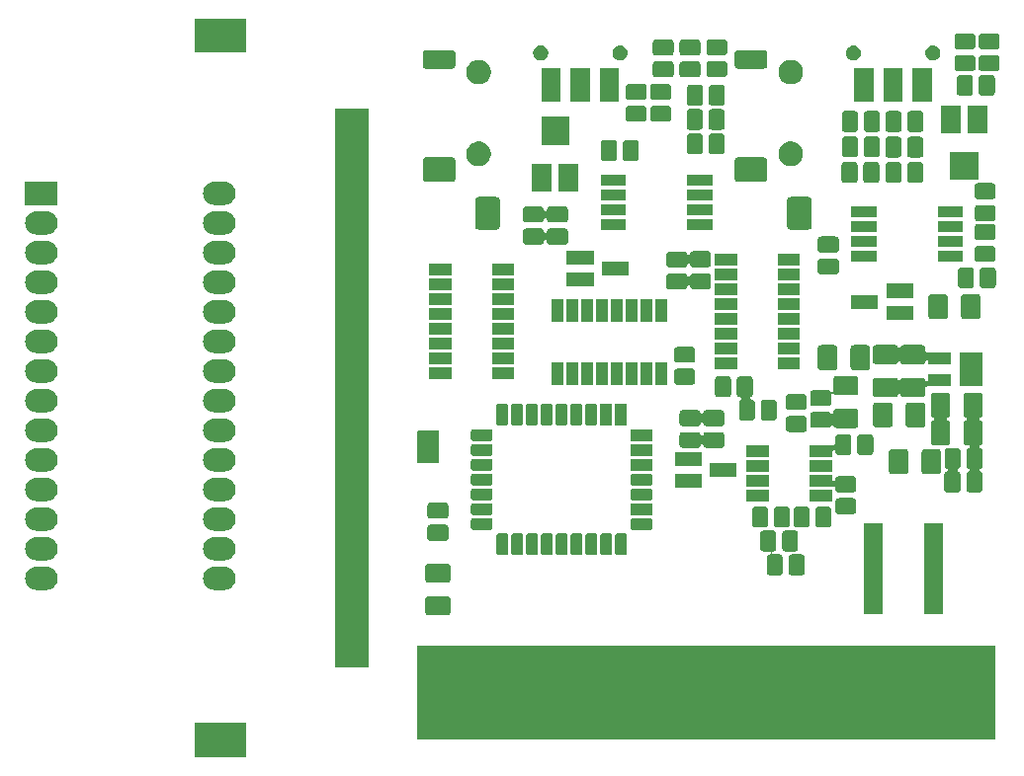
<source format=gbr>
G04 #@! TF.GenerationSoftware,KiCad,Pcbnew,(5.0.2)-1*
G04 #@! TF.CreationDate,2019-03-06T17:36:21+01:00*
G04 #@! TF.ProjectId,GBDSO,47424453-4f2e-46b6-9963-61645f706362,rev?*
G04 #@! TF.SameCoordinates,Original*
G04 #@! TF.FileFunction,Soldermask,Top*
G04 #@! TF.FilePolarity,Negative*
%FSLAX46Y46*%
G04 Gerber Fmt 4.6, Leading zero omitted, Abs format (unit mm)*
G04 Created by KiCad (PCBNEW (5.0.2)-1) date 06/03/2019 17:36:21*
%MOMM*%
%LPD*%
G01*
G04 APERTURE LIST*
%ADD10C,0.100000*%
G04 APERTURE END LIST*
D10*
G36*
X66889775Y-153673961D02*
X62489775Y-153673961D01*
X62489775Y-150773961D01*
X66889775Y-150773961D01*
X66889775Y-153673961D01*
X66889775Y-153673961D01*
G37*
G36*
X131020000Y-152160000D02*
X81520000Y-152160000D01*
X81520000Y-144160000D01*
X131020000Y-144160000D01*
X131020000Y-152160000D01*
X131020000Y-152160000D01*
G37*
G36*
X77389775Y-145973961D02*
X74489775Y-145973961D01*
X74489775Y-98073961D01*
X77389775Y-98073961D01*
X77389775Y-145973961D01*
X77389775Y-145973961D01*
G37*
G36*
X84169628Y-139880493D02*
X84217354Y-139894970D01*
X84261336Y-139918479D01*
X84299885Y-139950115D01*
X84331521Y-139988664D01*
X84355030Y-140032646D01*
X84369507Y-140080372D01*
X84375000Y-140136141D01*
X84375000Y-141263859D01*
X84369507Y-141319628D01*
X84355030Y-141367354D01*
X84331521Y-141411336D01*
X84299885Y-141449885D01*
X84261336Y-141481521D01*
X84217354Y-141505030D01*
X84169628Y-141519507D01*
X84113859Y-141525000D01*
X82486141Y-141525000D01*
X82430372Y-141519507D01*
X82382646Y-141505030D01*
X82338664Y-141481521D01*
X82300115Y-141449885D01*
X82268479Y-141411336D01*
X82244970Y-141367354D01*
X82230493Y-141319628D01*
X82225000Y-141263859D01*
X82225000Y-140136141D01*
X82230493Y-140080372D01*
X82244970Y-140032646D01*
X82268479Y-139988664D01*
X82300115Y-139950115D01*
X82338664Y-139918479D01*
X82382646Y-139894970D01*
X82430372Y-139880493D01*
X82486141Y-139875000D01*
X84113859Y-139875000D01*
X84169628Y-139880493D01*
X84169628Y-139880493D01*
G37*
G36*
X126600000Y-141392500D02*
X125000000Y-141392500D01*
X125000000Y-133607500D01*
X126600000Y-133607500D01*
X126600000Y-141392500D01*
X126600000Y-141392500D01*
G37*
G36*
X121400000Y-141392500D02*
X119800000Y-141392500D01*
X119800000Y-133607500D01*
X121400000Y-133607500D01*
X121400000Y-141392500D01*
X121400000Y-141392500D01*
G37*
G36*
X65175805Y-137378430D02*
X65175808Y-137378431D01*
X65175809Y-137378431D01*
X65364310Y-137435612D01*
X65364312Y-137435613D01*
X65538035Y-137528470D01*
X65690303Y-137653433D01*
X65815266Y-137805701D01*
X65815267Y-137805703D01*
X65908124Y-137979426D01*
X65965305Y-138167927D01*
X65965306Y-138167931D01*
X65984613Y-138363961D01*
X65965306Y-138559991D01*
X65965305Y-138559994D01*
X65965305Y-138559995D01*
X65916918Y-138719507D01*
X65908123Y-138748498D01*
X65815266Y-138922221D01*
X65690303Y-139074489D01*
X65538035Y-139199452D01*
X65538033Y-139199453D01*
X65364310Y-139292310D01*
X65175809Y-139349491D01*
X65175808Y-139349491D01*
X65175805Y-139349492D01*
X65028899Y-139363961D01*
X64130651Y-139363961D01*
X63983745Y-139349492D01*
X63983742Y-139349491D01*
X63983741Y-139349491D01*
X63795240Y-139292310D01*
X63621517Y-139199453D01*
X63621515Y-139199452D01*
X63469247Y-139074489D01*
X63344284Y-138922221D01*
X63251427Y-138748498D01*
X63242633Y-138719507D01*
X63194245Y-138559995D01*
X63194245Y-138559994D01*
X63194244Y-138559991D01*
X63174937Y-138363961D01*
X63194244Y-138167931D01*
X63194245Y-138167927D01*
X63251426Y-137979426D01*
X63344283Y-137805703D01*
X63344284Y-137805701D01*
X63469247Y-137653433D01*
X63621515Y-137528470D01*
X63795238Y-137435613D01*
X63795240Y-137435612D01*
X63983741Y-137378431D01*
X63983742Y-137378431D01*
X63983745Y-137378430D01*
X64130651Y-137363961D01*
X65028899Y-137363961D01*
X65175805Y-137378430D01*
X65175805Y-137378430D01*
G37*
G36*
X49935805Y-137378430D02*
X49935808Y-137378431D01*
X49935809Y-137378431D01*
X50124310Y-137435612D01*
X50124312Y-137435613D01*
X50298035Y-137528470D01*
X50450303Y-137653433D01*
X50575266Y-137805701D01*
X50575267Y-137805703D01*
X50668124Y-137979426D01*
X50725305Y-138167927D01*
X50725306Y-138167931D01*
X50744613Y-138363961D01*
X50725306Y-138559991D01*
X50725305Y-138559994D01*
X50725305Y-138559995D01*
X50676918Y-138719507D01*
X50668123Y-138748498D01*
X50575266Y-138922221D01*
X50450303Y-139074489D01*
X50298035Y-139199452D01*
X50298033Y-139199453D01*
X50124310Y-139292310D01*
X49935809Y-139349491D01*
X49935808Y-139349491D01*
X49935805Y-139349492D01*
X49788899Y-139363961D01*
X48890651Y-139363961D01*
X48743745Y-139349492D01*
X48743742Y-139349491D01*
X48743741Y-139349491D01*
X48555240Y-139292310D01*
X48381517Y-139199453D01*
X48381515Y-139199452D01*
X48229247Y-139074489D01*
X48104284Y-138922221D01*
X48011427Y-138748498D01*
X48002633Y-138719507D01*
X47954245Y-138559995D01*
X47954245Y-138559994D01*
X47954244Y-138559991D01*
X47934937Y-138363961D01*
X47954244Y-138167931D01*
X47954245Y-138167927D01*
X48011426Y-137979426D01*
X48104283Y-137805703D01*
X48104284Y-137805701D01*
X48229247Y-137653433D01*
X48381515Y-137528470D01*
X48555238Y-137435613D01*
X48555240Y-137435612D01*
X48743741Y-137378431D01*
X48743742Y-137378431D01*
X48743745Y-137378430D01*
X48890651Y-137363961D01*
X49788899Y-137363961D01*
X49935805Y-137378430D01*
X49935805Y-137378430D01*
G37*
G36*
X84169628Y-137080493D02*
X84217354Y-137094970D01*
X84261336Y-137118479D01*
X84299885Y-137150115D01*
X84331521Y-137188664D01*
X84355030Y-137232646D01*
X84369507Y-137280372D01*
X84375000Y-137336141D01*
X84375000Y-138463859D01*
X84369507Y-138519628D01*
X84355030Y-138567354D01*
X84331521Y-138611336D01*
X84299885Y-138649885D01*
X84261336Y-138681521D01*
X84217354Y-138705030D01*
X84169628Y-138719507D01*
X84113859Y-138725000D01*
X82486141Y-138725000D01*
X82430372Y-138719507D01*
X82382646Y-138705030D01*
X82338664Y-138681521D01*
X82300115Y-138649885D01*
X82268479Y-138611336D01*
X82244970Y-138567354D01*
X82230493Y-138519628D01*
X82225000Y-138463859D01*
X82225000Y-137336141D01*
X82230493Y-137280372D01*
X82244970Y-137232646D01*
X82268479Y-137188664D01*
X82300115Y-137150115D01*
X82338664Y-137118479D01*
X82382646Y-137094970D01*
X82430372Y-137080493D01*
X82486141Y-137075000D01*
X84113859Y-137075000D01*
X84169628Y-137080493D01*
X84169628Y-137080493D01*
G37*
G36*
X113119965Y-134244618D02*
X113156250Y-134250000D01*
X113875110Y-134250000D01*
X113935997Y-134255997D01*
X113988653Y-134271970D01*
X114037165Y-134297900D01*
X114079696Y-134332804D01*
X114114600Y-134375335D01*
X114140530Y-134423847D01*
X114156503Y-134476503D01*
X114162500Y-134537390D01*
X114162500Y-135762610D01*
X114156503Y-135823497D01*
X114140530Y-135876153D01*
X114114600Y-135924665D01*
X114079696Y-135967196D01*
X114037165Y-136002100D01*
X113988653Y-136028030D01*
X113935997Y-136044003D01*
X113868998Y-136050602D01*
X113844964Y-136055382D01*
X113822325Y-136064760D01*
X113801951Y-136078374D01*
X113784624Y-136095701D01*
X113771010Y-136116075D01*
X113761632Y-136138715D01*
X113756852Y-136162748D01*
X113756852Y-136187252D01*
X113761632Y-136211286D01*
X113771010Y-136233925D01*
X113784624Y-136254299D01*
X113801951Y-136271626D01*
X113822325Y-136285240D01*
X113844965Y-136294618D01*
X113881250Y-136300000D01*
X114437610Y-136300000D01*
X114498497Y-136305997D01*
X114551153Y-136321970D01*
X114599665Y-136347900D01*
X114642196Y-136382804D01*
X114677100Y-136425335D01*
X114703030Y-136473847D01*
X114719003Y-136526503D01*
X114725000Y-136587390D01*
X114725000Y-137812610D01*
X114719003Y-137873497D01*
X114703030Y-137926153D01*
X114677100Y-137974665D01*
X114642196Y-138017196D01*
X114599665Y-138052100D01*
X114551153Y-138078030D01*
X114498497Y-138094003D01*
X114437610Y-138100000D01*
X113637390Y-138100000D01*
X113576503Y-138094003D01*
X113523847Y-138078030D01*
X113475335Y-138052100D01*
X113432804Y-138017196D01*
X113397900Y-137974665D01*
X113371970Y-137926153D01*
X113355997Y-137873497D01*
X113350000Y-137812610D01*
X113350000Y-136587390D01*
X113355997Y-136526503D01*
X113371970Y-136473847D01*
X113397900Y-136425335D01*
X113432804Y-136382804D01*
X113475335Y-136347900D01*
X113523847Y-136321970D01*
X113576503Y-136305997D01*
X113643502Y-136299398D01*
X113667536Y-136294618D01*
X113690175Y-136285240D01*
X113710549Y-136271626D01*
X113727876Y-136254299D01*
X113741490Y-136233925D01*
X113750868Y-136211285D01*
X113755648Y-136187252D01*
X113755648Y-136162748D01*
X113750868Y-136138714D01*
X113741490Y-136116075D01*
X113727876Y-136095701D01*
X113710549Y-136078374D01*
X113690175Y-136064760D01*
X113667535Y-136055382D01*
X113631250Y-136050000D01*
X113074890Y-136050000D01*
X113014003Y-136044003D01*
X112961347Y-136028030D01*
X112912835Y-136002100D01*
X112870304Y-135967196D01*
X112835400Y-135924665D01*
X112809470Y-135876153D01*
X112793497Y-135823497D01*
X112787500Y-135762610D01*
X112787500Y-134537390D01*
X112793497Y-134476503D01*
X112809470Y-134423847D01*
X112835400Y-134375335D01*
X112870304Y-134332804D01*
X112912835Y-134297900D01*
X112961347Y-134271970D01*
X113014003Y-134255997D01*
X113081002Y-134249398D01*
X113105036Y-134244618D01*
X113112500Y-134241526D01*
X113119965Y-134244618D01*
X113119965Y-134244618D01*
G37*
G36*
X111244965Y-134244618D02*
X111281250Y-134250000D01*
X112000110Y-134250000D01*
X112060997Y-134255997D01*
X112113653Y-134271970D01*
X112162165Y-134297900D01*
X112204696Y-134332804D01*
X112239600Y-134375335D01*
X112265530Y-134423847D01*
X112281503Y-134476503D01*
X112287500Y-134537390D01*
X112287500Y-135762610D01*
X112281503Y-135823497D01*
X112265530Y-135876153D01*
X112239600Y-135924665D01*
X112204696Y-135967196D01*
X112162165Y-136002100D01*
X112113653Y-136028030D01*
X112060997Y-136044003D01*
X111993998Y-136050602D01*
X111969964Y-136055382D01*
X111947325Y-136064760D01*
X111926951Y-136078374D01*
X111909624Y-136095701D01*
X111896010Y-136116075D01*
X111886632Y-136138715D01*
X111881852Y-136162748D01*
X111881852Y-136187252D01*
X111886632Y-136211286D01*
X111896010Y-136233925D01*
X111909624Y-136254299D01*
X111926951Y-136271626D01*
X111947325Y-136285240D01*
X111969965Y-136294618D01*
X112006250Y-136300000D01*
X112562610Y-136300000D01*
X112623497Y-136305997D01*
X112676153Y-136321970D01*
X112724665Y-136347900D01*
X112767196Y-136382804D01*
X112802100Y-136425335D01*
X112828030Y-136473847D01*
X112844003Y-136526503D01*
X112850000Y-136587390D01*
X112850000Y-137812610D01*
X112844003Y-137873497D01*
X112828030Y-137926153D01*
X112802100Y-137974665D01*
X112767196Y-138017196D01*
X112724665Y-138052100D01*
X112676153Y-138078030D01*
X112623497Y-138094003D01*
X112562610Y-138100000D01*
X111762390Y-138100000D01*
X111701503Y-138094003D01*
X111648847Y-138078030D01*
X111600335Y-138052100D01*
X111557804Y-138017196D01*
X111522900Y-137974665D01*
X111496970Y-137926153D01*
X111480997Y-137873497D01*
X111475000Y-137812610D01*
X111475000Y-136587390D01*
X111480997Y-136526503D01*
X111496970Y-136473847D01*
X111522900Y-136425335D01*
X111557804Y-136382804D01*
X111600335Y-136347900D01*
X111648847Y-136321970D01*
X111701503Y-136305997D01*
X111768502Y-136299398D01*
X111792536Y-136294618D01*
X111815175Y-136285240D01*
X111835549Y-136271626D01*
X111852876Y-136254299D01*
X111866490Y-136233925D01*
X111875868Y-136211285D01*
X111880648Y-136187252D01*
X111880648Y-136162748D01*
X111875868Y-136138714D01*
X111866490Y-136116075D01*
X111852876Y-136095701D01*
X111835549Y-136078374D01*
X111815175Y-136064760D01*
X111792535Y-136055382D01*
X111756250Y-136050000D01*
X111199890Y-136050000D01*
X111139003Y-136044003D01*
X111086347Y-136028030D01*
X111037835Y-136002100D01*
X110995304Y-135967196D01*
X110960400Y-135924665D01*
X110934470Y-135876153D01*
X110918497Y-135823497D01*
X110912500Y-135762610D01*
X110912500Y-134537390D01*
X110918497Y-134476503D01*
X110934470Y-134423847D01*
X110960400Y-134375335D01*
X110995304Y-134332804D01*
X111037835Y-134297900D01*
X111086347Y-134271970D01*
X111139003Y-134255997D01*
X111206002Y-134249398D01*
X111230036Y-134244618D01*
X111237500Y-134241526D01*
X111244965Y-134244618D01*
X111244965Y-134244618D01*
G37*
G36*
X65175805Y-134838430D02*
X65175808Y-134838431D01*
X65175809Y-134838431D01*
X65364310Y-134895612D01*
X65364312Y-134895613D01*
X65538035Y-134988470D01*
X65690303Y-135113433D01*
X65815266Y-135265701D01*
X65815267Y-135265703D01*
X65908124Y-135439426D01*
X65965305Y-135627927D01*
X65965306Y-135627931D01*
X65984613Y-135823961D01*
X65965306Y-136019991D01*
X65965305Y-136019994D01*
X65965305Y-136019995D01*
X65929292Y-136138715D01*
X65908123Y-136208498D01*
X65815266Y-136382221D01*
X65690303Y-136534489D01*
X65538035Y-136659452D01*
X65538033Y-136659453D01*
X65364310Y-136752310D01*
X65175809Y-136809491D01*
X65175808Y-136809491D01*
X65175805Y-136809492D01*
X65028899Y-136823961D01*
X64130651Y-136823961D01*
X63983745Y-136809492D01*
X63983742Y-136809491D01*
X63983741Y-136809491D01*
X63795240Y-136752310D01*
X63621517Y-136659453D01*
X63621515Y-136659452D01*
X63469247Y-136534489D01*
X63344284Y-136382221D01*
X63251427Y-136208498D01*
X63230259Y-136138715D01*
X63194245Y-136019995D01*
X63194245Y-136019994D01*
X63194244Y-136019991D01*
X63174937Y-135823961D01*
X63194244Y-135627931D01*
X63194245Y-135627927D01*
X63251426Y-135439426D01*
X63344283Y-135265703D01*
X63344284Y-135265701D01*
X63469247Y-135113433D01*
X63621515Y-134988470D01*
X63795238Y-134895613D01*
X63795240Y-134895612D01*
X63983741Y-134838431D01*
X63983742Y-134838431D01*
X63983745Y-134838430D01*
X64130651Y-134823961D01*
X65028899Y-134823961D01*
X65175805Y-134838430D01*
X65175805Y-134838430D01*
G37*
G36*
X49935805Y-134838430D02*
X49935808Y-134838431D01*
X49935809Y-134838431D01*
X50124310Y-134895612D01*
X50124312Y-134895613D01*
X50298035Y-134988470D01*
X50450303Y-135113433D01*
X50575266Y-135265701D01*
X50575267Y-135265703D01*
X50668124Y-135439426D01*
X50725305Y-135627927D01*
X50725306Y-135627931D01*
X50744613Y-135823961D01*
X50725306Y-136019991D01*
X50725305Y-136019994D01*
X50725305Y-136019995D01*
X50689292Y-136138715D01*
X50668123Y-136208498D01*
X50575266Y-136382221D01*
X50450303Y-136534489D01*
X50298035Y-136659452D01*
X50298033Y-136659453D01*
X50124310Y-136752310D01*
X49935809Y-136809491D01*
X49935808Y-136809491D01*
X49935805Y-136809492D01*
X49788899Y-136823961D01*
X48890651Y-136823961D01*
X48743745Y-136809492D01*
X48743742Y-136809491D01*
X48743741Y-136809491D01*
X48555240Y-136752310D01*
X48381517Y-136659453D01*
X48381515Y-136659452D01*
X48229247Y-136534489D01*
X48104284Y-136382221D01*
X48011427Y-136208498D01*
X47990259Y-136138715D01*
X47954245Y-136019995D01*
X47954245Y-136019994D01*
X47954244Y-136019991D01*
X47934937Y-135823961D01*
X47954244Y-135627931D01*
X47954245Y-135627927D01*
X48011426Y-135439426D01*
X48104283Y-135265703D01*
X48104284Y-135265701D01*
X48229247Y-135113433D01*
X48381515Y-134988470D01*
X48555238Y-134895613D01*
X48555240Y-134895612D01*
X48743741Y-134838431D01*
X48743742Y-134838431D01*
X48743745Y-134838430D01*
X48890651Y-134823961D01*
X49788899Y-134823961D01*
X49935805Y-134838430D01*
X49935805Y-134838430D01*
G37*
G36*
X90438960Y-134509196D02*
X90474023Y-134519832D01*
X90506332Y-134537102D01*
X90534655Y-134560345D01*
X90557898Y-134588668D01*
X90575168Y-134620977D01*
X90585804Y-134656040D01*
X90590000Y-134698641D01*
X90590000Y-136186359D01*
X90585804Y-136228960D01*
X90575168Y-136264023D01*
X90557898Y-136296332D01*
X90534655Y-136324655D01*
X90506332Y-136347898D01*
X90474023Y-136365168D01*
X90438960Y-136375804D01*
X90396359Y-136380000D01*
X89783641Y-136380000D01*
X89741040Y-136375804D01*
X89705977Y-136365168D01*
X89673668Y-136347898D01*
X89645345Y-136324655D01*
X89622102Y-136296332D01*
X89604832Y-136264023D01*
X89594196Y-136228960D01*
X89590000Y-136186359D01*
X89590000Y-134698641D01*
X89594196Y-134656040D01*
X89604832Y-134620977D01*
X89622102Y-134588668D01*
X89645345Y-134560345D01*
X89673668Y-134537102D01*
X89705977Y-134519832D01*
X89741040Y-134509196D01*
X89783641Y-134505000D01*
X90396359Y-134505000D01*
X90438960Y-134509196D01*
X90438960Y-134509196D01*
G37*
G36*
X89168960Y-134509196D02*
X89204023Y-134519832D01*
X89236332Y-134537102D01*
X89264655Y-134560345D01*
X89287898Y-134588668D01*
X89305168Y-134620977D01*
X89315804Y-134656040D01*
X89320000Y-134698641D01*
X89320000Y-136186359D01*
X89315804Y-136228960D01*
X89305168Y-136264023D01*
X89287898Y-136296332D01*
X89264655Y-136324655D01*
X89236332Y-136347898D01*
X89204023Y-136365168D01*
X89168960Y-136375804D01*
X89126359Y-136380000D01*
X88513641Y-136380000D01*
X88471040Y-136375804D01*
X88435977Y-136365168D01*
X88403668Y-136347898D01*
X88375345Y-136324655D01*
X88352102Y-136296332D01*
X88334832Y-136264023D01*
X88324196Y-136228960D01*
X88320000Y-136186359D01*
X88320000Y-134698641D01*
X88324196Y-134656040D01*
X88334832Y-134620977D01*
X88352102Y-134588668D01*
X88375345Y-134560345D01*
X88403668Y-134537102D01*
X88435977Y-134519832D01*
X88471040Y-134509196D01*
X88513641Y-134505000D01*
X89126359Y-134505000D01*
X89168960Y-134509196D01*
X89168960Y-134509196D01*
G37*
G36*
X91708960Y-134509196D02*
X91744023Y-134519832D01*
X91776332Y-134537102D01*
X91804655Y-134560345D01*
X91827898Y-134588668D01*
X91845168Y-134620977D01*
X91855804Y-134656040D01*
X91860000Y-134698641D01*
X91860000Y-136186359D01*
X91855804Y-136228960D01*
X91845168Y-136264023D01*
X91827898Y-136296332D01*
X91804655Y-136324655D01*
X91776332Y-136347898D01*
X91744023Y-136365168D01*
X91708960Y-136375804D01*
X91666359Y-136380000D01*
X91053641Y-136380000D01*
X91011040Y-136375804D01*
X90975977Y-136365168D01*
X90943668Y-136347898D01*
X90915345Y-136324655D01*
X90892102Y-136296332D01*
X90874832Y-136264023D01*
X90864196Y-136228960D01*
X90860000Y-136186359D01*
X90860000Y-134698641D01*
X90864196Y-134656040D01*
X90874832Y-134620977D01*
X90892102Y-134588668D01*
X90915345Y-134560345D01*
X90943668Y-134537102D01*
X90975977Y-134519832D01*
X91011040Y-134509196D01*
X91053641Y-134505000D01*
X91666359Y-134505000D01*
X91708960Y-134509196D01*
X91708960Y-134509196D01*
G37*
G36*
X99328960Y-134509196D02*
X99364023Y-134519832D01*
X99396332Y-134537102D01*
X99424655Y-134560345D01*
X99447898Y-134588668D01*
X99465168Y-134620977D01*
X99475804Y-134656040D01*
X99480000Y-134698641D01*
X99480000Y-136186359D01*
X99475804Y-136228960D01*
X99465168Y-136264023D01*
X99447898Y-136296332D01*
X99424655Y-136324655D01*
X99396332Y-136347898D01*
X99364023Y-136365168D01*
X99328960Y-136375804D01*
X99286359Y-136380000D01*
X98673641Y-136380000D01*
X98631040Y-136375804D01*
X98595977Y-136365168D01*
X98563668Y-136347898D01*
X98535345Y-136324655D01*
X98512102Y-136296332D01*
X98494832Y-136264023D01*
X98484196Y-136228960D01*
X98480000Y-136186359D01*
X98480000Y-134698641D01*
X98484196Y-134656040D01*
X98494832Y-134620977D01*
X98512102Y-134588668D01*
X98535345Y-134560345D01*
X98563668Y-134537102D01*
X98595977Y-134519832D01*
X98631040Y-134509196D01*
X98673641Y-134505000D01*
X99286359Y-134505000D01*
X99328960Y-134509196D01*
X99328960Y-134509196D01*
G37*
G36*
X92978960Y-134509196D02*
X93014023Y-134519832D01*
X93046332Y-134537102D01*
X93074655Y-134560345D01*
X93097898Y-134588668D01*
X93115168Y-134620977D01*
X93125804Y-134656040D01*
X93130000Y-134698641D01*
X93130000Y-136186359D01*
X93125804Y-136228960D01*
X93115168Y-136264023D01*
X93097898Y-136296332D01*
X93074655Y-136324655D01*
X93046332Y-136347898D01*
X93014023Y-136365168D01*
X92978960Y-136375804D01*
X92936359Y-136380000D01*
X92323641Y-136380000D01*
X92281040Y-136375804D01*
X92245977Y-136365168D01*
X92213668Y-136347898D01*
X92185345Y-136324655D01*
X92162102Y-136296332D01*
X92144832Y-136264023D01*
X92134196Y-136228960D01*
X92130000Y-136186359D01*
X92130000Y-134698641D01*
X92134196Y-134656040D01*
X92144832Y-134620977D01*
X92162102Y-134588668D01*
X92185345Y-134560345D01*
X92213668Y-134537102D01*
X92245977Y-134519832D01*
X92281040Y-134509196D01*
X92323641Y-134505000D01*
X92936359Y-134505000D01*
X92978960Y-134509196D01*
X92978960Y-134509196D01*
G37*
G36*
X94248960Y-134509196D02*
X94284023Y-134519832D01*
X94316332Y-134537102D01*
X94344655Y-134560345D01*
X94367898Y-134588668D01*
X94385168Y-134620977D01*
X94395804Y-134656040D01*
X94400000Y-134698641D01*
X94400000Y-136186359D01*
X94395804Y-136228960D01*
X94385168Y-136264023D01*
X94367898Y-136296332D01*
X94344655Y-136324655D01*
X94316332Y-136347898D01*
X94284023Y-136365168D01*
X94248960Y-136375804D01*
X94206359Y-136380000D01*
X93593641Y-136380000D01*
X93551040Y-136375804D01*
X93515977Y-136365168D01*
X93483668Y-136347898D01*
X93455345Y-136324655D01*
X93432102Y-136296332D01*
X93414832Y-136264023D01*
X93404196Y-136228960D01*
X93400000Y-136186359D01*
X93400000Y-134698641D01*
X93404196Y-134656040D01*
X93414832Y-134620977D01*
X93432102Y-134588668D01*
X93455345Y-134560345D01*
X93483668Y-134537102D01*
X93515977Y-134519832D01*
X93551040Y-134509196D01*
X93593641Y-134505000D01*
X94206359Y-134505000D01*
X94248960Y-134509196D01*
X94248960Y-134509196D01*
G37*
G36*
X95518960Y-134509196D02*
X95554023Y-134519832D01*
X95586332Y-134537102D01*
X95614655Y-134560345D01*
X95637898Y-134588668D01*
X95655168Y-134620977D01*
X95665804Y-134656040D01*
X95670000Y-134698641D01*
X95670000Y-136186359D01*
X95665804Y-136228960D01*
X95655168Y-136264023D01*
X95637898Y-136296332D01*
X95614655Y-136324655D01*
X95586332Y-136347898D01*
X95554023Y-136365168D01*
X95518960Y-136375804D01*
X95476359Y-136380000D01*
X94863641Y-136380000D01*
X94821040Y-136375804D01*
X94785977Y-136365168D01*
X94753668Y-136347898D01*
X94725345Y-136324655D01*
X94702102Y-136296332D01*
X94684832Y-136264023D01*
X94674196Y-136228960D01*
X94670000Y-136186359D01*
X94670000Y-134698641D01*
X94674196Y-134656040D01*
X94684832Y-134620977D01*
X94702102Y-134588668D01*
X94725345Y-134560345D01*
X94753668Y-134537102D01*
X94785977Y-134519832D01*
X94821040Y-134509196D01*
X94863641Y-134505000D01*
X95476359Y-134505000D01*
X95518960Y-134509196D01*
X95518960Y-134509196D01*
G37*
G36*
X96788960Y-134509196D02*
X96824023Y-134519832D01*
X96856332Y-134537102D01*
X96884655Y-134560345D01*
X96907898Y-134588668D01*
X96925168Y-134620977D01*
X96935804Y-134656040D01*
X96940000Y-134698641D01*
X96940000Y-136186359D01*
X96935804Y-136228960D01*
X96925168Y-136264023D01*
X96907898Y-136296332D01*
X96884655Y-136324655D01*
X96856332Y-136347898D01*
X96824023Y-136365168D01*
X96788960Y-136375804D01*
X96746359Y-136380000D01*
X96133641Y-136380000D01*
X96091040Y-136375804D01*
X96055977Y-136365168D01*
X96023668Y-136347898D01*
X95995345Y-136324655D01*
X95972102Y-136296332D01*
X95954832Y-136264023D01*
X95944196Y-136228960D01*
X95940000Y-136186359D01*
X95940000Y-134698641D01*
X95944196Y-134656040D01*
X95954832Y-134620977D01*
X95972102Y-134588668D01*
X95995345Y-134560345D01*
X96023668Y-134537102D01*
X96055977Y-134519832D01*
X96091040Y-134509196D01*
X96133641Y-134505000D01*
X96746359Y-134505000D01*
X96788960Y-134509196D01*
X96788960Y-134509196D01*
G37*
G36*
X98058960Y-134509196D02*
X98094023Y-134519832D01*
X98126332Y-134537102D01*
X98154655Y-134560345D01*
X98177898Y-134588668D01*
X98195168Y-134620977D01*
X98205804Y-134656040D01*
X98210000Y-134698641D01*
X98210000Y-136186359D01*
X98205804Y-136228960D01*
X98195168Y-136264023D01*
X98177898Y-136296332D01*
X98154655Y-136324655D01*
X98126332Y-136347898D01*
X98094023Y-136365168D01*
X98058960Y-136375804D01*
X98016359Y-136380000D01*
X97403641Y-136380000D01*
X97361040Y-136375804D01*
X97325977Y-136365168D01*
X97293668Y-136347898D01*
X97265345Y-136324655D01*
X97242102Y-136296332D01*
X97224832Y-136264023D01*
X97214196Y-136228960D01*
X97210000Y-136186359D01*
X97210000Y-134698641D01*
X97214196Y-134656040D01*
X97224832Y-134620977D01*
X97242102Y-134588668D01*
X97265345Y-134560345D01*
X97293668Y-134537102D01*
X97325977Y-134519832D01*
X97361040Y-134509196D01*
X97403641Y-134505000D01*
X98016359Y-134505000D01*
X98058960Y-134509196D01*
X98058960Y-134509196D01*
G37*
G36*
X83973497Y-133755997D02*
X84026153Y-133771970D01*
X84074665Y-133797900D01*
X84117196Y-133832804D01*
X84152100Y-133875335D01*
X84178030Y-133923847D01*
X84194003Y-133976503D01*
X84200000Y-134037390D01*
X84200000Y-134837610D01*
X84194003Y-134898497D01*
X84178030Y-134951153D01*
X84152100Y-134999665D01*
X84117196Y-135042196D01*
X84074665Y-135077100D01*
X84026153Y-135103030D01*
X83973497Y-135119003D01*
X83912610Y-135125000D01*
X82687390Y-135125000D01*
X82626503Y-135119003D01*
X82573847Y-135103030D01*
X82525335Y-135077100D01*
X82482804Y-135042196D01*
X82447900Y-134999665D01*
X82421970Y-134951153D01*
X82405997Y-134898497D01*
X82400000Y-134837610D01*
X82400000Y-134037390D01*
X82405997Y-133976503D01*
X82421970Y-133923847D01*
X82447900Y-133875335D01*
X82482804Y-133832804D01*
X82525335Y-133797900D01*
X82573847Y-133771970D01*
X82626503Y-133755997D01*
X82687390Y-133750000D01*
X83912610Y-133750000D01*
X83973497Y-133755997D01*
X83973497Y-133755997D01*
G37*
G36*
X65175805Y-132298430D02*
X65175808Y-132298431D01*
X65175809Y-132298431D01*
X65364310Y-132355612D01*
X65364312Y-132355613D01*
X65538035Y-132448470D01*
X65690303Y-132573433D01*
X65815266Y-132725701D01*
X65901962Y-132887898D01*
X65908124Y-132899426D01*
X65930537Y-132973312D01*
X65965306Y-133087929D01*
X65984613Y-133283961D01*
X65965306Y-133479991D01*
X65965305Y-133479994D01*
X65965305Y-133479995D01*
X65911839Y-133656250D01*
X65908123Y-133668498D01*
X65815266Y-133842221D01*
X65690303Y-133994489D01*
X65538035Y-134119452D01*
X65538033Y-134119453D01*
X65364310Y-134212310D01*
X65175809Y-134269491D01*
X65175808Y-134269491D01*
X65175805Y-134269492D01*
X65028899Y-134283961D01*
X64130651Y-134283961D01*
X63983745Y-134269492D01*
X63983742Y-134269491D01*
X63983741Y-134269491D01*
X63795240Y-134212310D01*
X63621517Y-134119453D01*
X63621515Y-134119452D01*
X63469247Y-133994489D01*
X63344284Y-133842221D01*
X63251427Y-133668498D01*
X63247712Y-133656250D01*
X63194245Y-133479995D01*
X63194245Y-133479994D01*
X63194244Y-133479991D01*
X63174937Y-133283961D01*
X63194244Y-133087929D01*
X63229013Y-132973312D01*
X63251426Y-132899426D01*
X63257588Y-132887898D01*
X63344284Y-132725701D01*
X63469247Y-132573433D01*
X63621515Y-132448470D01*
X63795238Y-132355613D01*
X63795240Y-132355612D01*
X63983741Y-132298431D01*
X63983742Y-132298431D01*
X63983745Y-132298430D01*
X64130651Y-132283961D01*
X65028899Y-132283961D01*
X65175805Y-132298430D01*
X65175805Y-132298430D01*
G37*
G36*
X49935805Y-132298430D02*
X49935808Y-132298431D01*
X49935809Y-132298431D01*
X50124310Y-132355612D01*
X50124312Y-132355613D01*
X50298035Y-132448470D01*
X50450303Y-132573433D01*
X50575266Y-132725701D01*
X50661962Y-132887898D01*
X50668124Y-132899426D01*
X50690537Y-132973312D01*
X50725306Y-133087929D01*
X50744613Y-133283961D01*
X50725306Y-133479991D01*
X50725305Y-133479994D01*
X50725305Y-133479995D01*
X50671839Y-133656250D01*
X50668123Y-133668498D01*
X50575266Y-133842221D01*
X50450303Y-133994489D01*
X50298035Y-134119452D01*
X50298033Y-134119453D01*
X50124310Y-134212310D01*
X49935809Y-134269491D01*
X49935808Y-134269491D01*
X49935805Y-134269492D01*
X49788899Y-134283961D01*
X48890651Y-134283961D01*
X48743745Y-134269492D01*
X48743742Y-134269491D01*
X48743741Y-134269491D01*
X48555240Y-134212310D01*
X48381517Y-134119453D01*
X48381515Y-134119452D01*
X48229247Y-133994489D01*
X48104284Y-133842221D01*
X48011427Y-133668498D01*
X48007712Y-133656250D01*
X47954245Y-133479995D01*
X47954245Y-133479994D01*
X47954244Y-133479991D01*
X47934937Y-133283961D01*
X47954244Y-133087929D01*
X47989013Y-132973312D01*
X48011426Y-132899426D01*
X48017588Y-132887898D01*
X48104284Y-132725701D01*
X48229247Y-132573433D01*
X48381515Y-132448470D01*
X48555238Y-132355613D01*
X48555240Y-132355612D01*
X48743741Y-132298431D01*
X48743742Y-132298431D01*
X48743745Y-132298430D01*
X48890651Y-132283961D01*
X49788899Y-132283961D01*
X49935805Y-132298430D01*
X49935805Y-132298430D01*
G37*
G36*
X101523960Y-133194196D02*
X101559023Y-133204832D01*
X101591332Y-133222102D01*
X101619655Y-133245345D01*
X101642898Y-133273668D01*
X101660168Y-133305977D01*
X101670804Y-133341040D01*
X101675000Y-133383641D01*
X101675000Y-133996359D01*
X101670804Y-134038960D01*
X101660168Y-134074023D01*
X101642898Y-134106332D01*
X101619655Y-134134655D01*
X101591332Y-134157898D01*
X101559023Y-134175168D01*
X101523960Y-134185804D01*
X101481359Y-134190000D01*
X99993641Y-134190000D01*
X99951040Y-134185804D01*
X99915977Y-134175168D01*
X99883668Y-134157898D01*
X99855345Y-134134655D01*
X99832102Y-134106332D01*
X99814832Y-134074023D01*
X99804196Y-134038960D01*
X99800000Y-133996359D01*
X99800000Y-133383641D01*
X99804196Y-133341040D01*
X99814832Y-133305977D01*
X99832102Y-133273668D01*
X99855345Y-133245345D01*
X99883668Y-133222102D01*
X99915977Y-133204832D01*
X99951040Y-133194196D01*
X99993641Y-133190000D01*
X101481359Y-133190000D01*
X101523960Y-133194196D01*
X101523960Y-133194196D01*
G37*
G36*
X87848960Y-133194196D02*
X87884023Y-133204832D01*
X87916332Y-133222102D01*
X87944655Y-133245345D01*
X87967898Y-133273668D01*
X87985168Y-133305977D01*
X87995804Y-133341040D01*
X88000000Y-133383641D01*
X88000000Y-133996359D01*
X87995804Y-134038960D01*
X87985168Y-134074023D01*
X87967898Y-134106332D01*
X87944655Y-134134655D01*
X87916332Y-134157898D01*
X87884023Y-134175168D01*
X87848960Y-134185804D01*
X87806359Y-134190000D01*
X86318641Y-134190000D01*
X86276040Y-134185804D01*
X86240977Y-134175168D01*
X86208668Y-134157898D01*
X86180345Y-134134655D01*
X86157102Y-134106332D01*
X86139832Y-134074023D01*
X86129196Y-134038960D01*
X86125000Y-133996359D01*
X86125000Y-133383641D01*
X86129196Y-133341040D01*
X86139832Y-133305977D01*
X86157102Y-133273668D01*
X86180345Y-133245345D01*
X86208668Y-133222102D01*
X86240977Y-133204832D01*
X86276040Y-133194196D01*
X86318641Y-133190000D01*
X87806359Y-133190000D01*
X87848960Y-133194196D01*
X87848960Y-133194196D01*
G37*
G36*
X111335997Y-132205997D02*
X111388653Y-132221970D01*
X111437165Y-132247900D01*
X111479696Y-132282804D01*
X111514600Y-132325335D01*
X111540530Y-132373847D01*
X111556503Y-132426503D01*
X111562500Y-132487390D01*
X111562500Y-133712610D01*
X111556503Y-133773497D01*
X111540530Y-133826153D01*
X111514600Y-133874665D01*
X111479696Y-133917196D01*
X111437165Y-133952100D01*
X111388653Y-133978030D01*
X111335997Y-133994003D01*
X111268998Y-134000602D01*
X111244964Y-134005382D01*
X111237500Y-134008474D01*
X111230035Y-134005382D01*
X111193750Y-134000000D01*
X110474890Y-134000000D01*
X110414003Y-133994003D01*
X110361347Y-133978030D01*
X110312835Y-133952100D01*
X110270304Y-133917196D01*
X110235400Y-133874665D01*
X110209470Y-133826153D01*
X110193497Y-133773497D01*
X110187500Y-133712610D01*
X110187500Y-132487390D01*
X110193497Y-132426503D01*
X110209470Y-132373847D01*
X110235400Y-132325335D01*
X110270304Y-132282804D01*
X110312835Y-132247900D01*
X110361347Y-132221970D01*
X110414003Y-132205997D01*
X110474890Y-132200000D01*
X111275110Y-132200000D01*
X111335997Y-132205997D01*
X111335997Y-132205997D01*
G37*
G36*
X113210997Y-132205997D02*
X113263653Y-132221970D01*
X113312165Y-132247900D01*
X113354696Y-132282804D01*
X113389600Y-132325335D01*
X113415530Y-132373847D01*
X113431503Y-132426503D01*
X113437500Y-132487390D01*
X113437500Y-133712610D01*
X113431503Y-133773497D01*
X113415530Y-133826153D01*
X113389600Y-133874665D01*
X113354696Y-133917196D01*
X113312165Y-133952100D01*
X113263653Y-133978030D01*
X113210997Y-133994003D01*
X113143998Y-134000602D01*
X113119964Y-134005382D01*
X113112500Y-134008474D01*
X113105035Y-134005382D01*
X113068750Y-134000000D01*
X112349890Y-134000000D01*
X112289003Y-133994003D01*
X112236347Y-133978030D01*
X112187835Y-133952100D01*
X112145304Y-133917196D01*
X112110400Y-133874665D01*
X112084470Y-133826153D01*
X112068497Y-133773497D01*
X112062500Y-133712610D01*
X112062500Y-132487390D01*
X112068497Y-132426503D01*
X112084470Y-132373847D01*
X112110400Y-132325335D01*
X112145304Y-132282804D01*
X112187835Y-132247900D01*
X112236347Y-132221970D01*
X112289003Y-132205997D01*
X112349890Y-132200000D01*
X113150110Y-132200000D01*
X113210997Y-132205997D01*
X113210997Y-132205997D01*
G37*
G36*
X116785997Y-132205997D02*
X116838653Y-132221970D01*
X116887165Y-132247900D01*
X116929696Y-132282804D01*
X116964600Y-132325335D01*
X116990530Y-132373847D01*
X117006503Y-132426503D01*
X117012500Y-132487390D01*
X117012500Y-133712610D01*
X117006503Y-133773497D01*
X116990530Y-133826153D01*
X116964600Y-133874665D01*
X116929696Y-133917196D01*
X116887165Y-133952100D01*
X116838653Y-133978030D01*
X116785997Y-133994003D01*
X116725110Y-134000000D01*
X115924890Y-134000000D01*
X115864003Y-133994003D01*
X115811347Y-133978030D01*
X115762835Y-133952100D01*
X115720304Y-133917196D01*
X115685400Y-133874665D01*
X115659470Y-133826153D01*
X115643497Y-133773497D01*
X115637500Y-133712610D01*
X115637500Y-132487390D01*
X115643497Y-132426503D01*
X115659470Y-132373847D01*
X115685400Y-132325335D01*
X115720304Y-132282804D01*
X115762835Y-132247900D01*
X115811347Y-132221970D01*
X115864003Y-132205997D01*
X115924890Y-132200000D01*
X116725110Y-132200000D01*
X116785997Y-132205997D01*
X116785997Y-132205997D01*
G37*
G36*
X114910997Y-132205997D02*
X114963653Y-132221970D01*
X115012165Y-132247900D01*
X115054696Y-132282804D01*
X115089600Y-132325335D01*
X115115530Y-132373847D01*
X115131503Y-132426503D01*
X115137500Y-132487390D01*
X115137500Y-133712610D01*
X115131503Y-133773497D01*
X115115530Y-133826153D01*
X115089600Y-133874665D01*
X115054696Y-133917196D01*
X115012165Y-133952100D01*
X114963653Y-133978030D01*
X114910997Y-133994003D01*
X114850110Y-134000000D01*
X114049890Y-134000000D01*
X113989003Y-133994003D01*
X113936347Y-133978030D01*
X113887835Y-133952100D01*
X113845304Y-133917196D01*
X113810400Y-133874665D01*
X113784470Y-133826153D01*
X113768497Y-133773497D01*
X113762500Y-133712610D01*
X113762500Y-132487390D01*
X113768497Y-132426503D01*
X113784470Y-132373847D01*
X113810400Y-132325335D01*
X113845304Y-132282804D01*
X113887835Y-132247900D01*
X113936347Y-132221970D01*
X113989003Y-132205997D01*
X114049890Y-132200000D01*
X114850110Y-132200000D01*
X114910997Y-132205997D01*
X114910997Y-132205997D01*
G37*
G36*
X83973497Y-131880997D02*
X84026153Y-131896970D01*
X84074665Y-131922900D01*
X84117196Y-131957804D01*
X84152100Y-132000335D01*
X84178030Y-132048847D01*
X84194003Y-132101503D01*
X84200000Y-132162390D01*
X84200000Y-132962610D01*
X84194003Y-133023497D01*
X84178030Y-133076153D01*
X84152100Y-133124665D01*
X84117196Y-133167196D01*
X84074665Y-133202100D01*
X84026153Y-133228030D01*
X83973497Y-133244003D01*
X83912610Y-133250000D01*
X82687390Y-133250000D01*
X82626503Y-133244003D01*
X82573847Y-133228030D01*
X82525335Y-133202100D01*
X82482804Y-133167196D01*
X82447900Y-133124665D01*
X82421970Y-133076153D01*
X82405997Y-133023497D01*
X82400000Y-132962610D01*
X82400000Y-132162390D01*
X82405997Y-132101503D01*
X82421970Y-132048847D01*
X82447900Y-132000335D01*
X82482804Y-131957804D01*
X82525335Y-131922900D01*
X82573847Y-131896970D01*
X82626503Y-131880997D01*
X82687390Y-131875000D01*
X83912610Y-131875000D01*
X83973497Y-131880997D01*
X83973497Y-131880997D01*
G37*
G36*
X101675000Y-132920000D02*
X99800000Y-132920000D01*
X99800000Y-131920000D01*
X101675000Y-131920000D01*
X101675000Y-132920000D01*
X101675000Y-132920000D01*
G37*
G36*
X87848960Y-131924196D02*
X87884023Y-131934832D01*
X87916332Y-131952102D01*
X87944655Y-131975345D01*
X87967898Y-132003668D01*
X87985168Y-132035977D01*
X87995804Y-132071040D01*
X88000000Y-132113641D01*
X88000000Y-132726359D01*
X87995804Y-132768960D01*
X87985168Y-132804023D01*
X87967898Y-132836332D01*
X87944655Y-132864655D01*
X87916332Y-132887898D01*
X87884023Y-132905168D01*
X87848960Y-132915804D01*
X87806359Y-132920000D01*
X86318641Y-132920000D01*
X86276040Y-132915804D01*
X86240977Y-132905168D01*
X86208668Y-132887898D01*
X86180345Y-132864655D01*
X86157102Y-132836332D01*
X86139832Y-132804023D01*
X86129196Y-132768960D01*
X86125000Y-132726359D01*
X86125000Y-132113641D01*
X86129196Y-132071040D01*
X86139832Y-132035977D01*
X86157102Y-132003668D01*
X86180345Y-131975345D01*
X86208668Y-131952102D01*
X86240977Y-131934832D01*
X86276040Y-131924196D01*
X86318641Y-131920000D01*
X87806359Y-131920000D01*
X87848960Y-131924196D01*
X87848960Y-131924196D01*
G37*
G36*
X118923497Y-131480997D02*
X118976153Y-131496970D01*
X119024665Y-131522900D01*
X119067196Y-131557804D01*
X119102100Y-131600335D01*
X119128030Y-131648847D01*
X119144003Y-131701503D01*
X119150000Y-131762390D01*
X119150000Y-132562610D01*
X119144003Y-132623497D01*
X119128030Y-132676153D01*
X119102100Y-132724665D01*
X119067196Y-132767196D01*
X119024665Y-132802100D01*
X118976153Y-132828030D01*
X118923497Y-132844003D01*
X118862610Y-132850000D01*
X117637390Y-132850000D01*
X117576503Y-132844003D01*
X117523847Y-132828030D01*
X117475335Y-132802100D01*
X117432804Y-132767196D01*
X117397900Y-132724665D01*
X117371970Y-132676153D01*
X117355997Y-132623497D01*
X117350000Y-132562610D01*
X117350000Y-131855000D01*
X117347598Y-131830614D01*
X117340485Y-131807165D01*
X117339662Y-131805625D01*
X117340485Y-131804085D01*
X117349398Y-131768502D01*
X117355997Y-131701503D01*
X117371970Y-131648847D01*
X117397900Y-131600335D01*
X117432804Y-131557804D01*
X117475335Y-131522900D01*
X117523847Y-131496970D01*
X117576503Y-131480997D01*
X117637390Y-131475000D01*
X118862610Y-131475000D01*
X118923497Y-131480997D01*
X118923497Y-131480997D01*
G37*
G36*
X65175805Y-129758430D02*
X65175808Y-129758431D01*
X65175809Y-129758431D01*
X65364310Y-129815612D01*
X65364312Y-129815613D01*
X65538035Y-129908470D01*
X65690303Y-130033433D01*
X65815266Y-130185701D01*
X65901962Y-130347898D01*
X65908124Y-130359426D01*
X65939361Y-130462402D01*
X65965306Y-130547931D01*
X65984613Y-130743961D01*
X65965306Y-130939991D01*
X65965305Y-130939994D01*
X65965305Y-130939995D01*
X65955002Y-130973961D01*
X65908123Y-131128498D01*
X65815266Y-131302221D01*
X65690303Y-131454489D01*
X65538035Y-131579452D01*
X65538033Y-131579453D01*
X65364310Y-131672310D01*
X65175809Y-131729491D01*
X65175808Y-131729491D01*
X65175805Y-131729492D01*
X65028899Y-131743961D01*
X64130651Y-131743961D01*
X63983745Y-131729492D01*
X63983742Y-131729491D01*
X63983741Y-131729491D01*
X63795240Y-131672310D01*
X63621517Y-131579453D01*
X63621515Y-131579452D01*
X63469247Y-131454489D01*
X63344284Y-131302221D01*
X63251427Y-131128498D01*
X63204549Y-130973961D01*
X63194245Y-130939995D01*
X63194245Y-130939994D01*
X63194244Y-130939991D01*
X63174937Y-130743961D01*
X63194244Y-130547931D01*
X63220189Y-130462402D01*
X63251426Y-130359426D01*
X63257588Y-130347898D01*
X63344284Y-130185701D01*
X63469247Y-130033433D01*
X63621515Y-129908470D01*
X63795238Y-129815613D01*
X63795240Y-129815612D01*
X63983741Y-129758431D01*
X63983742Y-129758431D01*
X63983745Y-129758430D01*
X64130651Y-129743961D01*
X65028899Y-129743961D01*
X65175805Y-129758430D01*
X65175805Y-129758430D01*
G37*
G36*
X49935805Y-129758430D02*
X49935808Y-129758431D01*
X49935809Y-129758431D01*
X50124310Y-129815612D01*
X50124312Y-129815613D01*
X50298035Y-129908470D01*
X50450303Y-130033433D01*
X50575266Y-130185701D01*
X50661962Y-130347898D01*
X50668124Y-130359426D01*
X50699361Y-130462402D01*
X50725306Y-130547931D01*
X50744613Y-130743961D01*
X50725306Y-130939991D01*
X50725305Y-130939994D01*
X50725305Y-130939995D01*
X50715002Y-130973961D01*
X50668123Y-131128498D01*
X50575266Y-131302221D01*
X50450303Y-131454489D01*
X50298035Y-131579452D01*
X50298033Y-131579453D01*
X50124310Y-131672310D01*
X49935809Y-131729491D01*
X49935808Y-131729491D01*
X49935805Y-131729492D01*
X49788899Y-131743961D01*
X48890651Y-131743961D01*
X48743745Y-131729492D01*
X48743742Y-131729491D01*
X48743741Y-131729491D01*
X48555240Y-131672310D01*
X48381517Y-131579453D01*
X48381515Y-131579452D01*
X48229247Y-131454489D01*
X48104284Y-131302221D01*
X48011427Y-131128498D01*
X47964549Y-130973961D01*
X47954245Y-130939995D01*
X47954245Y-130939994D01*
X47954244Y-130939991D01*
X47934937Y-130743961D01*
X47954244Y-130547931D01*
X47980189Y-130462402D01*
X48011426Y-130359426D01*
X48017588Y-130347898D01*
X48104284Y-130185701D01*
X48229247Y-130033433D01*
X48381515Y-129908470D01*
X48555238Y-129815613D01*
X48555240Y-129815612D01*
X48743741Y-129758431D01*
X48743742Y-129758431D01*
X48743745Y-129758430D01*
X48890651Y-129743961D01*
X49788899Y-129743961D01*
X49935805Y-129758430D01*
X49935805Y-129758430D01*
G37*
G36*
X117100000Y-131730000D02*
X115150000Y-131730000D01*
X115150000Y-130730000D01*
X117100000Y-130730000D01*
X117100000Y-131730000D01*
X117100000Y-131730000D01*
G37*
G36*
X111700000Y-131730000D02*
X109750000Y-131730000D01*
X109750000Y-130730000D01*
X111700000Y-130730000D01*
X111700000Y-131730000D01*
X111700000Y-131730000D01*
G37*
G36*
X87848960Y-130654196D02*
X87884023Y-130664832D01*
X87916332Y-130682102D01*
X87944655Y-130705345D01*
X87967898Y-130733668D01*
X87985168Y-130765977D01*
X87995804Y-130801040D01*
X88000000Y-130843641D01*
X88000000Y-131456359D01*
X87995804Y-131498960D01*
X87985168Y-131534023D01*
X87967898Y-131566332D01*
X87944655Y-131594655D01*
X87916332Y-131617898D01*
X87884023Y-131635168D01*
X87848960Y-131645804D01*
X87806359Y-131650000D01*
X86318641Y-131650000D01*
X86276040Y-131645804D01*
X86240977Y-131635168D01*
X86208668Y-131617898D01*
X86180345Y-131594655D01*
X86157102Y-131566332D01*
X86139832Y-131534023D01*
X86129196Y-131498960D01*
X86125000Y-131456359D01*
X86125000Y-130843641D01*
X86129196Y-130801040D01*
X86139832Y-130765977D01*
X86157102Y-130733668D01*
X86180345Y-130705345D01*
X86208668Y-130682102D01*
X86240977Y-130664832D01*
X86276040Y-130654196D01*
X86318641Y-130650000D01*
X87806359Y-130650000D01*
X87848960Y-130654196D01*
X87848960Y-130654196D01*
G37*
G36*
X101523960Y-130654196D02*
X101559023Y-130664832D01*
X101591332Y-130682102D01*
X101619655Y-130705345D01*
X101642898Y-130733668D01*
X101660168Y-130765977D01*
X101670804Y-130801040D01*
X101675000Y-130843641D01*
X101675000Y-131456359D01*
X101670804Y-131498960D01*
X101660168Y-131534023D01*
X101642898Y-131566332D01*
X101619655Y-131594655D01*
X101591332Y-131617898D01*
X101559023Y-131635168D01*
X101523960Y-131645804D01*
X101481359Y-131650000D01*
X99993641Y-131650000D01*
X99951040Y-131645804D01*
X99915977Y-131635168D01*
X99883668Y-131617898D01*
X99855345Y-131594655D01*
X99832102Y-131566332D01*
X99814832Y-131534023D01*
X99804196Y-131498960D01*
X99800000Y-131456359D01*
X99800000Y-130843641D01*
X99804196Y-130801040D01*
X99814832Y-130765977D01*
X99832102Y-130733668D01*
X99855345Y-130705345D01*
X99883668Y-130682102D01*
X99915977Y-130664832D01*
X99951040Y-130654196D01*
X99993641Y-130650000D01*
X101481359Y-130650000D01*
X101523960Y-130654196D01*
X101523960Y-130654196D01*
G37*
G36*
X129769628Y-122430493D02*
X129817354Y-122444970D01*
X129861336Y-122468479D01*
X129899885Y-122500115D01*
X129931521Y-122538664D01*
X129955030Y-122582646D01*
X129969507Y-122630372D01*
X129975000Y-122686141D01*
X129975000Y-124313859D01*
X129969507Y-124369628D01*
X129955030Y-124417354D01*
X129931521Y-124461336D01*
X129899885Y-124499885D01*
X129861336Y-124531521D01*
X129817354Y-124555030D01*
X129774985Y-124567882D01*
X129752346Y-124577260D01*
X129731971Y-124590873D01*
X129714644Y-124608200D01*
X129701030Y-124628575D01*
X129691653Y-124651214D01*
X129686872Y-124675247D01*
X129686872Y-124699752D01*
X129691652Y-124723785D01*
X129701030Y-124746424D01*
X129714643Y-124766799D01*
X129731970Y-124784126D01*
X129752345Y-124797740D01*
X129774985Y-124807118D01*
X129817354Y-124819970D01*
X129861336Y-124843479D01*
X129899885Y-124875115D01*
X129931521Y-124913664D01*
X129955030Y-124957646D01*
X129969507Y-125005372D01*
X129975000Y-125061141D01*
X129975000Y-126688859D01*
X129969507Y-126744628D01*
X129955030Y-126792354D01*
X129931521Y-126836336D01*
X129899885Y-126874885D01*
X129861336Y-126906521D01*
X129817354Y-126930030D01*
X129758562Y-126947864D01*
X129757054Y-126948164D01*
X129734416Y-126957546D01*
X129714045Y-126971164D01*
X129696721Y-126988495D01*
X129683112Y-127008872D01*
X129673739Y-127031513D01*
X129668963Y-127055548D01*
X129668968Y-127080052D01*
X129673754Y-127104084D01*
X129683136Y-127126722D01*
X129696754Y-127147093D01*
X129714085Y-127164417D01*
X129734462Y-127178026D01*
X129757079Y-127187392D01*
X129788652Y-127196969D01*
X129837165Y-127222900D01*
X129879696Y-127257804D01*
X129914600Y-127300335D01*
X129940530Y-127348847D01*
X129956503Y-127401503D01*
X129962500Y-127462390D01*
X129962500Y-128687610D01*
X129956503Y-128748497D01*
X129940530Y-128801153D01*
X129914600Y-128849665D01*
X129879696Y-128892196D01*
X129837165Y-128927100D01*
X129788648Y-128953033D01*
X129768400Y-128959175D01*
X129745761Y-128968552D01*
X129725387Y-128982166D01*
X129708059Y-128999493D01*
X129694446Y-129019868D01*
X129685068Y-129042507D01*
X129680288Y-129066540D01*
X129680288Y-129091045D01*
X129685069Y-129115078D01*
X129694446Y-129137717D01*
X129708060Y-129158091D01*
X129725387Y-129175419D01*
X129745762Y-129189032D01*
X129759273Y-129194629D01*
X129812165Y-129222900D01*
X129854696Y-129257804D01*
X129889600Y-129300335D01*
X129915530Y-129348847D01*
X129931503Y-129401503D01*
X129937500Y-129462390D01*
X129937500Y-130687610D01*
X129931503Y-130748497D01*
X129915530Y-130801153D01*
X129889600Y-130849665D01*
X129854696Y-130892196D01*
X129812165Y-130927100D01*
X129763653Y-130953030D01*
X129710997Y-130969003D01*
X129650110Y-130975000D01*
X128849890Y-130975000D01*
X128789003Y-130969003D01*
X128736347Y-130953030D01*
X128687835Y-130927100D01*
X128645304Y-130892196D01*
X128610400Y-130849665D01*
X128584470Y-130801153D01*
X128568497Y-130748497D01*
X128562500Y-130687610D01*
X128562500Y-129462390D01*
X128568497Y-129401503D01*
X128584470Y-129348847D01*
X128610400Y-129300335D01*
X128645304Y-129257804D01*
X128687835Y-129222900D01*
X128736352Y-129196967D01*
X128756600Y-129190825D01*
X128779239Y-129181448D01*
X128799613Y-129167834D01*
X128816941Y-129150507D01*
X128830554Y-129130132D01*
X128839932Y-129107493D01*
X128844712Y-129083460D01*
X128844712Y-129058955D01*
X128839931Y-129034922D01*
X128830554Y-129012283D01*
X128816940Y-128991909D01*
X128799613Y-128974581D01*
X128779238Y-128960968D01*
X128765727Y-128955371D01*
X128712835Y-128927100D01*
X128670304Y-128892196D01*
X128635400Y-128849665D01*
X128609470Y-128801153D01*
X128593497Y-128748497D01*
X128587500Y-128687610D01*
X128587500Y-127462390D01*
X128593497Y-127401503D01*
X128609470Y-127348847D01*
X128635400Y-127300335D01*
X128670304Y-127257804D01*
X128712835Y-127222900D01*
X128761348Y-127196969D01*
X128769099Y-127194618D01*
X128791738Y-127185240D01*
X128812113Y-127171627D01*
X128829440Y-127154299D01*
X128843054Y-127133925D01*
X128852431Y-127111286D01*
X128857212Y-127087252D01*
X128857212Y-127062748D01*
X128852432Y-127038715D01*
X128843054Y-127016076D01*
X128829441Y-126995701D01*
X128812113Y-126978374D01*
X128791739Y-126964760D01*
X128769100Y-126955383D01*
X128745066Y-126950602D01*
X128732814Y-126950000D01*
X128586141Y-126950000D01*
X128530372Y-126944507D01*
X128482646Y-126930030D01*
X128438664Y-126906521D01*
X128400115Y-126874885D01*
X128368479Y-126836336D01*
X128344970Y-126792354D01*
X128330493Y-126744628D01*
X128325000Y-126688859D01*
X128325000Y-125061141D01*
X128330493Y-125005372D01*
X128344970Y-124957646D01*
X128368479Y-124913664D01*
X128400115Y-124875115D01*
X128438664Y-124843479D01*
X128482646Y-124819970D01*
X128525015Y-124807118D01*
X128547654Y-124797740D01*
X128568029Y-124784127D01*
X128585356Y-124766800D01*
X128598970Y-124746425D01*
X128608347Y-124723786D01*
X128613128Y-124699753D01*
X128613128Y-124675248D01*
X128608348Y-124651215D01*
X128598970Y-124628576D01*
X128585357Y-124608201D01*
X128568030Y-124590874D01*
X128547655Y-124577260D01*
X128525015Y-124567882D01*
X128482646Y-124555030D01*
X128438664Y-124531521D01*
X128400115Y-124499885D01*
X128368479Y-124461336D01*
X128344970Y-124417354D01*
X128330493Y-124369628D01*
X128325000Y-124313859D01*
X128325000Y-122686141D01*
X128330493Y-122630372D01*
X128344970Y-122582646D01*
X128368479Y-122538664D01*
X128400115Y-122500115D01*
X128438664Y-122468479D01*
X128482646Y-122444970D01*
X128530372Y-122430493D01*
X128586141Y-122425000D01*
X129713859Y-122425000D01*
X129769628Y-122430493D01*
X129769628Y-122430493D01*
G37*
G36*
X126973176Y-127146625D02*
X126993551Y-127160239D01*
X127016190Y-127169617D01*
X127040223Y-127174398D01*
X127052477Y-127175000D01*
X127800110Y-127175000D01*
X127860997Y-127180997D01*
X127913653Y-127196970D01*
X127962165Y-127222900D01*
X128004696Y-127257804D01*
X128039600Y-127300335D01*
X128065530Y-127348847D01*
X128081503Y-127401503D01*
X128087500Y-127462390D01*
X128087500Y-128687610D01*
X128081503Y-128748497D01*
X128065530Y-128801153D01*
X128039600Y-128849665D01*
X128004696Y-128892196D01*
X127962165Y-128927100D01*
X127913648Y-128953033D01*
X127893400Y-128959175D01*
X127870761Y-128968552D01*
X127850387Y-128982166D01*
X127833059Y-128999493D01*
X127819446Y-129019868D01*
X127810068Y-129042507D01*
X127805288Y-129066540D01*
X127805288Y-129091045D01*
X127810069Y-129115078D01*
X127819446Y-129137717D01*
X127833060Y-129158091D01*
X127850387Y-129175419D01*
X127870762Y-129189032D01*
X127884273Y-129194629D01*
X127937165Y-129222900D01*
X127979696Y-129257804D01*
X128014600Y-129300335D01*
X128040530Y-129348847D01*
X128056503Y-129401503D01*
X128062500Y-129462390D01*
X128062500Y-130687610D01*
X128056503Y-130748497D01*
X128040530Y-130801153D01*
X128014600Y-130849665D01*
X127979696Y-130892196D01*
X127937165Y-130927100D01*
X127888653Y-130953030D01*
X127835997Y-130969003D01*
X127775110Y-130975000D01*
X126974890Y-130975000D01*
X126914003Y-130969003D01*
X126861347Y-130953030D01*
X126812835Y-130927100D01*
X126770304Y-130892196D01*
X126735400Y-130849665D01*
X126709470Y-130801153D01*
X126693497Y-130748497D01*
X126687500Y-130687610D01*
X126687500Y-129462390D01*
X126693497Y-129401503D01*
X126709470Y-129348847D01*
X126735400Y-129300335D01*
X126770304Y-129257804D01*
X126812835Y-129222900D01*
X126861352Y-129196967D01*
X126881600Y-129190825D01*
X126904239Y-129181448D01*
X126924613Y-129167834D01*
X126941941Y-129150507D01*
X126955554Y-129130132D01*
X126964932Y-129107493D01*
X126969712Y-129083460D01*
X126969712Y-129058955D01*
X126964931Y-129034922D01*
X126955554Y-129012283D01*
X126941940Y-128991909D01*
X126924613Y-128974581D01*
X126904238Y-128960968D01*
X126890727Y-128955371D01*
X126837835Y-128927100D01*
X126795304Y-128892196D01*
X126760400Y-128849665D01*
X126734470Y-128801153D01*
X126718497Y-128748497D01*
X126712500Y-128687610D01*
X126712500Y-127462390D01*
X126718497Y-127401503D01*
X126734470Y-127348847D01*
X126760400Y-127300335D01*
X126795304Y-127257804D01*
X126837835Y-127222900D01*
X126886348Y-127196969D01*
X126894099Y-127194618D01*
X126916738Y-127185240D01*
X126937113Y-127171627D01*
X126954440Y-127154299D01*
X126965019Y-127138468D01*
X126973176Y-127146625D01*
X126973176Y-127146625D01*
G37*
G36*
X117100000Y-129881250D02*
X117102402Y-129905636D01*
X117109515Y-129929085D01*
X117121066Y-129950696D01*
X117136612Y-129969638D01*
X117155554Y-129985184D01*
X117177165Y-129996735D01*
X117200614Y-130003848D01*
X117225000Y-130006250D01*
X117249386Y-130003848D01*
X117272835Y-129996735D01*
X117294446Y-129985184D01*
X117313388Y-129969638D01*
X117328934Y-129950696D01*
X117340485Y-129929085D01*
X117349398Y-129893502D01*
X117355997Y-129826503D01*
X117371970Y-129773847D01*
X117397900Y-129725335D01*
X117432804Y-129682804D01*
X117475335Y-129647900D01*
X117523847Y-129621970D01*
X117576503Y-129605997D01*
X117637390Y-129600000D01*
X118862610Y-129600000D01*
X118923497Y-129605997D01*
X118976153Y-129621970D01*
X119024665Y-129647900D01*
X119067196Y-129682804D01*
X119102100Y-129725335D01*
X119128030Y-129773847D01*
X119144003Y-129826503D01*
X119150000Y-129887390D01*
X119150000Y-130687610D01*
X119144003Y-130748497D01*
X119128030Y-130801153D01*
X119102100Y-130849665D01*
X119067196Y-130892196D01*
X119024665Y-130927100D01*
X118976153Y-130953030D01*
X118923497Y-130969003D01*
X118862610Y-130975000D01*
X117637390Y-130975000D01*
X117576503Y-130969003D01*
X117523847Y-130953030D01*
X117475335Y-130927100D01*
X117432804Y-130892196D01*
X117397900Y-130849665D01*
X117371970Y-130801153D01*
X117355997Y-130748497D01*
X117349398Y-130681498D01*
X117344618Y-130657464D01*
X117341422Y-130649748D01*
X117347598Y-130629386D01*
X117350000Y-130605000D01*
X117350000Y-130585000D01*
X117347598Y-130560614D01*
X117340485Y-130537165D01*
X117328934Y-130515554D01*
X117313388Y-130496612D01*
X117294446Y-130481066D01*
X117272835Y-130469515D01*
X117249386Y-130462402D01*
X117225000Y-130460000D01*
X115150000Y-130460000D01*
X115150000Y-129460000D01*
X117100000Y-129460000D01*
X117100000Y-129881250D01*
X117100000Y-129881250D01*
G37*
G36*
X105910000Y-130620000D02*
X103610000Y-130620000D01*
X103610000Y-129420000D01*
X105910000Y-129420000D01*
X105910000Y-130620000D01*
X105910000Y-130620000D01*
G37*
G36*
X111700000Y-130460000D02*
X109750000Y-130460000D01*
X109750000Y-129460000D01*
X111700000Y-129460000D01*
X111700000Y-130460000D01*
X111700000Y-130460000D01*
G37*
G36*
X87848960Y-129384196D02*
X87884023Y-129394832D01*
X87916332Y-129412102D01*
X87944655Y-129435345D01*
X87967898Y-129463668D01*
X87985168Y-129495977D01*
X87995804Y-129531040D01*
X88000000Y-129573641D01*
X88000000Y-130186359D01*
X87995804Y-130228960D01*
X87985168Y-130264023D01*
X87967898Y-130296332D01*
X87944655Y-130324655D01*
X87916332Y-130347898D01*
X87884023Y-130365168D01*
X87848960Y-130375804D01*
X87806359Y-130380000D01*
X86318641Y-130380000D01*
X86276040Y-130375804D01*
X86240977Y-130365168D01*
X86208668Y-130347898D01*
X86180345Y-130324655D01*
X86157102Y-130296332D01*
X86139832Y-130264023D01*
X86129196Y-130228960D01*
X86125000Y-130186359D01*
X86125000Y-129573641D01*
X86129196Y-129531040D01*
X86139832Y-129495977D01*
X86157102Y-129463668D01*
X86180345Y-129435345D01*
X86208668Y-129412102D01*
X86240977Y-129394832D01*
X86276040Y-129384196D01*
X86318641Y-129380000D01*
X87806359Y-129380000D01*
X87848960Y-129384196D01*
X87848960Y-129384196D01*
G37*
G36*
X101523960Y-129384196D02*
X101559023Y-129394832D01*
X101591332Y-129412102D01*
X101619655Y-129435345D01*
X101642898Y-129463668D01*
X101660168Y-129495977D01*
X101670804Y-129531040D01*
X101675000Y-129573641D01*
X101675000Y-130186359D01*
X101670804Y-130228960D01*
X101660168Y-130264023D01*
X101642898Y-130296332D01*
X101619655Y-130324655D01*
X101591332Y-130347898D01*
X101559023Y-130365168D01*
X101523960Y-130375804D01*
X101481359Y-130380000D01*
X99993641Y-130380000D01*
X99951040Y-130375804D01*
X99915977Y-130365168D01*
X99883668Y-130347898D01*
X99855345Y-130324655D01*
X99832102Y-130296332D01*
X99814832Y-130264023D01*
X99804196Y-130228960D01*
X99800000Y-130186359D01*
X99800000Y-129573641D01*
X99804196Y-129531040D01*
X99814832Y-129495977D01*
X99832102Y-129463668D01*
X99855345Y-129435345D01*
X99883668Y-129412102D01*
X99915977Y-129394832D01*
X99951040Y-129384196D01*
X99993641Y-129380000D01*
X101481359Y-129380000D01*
X101523960Y-129384196D01*
X101523960Y-129384196D01*
G37*
G36*
X108910000Y-129670000D02*
X106610000Y-129670000D01*
X106610000Y-128470000D01*
X108910000Y-128470000D01*
X108910000Y-129670000D01*
X108910000Y-129670000D01*
G37*
G36*
X123389628Y-127280493D02*
X123437354Y-127294970D01*
X123481336Y-127318479D01*
X123519885Y-127350115D01*
X123551521Y-127388664D01*
X123575030Y-127432646D01*
X123589507Y-127480372D01*
X123595000Y-127536141D01*
X123595000Y-129163859D01*
X123589507Y-129219628D01*
X123575030Y-129267354D01*
X123551521Y-129311336D01*
X123519885Y-129349885D01*
X123481336Y-129381521D01*
X123437354Y-129405030D01*
X123389628Y-129419507D01*
X123333859Y-129425000D01*
X122206141Y-129425000D01*
X122150372Y-129419507D01*
X122102646Y-129405030D01*
X122058664Y-129381521D01*
X122020115Y-129349885D01*
X121988479Y-129311336D01*
X121964970Y-129267354D01*
X121950493Y-129219628D01*
X121945000Y-129163859D01*
X121945000Y-127536141D01*
X121950493Y-127480372D01*
X121964970Y-127432646D01*
X121988479Y-127388664D01*
X122020115Y-127350115D01*
X122058664Y-127318479D01*
X122102646Y-127294970D01*
X122150372Y-127280493D01*
X122206141Y-127275000D01*
X123333859Y-127275000D01*
X123389628Y-127280493D01*
X123389628Y-127280493D01*
G37*
G36*
X126189628Y-127280493D02*
X126237354Y-127294970D01*
X126281336Y-127318479D01*
X126319885Y-127350115D01*
X126351521Y-127388664D01*
X126375030Y-127432646D01*
X126389507Y-127480372D01*
X126395000Y-127536141D01*
X126395000Y-129163859D01*
X126389507Y-129219628D01*
X126375030Y-129267354D01*
X126351521Y-129311336D01*
X126319885Y-129349885D01*
X126281336Y-129381521D01*
X126237354Y-129405030D01*
X126189628Y-129419507D01*
X126133859Y-129425000D01*
X125006141Y-129425000D01*
X124950372Y-129419507D01*
X124902646Y-129405030D01*
X124858664Y-129381521D01*
X124820115Y-129349885D01*
X124788479Y-129311336D01*
X124764970Y-129267354D01*
X124750493Y-129219628D01*
X124745000Y-129163859D01*
X124745000Y-127536141D01*
X124750493Y-127480372D01*
X124764970Y-127432646D01*
X124788479Y-127388664D01*
X124820115Y-127350115D01*
X124858664Y-127318479D01*
X124902646Y-127294970D01*
X124950372Y-127280493D01*
X125006141Y-127275000D01*
X126133859Y-127275000D01*
X126189628Y-127280493D01*
X126189628Y-127280493D01*
G37*
G36*
X65175805Y-127218430D02*
X65175808Y-127218431D01*
X65175809Y-127218431D01*
X65364310Y-127275612D01*
X65364312Y-127275613D01*
X65538035Y-127368470D01*
X65690303Y-127493433D01*
X65815266Y-127645701D01*
X65901962Y-127807898D01*
X65908124Y-127819426D01*
X65965305Y-128007927D01*
X65965306Y-128007931D01*
X65984613Y-128203961D01*
X65965306Y-128399991D01*
X65965305Y-128399994D01*
X65965305Y-128399995D01*
X65933159Y-128505968D01*
X65908123Y-128588498D01*
X65815266Y-128762221D01*
X65690303Y-128914489D01*
X65538035Y-129039452D01*
X65487357Y-129066540D01*
X65364310Y-129132310D01*
X65175809Y-129189491D01*
X65175808Y-129189491D01*
X65175805Y-129189492D01*
X65028899Y-129203961D01*
X64130651Y-129203961D01*
X63983745Y-129189492D01*
X63983742Y-129189491D01*
X63983741Y-129189491D01*
X63795240Y-129132310D01*
X63672193Y-129066540D01*
X63621515Y-129039452D01*
X63469247Y-128914489D01*
X63344284Y-128762221D01*
X63251427Y-128588498D01*
X63226392Y-128505968D01*
X63194245Y-128399995D01*
X63194245Y-128399994D01*
X63194244Y-128399991D01*
X63174937Y-128203961D01*
X63194244Y-128007931D01*
X63194245Y-128007927D01*
X63251426Y-127819426D01*
X63257588Y-127807898D01*
X63344284Y-127645701D01*
X63469247Y-127493433D01*
X63621515Y-127368470D01*
X63795238Y-127275613D01*
X63795240Y-127275612D01*
X63983741Y-127218431D01*
X63983742Y-127218431D01*
X63983745Y-127218430D01*
X64130651Y-127203961D01*
X65028899Y-127203961D01*
X65175805Y-127218430D01*
X65175805Y-127218430D01*
G37*
G36*
X49935805Y-127218430D02*
X49935808Y-127218431D01*
X49935809Y-127218431D01*
X50124310Y-127275612D01*
X50124312Y-127275613D01*
X50298035Y-127368470D01*
X50450303Y-127493433D01*
X50575266Y-127645701D01*
X50661962Y-127807898D01*
X50668124Y-127819426D01*
X50725305Y-128007927D01*
X50725306Y-128007931D01*
X50744613Y-128203961D01*
X50725306Y-128399991D01*
X50725305Y-128399994D01*
X50725305Y-128399995D01*
X50693159Y-128505968D01*
X50668123Y-128588498D01*
X50575266Y-128762221D01*
X50450303Y-128914489D01*
X50298035Y-129039452D01*
X50247357Y-129066540D01*
X50124310Y-129132310D01*
X49935809Y-129189491D01*
X49935808Y-129189491D01*
X49935805Y-129189492D01*
X49788899Y-129203961D01*
X48890651Y-129203961D01*
X48743745Y-129189492D01*
X48743742Y-129189491D01*
X48743741Y-129189491D01*
X48555240Y-129132310D01*
X48432193Y-129066540D01*
X48381515Y-129039452D01*
X48229247Y-128914489D01*
X48104284Y-128762221D01*
X48011427Y-128588498D01*
X47986392Y-128505968D01*
X47954245Y-128399995D01*
X47954245Y-128399994D01*
X47954244Y-128399991D01*
X47934937Y-128203961D01*
X47954244Y-128007931D01*
X47954245Y-128007927D01*
X48011426Y-127819426D01*
X48017588Y-127807898D01*
X48104284Y-127645701D01*
X48229247Y-127493433D01*
X48381515Y-127368470D01*
X48555238Y-127275613D01*
X48555240Y-127275612D01*
X48743741Y-127218431D01*
X48743742Y-127218431D01*
X48743745Y-127218430D01*
X48890651Y-127203961D01*
X49788899Y-127203961D01*
X49935805Y-127218430D01*
X49935805Y-127218430D01*
G37*
G36*
X111700000Y-129190000D02*
X109750000Y-129190000D01*
X109750000Y-128190000D01*
X111700000Y-128190000D01*
X111700000Y-129190000D01*
X111700000Y-129190000D01*
G37*
G36*
X117100000Y-129190000D02*
X115150000Y-129190000D01*
X115150000Y-128190000D01*
X117100000Y-128190000D01*
X117100000Y-129190000D01*
X117100000Y-129190000D01*
G37*
G36*
X87848960Y-128114196D02*
X87884023Y-128124832D01*
X87916332Y-128142102D01*
X87944655Y-128165345D01*
X87967898Y-128193668D01*
X87985168Y-128225977D01*
X87995804Y-128261040D01*
X88000000Y-128303641D01*
X88000000Y-128916359D01*
X87995804Y-128958960D01*
X87985168Y-128994023D01*
X87967898Y-129026332D01*
X87944655Y-129054655D01*
X87916332Y-129077898D01*
X87884023Y-129095168D01*
X87848960Y-129105804D01*
X87806359Y-129110000D01*
X86318641Y-129110000D01*
X86276040Y-129105804D01*
X86240977Y-129095168D01*
X86208668Y-129077898D01*
X86180345Y-129054655D01*
X86157102Y-129026332D01*
X86139832Y-128994023D01*
X86129196Y-128958960D01*
X86125000Y-128916359D01*
X86125000Y-128303641D01*
X86129196Y-128261040D01*
X86139832Y-128225977D01*
X86157102Y-128193668D01*
X86180345Y-128165345D01*
X86208668Y-128142102D01*
X86240977Y-128124832D01*
X86276040Y-128114196D01*
X86318641Y-128110000D01*
X87806359Y-128110000D01*
X87848960Y-128114196D01*
X87848960Y-128114196D01*
G37*
G36*
X101675000Y-129110000D02*
X99800000Y-129110000D01*
X99800000Y-128110000D01*
X101675000Y-128110000D01*
X101675000Y-129110000D01*
X101675000Y-129110000D01*
G37*
G36*
X105910000Y-128720000D02*
X103610000Y-128720000D01*
X103610000Y-127520000D01*
X105910000Y-127520000D01*
X105910000Y-128720000D01*
X105910000Y-128720000D01*
G37*
G36*
X83249203Y-125657893D02*
X83249206Y-125657894D01*
X83249207Y-125657894D01*
X83264773Y-125662616D01*
X83286908Y-125669330D01*
X83306232Y-125679659D01*
X83321652Y-125687901D01*
X83321653Y-125687902D01*
X83321655Y-125687903D01*
X83352106Y-125712894D01*
X83377097Y-125743345D01*
X83395670Y-125778092D01*
X83407107Y-125815797D01*
X83411573Y-125861140D01*
X83411573Y-126998860D01*
X83407107Y-127044203D01*
X83395669Y-127081911D01*
X83388099Y-127096073D01*
X83378722Y-127118712D01*
X83373942Y-127142746D01*
X83373942Y-127167250D01*
X83378723Y-127191284D01*
X83388161Y-127214035D01*
X83395590Y-127227899D01*
X83407065Y-127265587D01*
X83410968Y-127305000D01*
X83410968Y-127305069D01*
X83411573Y-127311178D01*
X83411573Y-128298860D01*
X83407107Y-128344203D01*
X83395670Y-128381908D01*
X83377097Y-128416655D01*
X83352106Y-128447106D01*
X83321655Y-128472097D01*
X83321653Y-128472098D01*
X83321652Y-128472099D01*
X83306856Y-128480007D01*
X83286908Y-128490670D01*
X83264773Y-128497384D01*
X83249207Y-128502106D01*
X83249206Y-128502106D01*
X83249203Y-128502107D01*
X83203860Y-128506573D01*
X81716140Y-128506573D01*
X81670797Y-128502107D01*
X81670794Y-128502106D01*
X81670793Y-128502106D01*
X81655227Y-128497384D01*
X81633092Y-128490670D01*
X81613144Y-128480007D01*
X81598348Y-128472099D01*
X81598347Y-128472098D01*
X81598345Y-128472097D01*
X81567894Y-128447106D01*
X81542903Y-128416655D01*
X81524330Y-128381908D01*
X81512893Y-128344203D01*
X81508427Y-128298860D01*
X81508427Y-127311140D01*
X81512893Y-127265797D01*
X81512894Y-127265793D01*
X81524330Y-127228093D01*
X81531906Y-127213920D01*
X81541282Y-127191282D01*
X81546063Y-127167249D01*
X81546063Y-127142745D01*
X81541283Y-127118711D01*
X81531968Y-127096190D01*
X81524249Y-127081713D01*
X81512853Y-127044001D01*
X81512853Y-127044000D01*
X81512843Y-127043967D01*
X81508427Y-126998895D01*
X81508427Y-125861140D01*
X81512893Y-125815797D01*
X81524330Y-125778092D01*
X81542903Y-125743345D01*
X81567894Y-125712894D01*
X81598345Y-125687903D01*
X81598347Y-125687902D01*
X81598348Y-125687901D01*
X81613768Y-125679659D01*
X81633092Y-125669330D01*
X81655227Y-125662616D01*
X81670793Y-125657894D01*
X81670794Y-125657894D01*
X81670797Y-125657893D01*
X81716140Y-125653427D01*
X83203860Y-125653427D01*
X83249203Y-125657893D01*
X83249203Y-125657893D01*
G37*
G36*
X118498497Y-125980997D02*
X118551153Y-125996970D01*
X118599665Y-126022900D01*
X118642196Y-126057804D01*
X118677100Y-126100335D01*
X118703030Y-126148847D01*
X118719003Y-126201503D01*
X118725000Y-126262390D01*
X118725000Y-127487610D01*
X118719003Y-127548497D01*
X118703030Y-127601153D01*
X118677100Y-127649665D01*
X118642196Y-127692196D01*
X118599665Y-127727100D01*
X118551153Y-127753030D01*
X118498497Y-127769003D01*
X118437610Y-127775000D01*
X117637390Y-127775000D01*
X117576503Y-127769003D01*
X117523847Y-127753030D01*
X117475335Y-127727100D01*
X117432804Y-127692196D01*
X117397900Y-127649665D01*
X117371970Y-127601153D01*
X117355997Y-127548497D01*
X117349398Y-127481498D01*
X117344618Y-127457464D01*
X117335240Y-127434825D01*
X117321626Y-127414451D01*
X117304299Y-127397124D01*
X117283925Y-127383510D01*
X117261285Y-127374132D01*
X117237252Y-127369352D01*
X117212748Y-127369352D01*
X117188714Y-127374132D01*
X117166075Y-127383510D01*
X117145701Y-127397124D01*
X117128374Y-127414451D01*
X117114760Y-127434825D01*
X117105382Y-127457465D01*
X117100000Y-127493750D01*
X117100000Y-127920000D01*
X115150000Y-127920000D01*
X115150000Y-126920000D01*
X117225000Y-126920000D01*
X117249386Y-126917598D01*
X117272835Y-126910485D01*
X117294446Y-126898934D01*
X117313388Y-126883388D01*
X117328934Y-126864446D01*
X117340485Y-126842835D01*
X117347598Y-126819386D01*
X117350000Y-126795000D01*
X117350000Y-126262390D01*
X117355997Y-126201503D01*
X117371970Y-126148847D01*
X117397900Y-126100335D01*
X117432804Y-126057804D01*
X117475335Y-126022900D01*
X117523847Y-125996970D01*
X117576503Y-125980997D01*
X117637390Y-125975000D01*
X118437610Y-125975000D01*
X118498497Y-125980997D01*
X118498497Y-125980997D01*
G37*
G36*
X111700000Y-127920000D02*
X109750000Y-127920000D01*
X109750000Y-126920000D01*
X111700000Y-126920000D01*
X111700000Y-127920000D01*
X111700000Y-127920000D01*
G37*
G36*
X101675000Y-127840000D02*
X99800000Y-127840000D01*
X99800000Y-126840000D01*
X101675000Y-126840000D01*
X101675000Y-127840000D01*
X101675000Y-127840000D01*
G37*
G36*
X87848960Y-126844196D02*
X87884023Y-126854832D01*
X87916332Y-126872102D01*
X87944655Y-126895345D01*
X87967898Y-126923668D01*
X87985168Y-126955977D01*
X87995804Y-126991040D01*
X88000000Y-127033641D01*
X88000000Y-127646359D01*
X87995804Y-127688960D01*
X87985168Y-127724023D01*
X87967898Y-127756332D01*
X87944655Y-127784655D01*
X87916332Y-127807898D01*
X87884023Y-127825168D01*
X87848960Y-127835804D01*
X87806359Y-127840000D01*
X86318641Y-127840000D01*
X86276040Y-127835804D01*
X86240977Y-127825168D01*
X86208668Y-127807898D01*
X86180345Y-127784655D01*
X86157102Y-127756332D01*
X86139832Y-127724023D01*
X86129196Y-127688960D01*
X86125000Y-127646359D01*
X86125000Y-127033641D01*
X86129196Y-126991040D01*
X86139832Y-126955977D01*
X86157102Y-126923668D01*
X86180345Y-126895345D01*
X86208668Y-126872102D01*
X86240977Y-126854832D01*
X86276040Y-126844196D01*
X86318641Y-126840000D01*
X87806359Y-126840000D01*
X87848960Y-126844196D01*
X87848960Y-126844196D01*
G37*
G36*
X120373497Y-125980997D02*
X120426153Y-125996970D01*
X120474665Y-126022900D01*
X120517196Y-126057804D01*
X120552100Y-126100335D01*
X120578030Y-126148847D01*
X120594003Y-126201503D01*
X120600000Y-126262390D01*
X120600000Y-127487610D01*
X120594003Y-127548497D01*
X120578030Y-127601153D01*
X120552100Y-127649665D01*
X120517196Y-127692196D01*
X120474665Y-127727100D01*
X120426153Y-127753030D01*
X120373497Y-127769003D01*
X120312610Y-127775000D01*
X119512390Y-127775000D01*
X119451503Y-127769003D01*
X119398847Y-127753030D01*
X119350335Y-127727100D01*
X119307804Y-127692196D01*
X119272900Y-127649665D01*
X119246970Y-127601153D01*
X119230997Y-127548497D01*
X119225000Y-127487610D01*
X119225000Y-126262390D01*
X119230997Y-126201503D01*
X119246970Y-126148847D01*
X119272900Y-126100335D01*
X119307804Y-126057804D01*
X119350335Y-126022900D01*
X119398847Y-125996970D01*
X119451503Y-125980997D01*
X119512390Y-125975000D01*
X120312610Y-125975000D01*
X120373497Y-125980997D01*
X120373497Y-125980997D01*
G37*
G36*
X105575497Y-125810497D02*
X105628153Y-125826470D01*
X105676665Y-125852400D01*
X105719196Y-125887304D01*
X105754100Y-125929835D01*
X105780031Y-125978348D01*
X105798382Y-126038844D01*
X105807760Y-126061483D01*
X105821374Y-126081858D01*
X105838701Y-126099185D01*
X105859075Y-126112799D01*
X105881714Y-126122177D01*
X105905748Y-126126957D01*
X105930252Y-126126957D01*
X105954285Y-126122177D01*
X105976924Y-126112799D01*
X105997299Y-126099185D01*
X106014626Y-126081858D01*
X106028240Y-126061484D01*
X106037618Y-126038844D01*
X106055969Y-125978348D01*
X106081900Y-125929835D01*
X106116804Y-125887304D01*
X106159335Y-125852400D01*
X106207847Y-125826470D01*
X106260503Y-125810497D01*
X106321390Y-125804500D01*
X107546610Y-125804500D01*
X107607497Y-125810497D01*
X107660153Y-125826470D01*
X107708665Y-125852400D01*
X107751196Y-125887304D01*
X107786100Y-125929835D01*
X107812030Y-125978347D01*
X107828003Y-126031003D01*
X107834000Y-126091890D01*
X107834000Y-126892110D01*
X107828003Y-126952997D01*
X107812030Y-127005653D01*
X107786100Y-127054165D01*
X107751196Y-127096696D01*
X107708665Y-127131600D01*
X107660153Y-127157530D01*
X107607497Y-127173503D01*
X107546610Y-127179500D01*
X106321390Y-127179500D01*
X106260503Y-127173503D01*
X106207847Y-127157530D01*
X106159335Y-127131600D01*
X106116804Y-127096696D01*
X106081900Y-127054165D01*
X106055969Y-127005652D01*
X106037618Y-126945156D01*
X106028240Y-126922517D01*
X106014626Y-126902142D01*
X105997299Y-126884815D01*
X105976925Y-126871201D01*
X105954286Y-126861823D01*
X105930252Y-126857043D01*
X105905748Y-126857043D01*
X105881715Y-126861823D01*
X105859076Y-126871201D01*
X105838701Y-126884815D01*
X105821374Y-126902142D01*
X105807760Y-126922516D01*
X105798382Y-126945156D01*
X105780031Y-127005652D01*
X105754100Y-127054165D01*
X105719196Y-127096696D01*
X105676665Y-127131600D01*
X105628153Y-127157530D01*
X105575497Y-127173503D01*
X105514610Y-127179500D01*
X104289390Y-127179500D01*
X104228503Y-127173503D01*
X104175847Y-127157530D01*
X104127335Y-127131600D01*
X104084804Y-127096696D01*
X104049900Y-127054165D01*
X104023970Y-127005653D01*
X104007997Y-126952997D01*
X104002000Y-126892110D01*
X104002000Y-126091890D01*
X104007997Y-126031003D01*
X104023970Y-125978347D01*
X104049900Y-125929835D01*
X104084804Y-125887304D01*
X104127335Y-125852400D01*
X104175847Y-125826470D01*
X104228503Y-125810497D01*
X104289390Y-125804500D01*
X105514610Y-125804500D01*
X105575497Y-125810497D01*
X105575497Y-125810497D01*
G37*
G36*
X126969628Y-122430493D02*
X127017354Y-122444970D01*
X127061336Y-122468479D01*
X127099885Y-122500115D01*
X127131521Y-122538664D01*
X127155030Y-122582646D01*
X127169507Y-122630372D01*
X127175000Y-122686141D01*
X127175000Y-124313859D01*
X127169507Y-124369628D01*
X127155030Y-124417354D01*
X127131521Y-124461336D01*
X127099885Y-124499885D01*
X127061336Y-124531521D01*
X127017354Y-124555030D01*
X126974985Y-124567882D01*
X126952346Y-124577260D01*
X126931971Y-124590873D01*
X126914644Y-124608200D01*
X126901030Y-124628575D01*
X126891653Y-124651214D01*
X126886872Y-124675247D01*
X126886872Y-124699752D01*
X126891652Y-124723785D01*
X126901030Y-124746424D01*
X126914643Y-124766799D01*
X126931970Y-124784126D01*
X126952345Y-124797740D01*
X126974985Y-124807118D01*
X127017354Y-124819970D01*
X127061336Y-124843479D01*
X127099885Y-124875115D01*
X127131521Y-124913664D01*
X127155030Y-124957646D01*
X127169507Y-125005372D01*
X127175000Y-125061141D01*
X127175000Y-126688859D01*
X127169507Y-126744628D01*
X127155030Y-126792354D01*
X127131521Y-126836336D01*
X127099885Y-126874885D01*
X127061336Y-126906521D01*
X127017353Y-126930030D01*
X127016193Y-126930382D01*
X126993554Y-126939759D01*
X126973179Y-126953372D01*
X126955852Y-126970699D01*
X126945272Y-126986533D01*
X126937113Y-126978374D01*
X126916739Y-126964760D01*
X126894100Y-126955383D01*
X126870066Y-126950602D01*
X126857814Y-126950000D01*
X125786141Y-126950000D01*
X125730372Y-126944507D01*
X125682646Y-126930030D01*
X125638664Y-126906521D01*
X125600115Y-126874885D01*
X125568479Y-126836336D01*
X125544970Y-126792354D01*
X125530493Y-126744628D01*
X125525000Y-126688859D01*
X125525000Y-125061141D01*
X125530493Y-125005372D01*
X125544970Y-124957646D01*
X125568479Y-124913664D01*
X125600115Y-124875115D01*
X125638664Y-124843479D01*
X125682646Y-124819970D01*
X125725015Y-124807118D01*
X125747654Y-124797740D01*
X125768029Y-124784127D01*
X125785356Y-124766800D01*
X125798970Y-124746425D01*
X125808347Y-124723786D01*
X125813128Y-124699753D01*
X125813128Y-124675248D01*
X125808348Y-124651215D01*
X125798970Y-124628576D01*
X125785357Y-124608201D01*
X125768030Y-124590874D01*
X125747655Y-124577260D01*
X125725015Y-124567882D01*
X125682646Y-124555030D01*
X125638664Y-124531521D01*
X125600115Y-124499885D01*
X125568479Y-124461336D01*
X125544970Y-124417354D01*
X125530493Y-124369628D01*
X125525000Y-124313859D01*
X125525000Y-122686141D01*
X125530493Y-122630372D01*
X125544970Y-122582646D01*
X125568479Y-122538664D01*
X125600115Y-122500115D01*
X125638664Y-122468479D01*
X125682646Y-122444970D01*
X125730372Y-122430493D01*
X125786141Y-122425000D01*
X126913859Y-122425000D01*
X126969628Y-122430493D01*
X126969628Y-122430493D01*
G37*
G36*
X65175805Y-124678430D02*
X65175808Y-124678431D01*
X65175809Y-124678431D01*
X65364310Y-124735612D01*
X65364312Y-124735613D01*
X65538035Y-124828470D01*
X65690303Y-124953433D01*
X65815266Y-125105701D01*
X65884896Y-125235970D01*
X65908124Y-125279426D01*
X65962751Y-125459507D01*
X65965306Y-125467931D01*
X65984613Y-125663961D01*
X65965306Y-125859991D01*
X65965305Y-125859994D01*
X65965305Y-125859995D01*
X65928600Y-125980997D01*
X65908123Y-126048498D01*
X65815266Y-126222221D01*
X65690303Y-126374489D01*
X65538035Y-126499452D01*
X65538033Y-126499453D01*
X65364310Y-126592310D01*
X65175809Y-126649491D01*
X65175808Y-126649491D01*
X65175805Y-126649492D01*
X65028899Y-126663961D01*
X64130651Y-126663961D01*
X63983745Y-126649492D01*
X63983742Y-126649491D01*
X63983741Y-126649491D01*
X63795240Y-126592310D01*
X63621517Y-126499453D01*
X63621515Y-126499452D01*
X63469247Y-126374489D01*
X63344284Y-126222221D01*
X63251427Y-126048498D01*
X63230951Y-125980997D01*
X63194245Y-125859995D01*
X63194245Y-125859994D01*
X63194244Y-125859991D01*
X63174937Y-125663961D01*
X63194244Y-125467931D01*
X63196799Y-125459507D01*
X63251426Y-125279426D01*
X63274654Y-125235970D01*
X63344284Y-125105701D01*
X63469247Y-124953433D01*
X63621515Y-124828470D01*
X63795238Y-124735613D01*
X63795240Y-124735612D01*
X63983741Y-124678431D01*
X63983742Y-124678431D01*
X63983745Y-124678430D01*
X64130651Y-124663961D01*
X65028899Y-124663961D01*
X65175805Y-124678430D01*
X65175805Y-124678430D01*
G37*
G36*
X49935805Y-124678430D02*
X49935808Y-124678431D01*
X49935809Y-124678431D01*
X50124310Y-124735612D01*
X50124312Y-124735613D01*
X50298035Y-124828470D01*
X50450303Y-124953433D01*
X50575266Y-125105701D01*
X50644896Y-125235970D01*
X50668124Y-125279426D01*
X50722751Y-125459507D01*
X50725306Y-125467931D01*
X50744613Y-125663961D01*
X50725306Y-125859991D01*
X50725305Y-125859994D01*
X50725305Y-125859995D01*
X50688600Y-125980997D01*
X50668123Y-126048498D01*
X50575266Y-126222221D01*
X50450303Y-126374489D01*
X50298035Y-126499452D01*
X50298033Y-126499453D01*
X50124310Y-126592310D01*
X49935809Y-126649491D01*
X49935808Y-126649491D01*
X49935805Y-126649492D01*
X49788899Y-126663961D01*
X48890651Y-126663961D01*
X48743745Y-126649492D01*
X48743742Y-126649491D01*
X48743741Y-126649491D01*
X48555240Y-126592310D01*
X48381517Y-126499453D01*
X48381515Y-126499452D01*
X48229247Y-126374489D01*
X48104284Y-126222221D01*
X48011427Y-126048498D01*
X47990951Y-125980997D01*
X47954245Y-125859995D01*
X47954245Y-125859994D01*
X47954244Y-125859991D01*
X47934937Y-125663961D01*
X47954244Y-125467931D01*
X47956799Y-125459507D01*
X48011426Y-125279426D01*
X48034654Y-125235970D01*
X48104284Y-125105701D01*
X48229247Y-124953433D01*
X48381515Y-124828470D01*
X48555238Y-124735613D01*
X48555240Y-124735612D01*
X48743741Y-124678431D01*
X48743742Y-124678431D01*
X48743745Y-124678430D01*
X48890651Y-124663961D01*
X49788899Y-124663961D01*
X49935805Y-124678430D01*
X49935805Y-124678430D01*
G37*
G36*
X87848960Y-125574196D02*
X87884023Y-125584832D01*
X87916332Y-125602102D01*
X87944655Y-125625345D01*
X87967898Y-125653668D01*
X87985168Y-125685977D01*
X87995804Y-125721040D01*
X88000000Y-125763641D01*
X88000000Y-126376359D01*
X87995804Y-126418960D01*
X87985168Y-126454023D01*
X87967898Y-126486332D01*
X87944655Y-126514655D01*
X87916332Y-126537898D01*
X87884023Y-126555168D01*
X87848960Y-126565804D01*
X87806359Y-126570000D01*
X86318641Y-126570000D01*
X86276040Y-126565804D01*
X86240977Y-126555168D01*
X86208668Y-126537898D01*
X86180345Y-126514655D01*
X86157102Y-126486332D01*
X86139832Y-126454023D01*
X86129196Y-126418960D01*
X86125000Y-126376359D01*
X86125000Y-125763641D01*
X86129196Y-125721040D01*
X86139832Y-125685977D01*
X86157102Y-125653668D01*
X86180345Y-125625345D01*
X86208668Y-125602102D01*
X86240977Y-125584832D01*
X86276040Y-125574196D01*
X86318641Y-125570000D01*
X87806359Y-125570000D01*
X87848960Y-125574196D01*
X87848960Y-125574196D01*
G37*
G36*
X101675000Y-126570000D02*
X99800000Y-126570000D01*
X99800000Y-125570000D01*
X101675000Y-125570000D01*
X101675000Y-126570000D01*
X101675000Y-126570000D01*
G37*
G36*
X114675320Y-124435991D02*
X114727976Y-124451964D01*
X114776488Y-124477894D01*
X114819019Y-124512798D01*
X114853923Y-124555329D01*
X114879853Y-124603841D01*
X114895826Y-124656497D01*
X114901823Y-124717384D01*
X114901823Y-125517604D01*
X114895826Y-125578491D01*
X114879853Y-125631147D01*
X114853923Y-125679659D01*
X114819019Y-125722190D01*
X114776488Y-125757094D01*
X114727976Y-125783024D01*
X114675320Y-125798997D01*
X114614433Y-125804994D01*
X113389213Y-125804994D01*
X113328326Y-125798997D01*
X113275670Y-125783024D01*
X113227158Y-125757094D01*
X113184627Y-125722190D01*
X113149723Y-125679659D01*
X113123793Y-125631147D01*
X113107820Y-125578491D01*
X113101823Y-125517604D01*
X113101823Y-124717384D01*
X113107820Y-124656497D01*
X113123793Y-124603841D01*
X113149723Y-124555329D01*
X113184627Y-124512798D01*
X113227158Y-124477894D01*
X113275670Y-124451964D01*
X113328326Y-124435991D01*
X113389213Y-124429994D01*
X114614433Y-124429994D01*
X114675320Y-124435991D01*
X114675320Y-124435991D01*
G37*
G36*
X119119628Y-123820493D02*
X119167354Y-123834970D01*
X119211336Y-123858479D01*
X119249885Y-123890115D01*
X119281521Y-123928664D01*
X119305030Y-123972646D01*
X119319507Y-124020372D01*
X119325000Y-124076141D01*
X119325000Y-125203859D01*
X119319507Y-125259628D01*
X119305030Y-125307354D01*
X119281521Y-125351336D01*
X119249885Y-125389885D01*
X119211336Y-125421521D01*
X119167354Y-125445030D01*
X119119628Y-125459507D01*
X119063859Y-125465000D01*
X117436141Y-125465000D01*
X117380372Y-125459507D01*
X117332646Y-125445030D01*
X117288664Y-125421521D01*
X117250115Y-125389885D01*
X117218479Y-125351336D01*
X117194968Y-125307351D01*
X117193167Y-125301412D01*
X117183790Y-125278773D01*
X117170176Y-125258398D01*
X117152849Y-125241071D01*
X117132474Y-125227458D01*
X117109835Y-125218080D01*
X117085802Y-125213300D01*
X117061297Y-125213300D01*
X117037264Y-125218081D01*
X117014625Y-125227458D01*
X116994250Y-125241072D01*
X116976923Y-125258399D01*
X116963309Y-125278775D01*
X116932099Y-125337167D01*
X116897196Y-125379696D01*
X116854665Y-125414600D01*
X116806153Y-125440530D01*
X116753497Y-125456503D01*
X116692610Y-125462500D01*
X115467390Y-125462500D01*
X115406503Y-125456503D01*
X115353847Y-125440530D01*
X115305335Y-125414600D01*
X115262804Y-125379696D01*
X115227900Y-125337165D01*
X115201970Y-125288653D01*
X115185997Y-125235997D01*
X115180000Y-125175110D01*
X115180000Y-124374890D01*
X115185997Y-124314003D01*
X115201970Y-124261347D01*
X115227900Y-124212835D01*
X115262804Y-124170304D01*
X115305335Y-124135400D01*
X115353847Y-124109470D01*
X115406503Y-124093497D01*
X115467390Y-124087500D01*
X116692610Y-124087500D01*
X116753497Y-124093497D01*
X116806153Y-124109470D01*
X116854665Y-124135400D01*
X116897196Y-124170304D01*
X116932099Y-124212833D01*
X116939759Y-124227165D01*
X116953373Y-124247540D01*
X116970700Y-124264867D01*
X116991074Y-124278481D01*
X117013713Y-124287859D01*
X117037746Y-124292640D01*
X117062251Y-124292640D01*
X117086284Y-124287860D01*
X117108923Y-124278483D01*
X117129298Y-124264869D01*
X117146625Y-124247542D01*
X117160239Y-124227168D01*
X117169617Y-124204529D01*
X117174398Y-124180496D01*
X117175000Y-124168242D01*
X117175000Y-124076141D01*
X117180493Y-124020372D01*
X117194970Y-123972646D01*
X117218479Y-123928664D01*
X117250115Y-123890115D01*
X117288664Y-123858479D01*
X117332646Y-123834970D01*
X117380372Y-123820493D01*
X117436141Y-123815000D01*
X119063859Y-123815000D01*
X119119628Y-123820493D01*
X119119628Y-123820493D01*
G37*
G36*
X124829628Y-123270493D02*
X124877354Y-123284970D01*
X124921336Y-123308479D01*
X124959885Y-123340115D01*
X124991521Y-123378664D01*
X125015030Y-123422646D01*
X125029507Y-123470372D01*
X125035000Y-123526141D01*
X125035000Y-125153859D01*
X125029507Y-125209628D01*
X125015030Y-125257354D01*
X124991521Y-125301336D01*
X124959885Y-125339885D01*
X124921336Y-125371521D01*
X124877354Y-125395030D01*
X124829628Y-125409507D01*
X124773859Y-125415000D01*
X123646141Y-125415000D01*
X123590372Y-125409507D01*
X123542646Y-125395030D01*
X123498664Y-125371521D01*
X123460115Y-125339885D01*
X123428479Y-125301336D01*
X123404970Y-125257354D01*
X123390493Y-125209628D01*
X123385000Y-125153859D01*
X123385000Y-123526141D01*
X123390493Y-123470372D01*
X123404970Y-123422646D01*
X123428479Y-123378664D01*
X123460115Y-123340115D01*
X123498664Y-123308479D01*
X123542646Y-123284970D01*
X123590372Y-123270493D01*
X123646141Y-123265000D01*
X124773859Y-123265000D01*
X124829628Y-123270493D01*
X124829628Y-123270493D01*
G37*
G36*
X122029628Y-123270493D02*
X122077354Y-123284970D01*
X122121336Y-123308479D01*
X122159885Y-123340115D01*
X122191521Y-123378664D01*
X122215030Y-123422646D01*
X122229507Y-123470372D01*
X122235000Y-123526141D01*
X122235000Y-125153859D01*
X122229507Y-125209628D01*
X122215030Y-125257354D01*
X122191521Y-125301336D01*
X122159885Y-125339885D01*
X122121336Y-125371521D01*
X122077354Y-125395030D01*
X122029628Y-125409507D01*
X121973859Y-125415000D01*
X120846141Y-125415000D01*
X120790372Y-125409507D01*
X120742646Y-125395030D01*
X120698664Y-125371521D01*
X120660115Y-125339885D01*
X120628479Y-125301336D01*
X120604970Y-125257354D01*
X120590493Y-125209628D01*
X120585000Y-125153859D01*
X120585000Y-123526141D01*
X120590493Y-123470372D01*
X120604970Y-123422646D01*
X120628479Y-123378664D01*
X120660115Y-123340115D01*
X120698664Y-123308479D01*
X120742646Y-123284970D01*
X120790372Y-123270493D01*
X120846141Y-123265000D01*
X121973859Y-123265000D01*
X122029628Y-123270493D01*
X122029628Y-123270493D01*
G37*
G36*
X105575497Y-123935497D02*
X105628153Y-123951470D01*
X105676665Y-123977400D01*
X105719196Y-124012304D01*
X105754100Y-124054835D01*
X105780031Y-124103348D01*
X105798382Y-124163844D01*
X105807760Y-124186483D01*
X105821374Y-124206858D01*
X105838701Y-124224185D01*
X105859075Y-124237799D01*
X105881714Y-124247177D01*
X105905748Y-124251957D01*
X105930252Y-124251957D01*
X105954285Y-124247177D01*
X105976924Y-124237799D01*
X105997299Y-124224185D01*
X106014626Y-124206858D01*
X106028240Y-124186484D01*
X106037618Y-124163844D01*
X106055969Y-124103348D01*
X106081900Y-124054835D01*
X106116804Y-124012304D01*
X106159335Y-123977400D01*
X106207847Y-123951470D01*
X106260503Y-123935497D01*
X106321390Y-123929500D01*
X107546610Y-123929500D01*
X107607497Y-123935497D01*
X107660153Y-123951470D01*
X107708665Y-123977400D01*
X107751196Y-124012304D01*
X107786100Y-124054835D01*
X107812030Y-124103347D01*
X107828003Y-124156003D01*
X107834000Y-124216890D01*
X107834000Y-125017110D01*
X107828003Y-125077997D01*
X107812030Y-125130653D01*
X107786100Y-125179165D01*
X107751196Y-125221696D01*
X107708665Y-125256600D01*
X107660153Y-125282530D01*
X107607497Y-125298503D01*
X107546610Y-125304500D01*
X106321390Y-125304500D01*
X106260503Y-125298503D01*
X106207847Y-125282530D01*
X106159335Y-125256600D01*
X106116804Y-125221696D01*
X106081900Y-125179165D01*
X106055969Y-125130652D01*
X106037618Y-125070156D01*
X106028240Y-125047517D01*
X106014626Y-125027142D01*
X105997299Y-125009815D01*
X105976925Y-124996201D01*
X105954286Y-124986823D01*
X105930252Y-124982043D01*
X105905748Y-124982043D01*
X105881715Y-124986823D01*
X105859076Y-124996201D01*
X105838701Y-125009815D01*
X105821374Y-125027142D01*
X105807760Y-125047516D01*
X105798382Y-125070156D01*
X105780031Y-125130652D01*
X105754100Y-125179165D01*
X105719196Y-125221696D01*
X105676665Y-125256600D01*
X105628153Y-125282530D01*
X105575497Y-125298503D01*
X105514610Y-125304500D01*
X104289390Y-125304500D01*
X104228503Y-125298503D01*
X104175847Y-125282530D01*
X104127335Y-125256600D01*
X104084804Y-125221696D01*
X104049900Y-125179165D01*
X104023970Y-125130653D01*
X104007997Y-125077997D01*
X104002000Y-125017110D01*
X104002000Y-124216890D01*
X104007997Y-124156003D01*
X104023970Y-124103347D01*
X104049900Y-124054835D01*
X104084804Y-124012304D01*
X104127335Y-123977400D01*
X104175847Y-123951470D01*
X104228503Y-123935497D01*
X104289390Y-123929500D01*
X105514610Y-123929500D01*
X105575497Y-123935497D01*
X105575497Y-123935497D01*
G37*
G36*
X92978960Y-123384196D02*
X93014023Y-123394832D01*
X93046332Y-123412102D01*
X93074655Y-123435345D01*
X93097898Y-123463668D01*
X93115168Y-123495977D01*
X93125804Y-123531040D01*
X93130000Y-123573641D01*
X93130000Y-125061359D01*
X93125804Y-125103960D01*
X93115168Y-125139023D01*
X93097898Y-125171332D01*
X93074655Y-125199655D01*
X93046332Y-125222898D01*
X93014023Y-125240168D01*
X92978960Y-125250804D01*
X92936359Y-125255000D01*
X92323641Y-125255000D01*
X92281040Y-125250804D01*
X92245977Y-125240168D01*
X92213668Y-125222898D01*
X92185345Y-125199655D01*
X92162102Y-125171332D01*
X92144832Y-125139023D01*
X92134196Y-125103960D01*
X92130000Y-125061359D01*
X92130000Y-123573641D01*
X92134196Y-123531040D01*
X92144832Y-123495977D01*
X92162102Y-123463668D01*
X92185345Y-123435345D01*
X92213668Y-123412102D01*
X92245977Y-123394832D01*
X92281040Y-123384196D01*
X92323641Y-123380000D01*
X92936359Y-123380000D01*
X92978960Y-123384196D01*
X92978960Y-123384196D01*
G37*
G36*
X90438960Y-123384196D02*
X90474023Y-123394832D01*
X90506332Y-123412102D01*
X90534655Y-123435345D01*
X90557898Y-123463668D01*
X90575168Y-123495977D01*
X90585804Y-123531040D01*
X90590000Y-123573641D01*
X90590000Y-125061359D01*
X90585804Y-125103960D01*
X90575168Y-125139023D01*
X90557898Y-125171332D01*
X90534655Y-125199655D01*
X90506332Y-125222898D01*
X90474023Y-125240168D01*
X90438960Y-125250804D01*
X90396359Y-125255000D01*
X89783641Y-125255000D01*
X89741040Y-125250804D01*
X89705977Y-125240168D01*
X89673668Y-125222898D01*
X89645345Y-125199655D01*
X89622102Y-125171332D01*
X89604832Y-125139023D01*
X89594196Y-125103960D01*
X89590000Y-125061359D01*
X89590000Y-123573641D01*
X89594196Y-123531040D01*
X89604832Y-123495977D01*
X89622102Y-123463668D01*
X89645345Y-123435345D01*
X89673668Y-123412102D01*
X89705977Y-123394832D01*
X89741040Y-123384196D01*
X89783641Y-123380000D01*
X90396359Y-123380000D01*
X90438960Y-123384196D01*
X90438960Y-123384196D01*
G37*
G36*
X89168960Y-123384196D02*
X89204023Y-123394832D01*
X89236332Y-123412102D01*
X89264655Y-123435345D01*
X89287898Y-123463668D01*
X89305168Y-123495977D01*
X89315804Y-123531040D01*
X89320000Y-123573641D01*
X89320000Y-125061359D01*
X89315804Y-125103960D01*
X89305168Y-125139023D01*
X89287898Y-125171332D01*
X89264655Y-125199655D01*
X89236332Y-125222898D01*
X89204023Y-125240168D01*
X89168960Y-125250804D01*
X89126359Y-125255000D01*
X88513641Y-125255000D01*
X88471040Y-125250804D01*
X88435977Y-125240168D01*
X88403668Y-125222898D01*
X88375345Y-125199655D01*
X88352102Y-125171332D01*
X88334832Y-125139023D01*
X88324196Y-125103960D01*
X88320000Y-125061359D01*
X88320000Y-123573641D01*
X88324196Y-123531040D01*
X88334832Y-123495977D01*
X88352102Y-123463668D01*
X88375345Y-123435345D01*
X88403668Y-123412102D01*
X88435977Y-123394832D01*
X88471040Y-123384196D01*
X88513641Y-123380000D01*
X89126359Y-123380000D01*
X89168960Y-123384196D01*
X89168960Y-123384196D01*
G37*
G36*
X98210000Y-125255000D02*
X97210000Y-125255000D01*
X97210000Y-123380000D01*
X98210000Y-123380000D01*
X98210000Y-125255000D01*
X98210000Y-125255000D01*
G37*
G36*
X94248960Y-123384196D02*
X94284023Y-123394832D01*
X94316332Y-123412102D01*
X94344655Y-123435345D01*
X94367898Y-123463668D01*
X94385168Y-123495977D01*
X94395804Y-123531040D01*
X94400000Y-123573641D01*
X94400000Y-125061359D01*
X94395804Y-125103960D01*
X94385168Y-125139023D01*
X94367898Y-125171332D01*
X94344655Y-125199655D01*
X94316332Y-125222898D01*
X94284023Y-125240168D01*
X94248960Y-125250804D01*
X94206359Y-125255000D01*
X93593641Y-125255000D01*
X93551040Y-125250804D01*
X93515977Y-125240168D01*
X93483668Y-125222898D01*
X93455345Y-125199655D01*
X93432102Y-125171332D01*
X93414832Y-125139023D01*
X93404196Y-125103960D01*
X93400000Y-125061359D01*
X93400000Y-123573641D01*
X93404196Y-123531040D01*
X93414832Y-123495977D01*
X93432102Y-123463668D01*
X93455345Y-123435345D01*
X93483668Y-123412102D01*
X93515977Y-123394832D01*
X93551040Y-123384196D01*
X93593641Y-123380000D01*
X94206359Y-123380000D01*
X94248960Y-123384196D01*
X94248960Y-123384196D01*
G37*
G36*
X91708960Y-123384196D02*
X91744023Y-123394832D01*
X91776332Y-123412102D01*
X91804655Y-123435345D01*
X91827898Y-123463668D01*
X91845168Y-123495977D01*
X91855804Y-123531040D01*
X91860000Y-123573641D01*
X91860000Y-125061359D01*
X91855804Y-125103960D01*
X91845168Y-125139023D01*
X91827898Y-125171332D01*
X91804655Y-125199655D01*
X91776332Y-125222898D01*
X91744023Y-125240168D01*
X91708960Y-125250804D01*
X91666359Y-125255000D01*
X91053641Y-125255000D01*
X91011040Y-125250804D01*
X90975977Y-125240168D01*
X90943668Y-125222898D01*
X90915345Y-125199655D01*
X90892102Y-125171332D01*
X90874832Y-125139023D01*
X90864196Y-125103960D01*
X90860000Y-125061359D01*
X90860000Y-123573641D01*
X90864196Y-123531040D01*
X90874832Y-123495977D01*
X90892102Y-123463668D01*
X90915345Y-123435345D01*
X90943668Y-123412102D01*
X90975977Y-123394832D01*
X91011040Y-123384196D01*
X91053641Y-123380000D01*
X91666359Y-123380000D01*
X91708960Y-123384196D01*
X91708960Y-123384196D01*
G37*
G36*
X95518960Y-123384196D02*
X95554023Y-123394832D01*
X95586332Y-123412102D01*
X95614655Y-123435345D01*
X95637898Y-123463668D01*
X95655168Y-123495977D01*
X95665804Y-123531040D01*
X95670000Y-123573641D01*
X95670000Y-125061359D01*
X95665804Y-125103960D01*
X95655168Y-125139023D01*
X95637898Y-125171332D01*
X95614655Y-125199655D01*
X95586332Y-125222898D01*
X95554023Y-125240168D01*
X95518960Y-125250804D01*
X95476359Y-125255000D01*
X94863641Y-125255000D01*
X94821040Y-125250804D01*
X94785977Y-125240168D01*
X94753668Y-125222898D01*
X94725345Y-125199655D01*
X94702102Y-125171332D01*
X94684832Y-125139023D01*
X94674196Y-125103960D01*
X94670000Y-125061359D01*
X94670000Y-123573641D01*
X94674196Y-123531040D01*
X94684832Y-123495977D01*
X94702102Y-123463668D01*
X94725345Y-123435345D01*
X94753668Y-123412102D01*
X94785977Y-123394832D01*
X94821040Y-123384196D01*
X94863641Y-123380000D01*
X95476359Y-123380000D01*
X95518960Y-123384196D01*
X95518960Y-123384196D01*
G37*
G36*
X99480000Y-125255000D02*
X98480000Y-125255000D01*
X98480000Y-123380000D01*
X99480000Y-123380000D01*
X99480000Y-125255000D01*
X99480000Y-125255000D01*
G37*
G36*
X96788960Y-123384196D02*
X96824023Y-123394832D01*
X96856332Y-123412102D01*
X96884655Y-123435345D01*
X96907898Y-123463668D01*
X96925168Y-123495977D01*
X96935804Y-123531040D01*
X96940000Y-123573641D01*
X96940000Y-125061359D01*
X96935804Y-125103960D01*
X96925168Y-125139023D01*
X96907898Y-125171332D01*
X96884655Y-125199655D01*
X96856332Y-125222898D01*
X96824023Y-125240168D01*
X96788960Y-125250804D01*
X96746359Y-125255000D01*
X96133641Y-125255000D01*
X96091040Y-125250804D01*
X96055977Y-125240168D01*
X96023668Y-125222898D01*
X95995345Y-125199655D01*
X95972102Y-125171332D01*
X95954832Y-125139023D01*
X95944196Y-125103960D01*
X95940000Y-125061359D01*
X95940000Y-123573641D01*
X95944196Y-123531040D01*
X95954832Y-123495977D01*
X95972102Y-123463668D01*
X95995345Y-123435345D01*
X96023668Y-123412102D01*
X96055977Y-123394832D01*
X96091040Y-123384196D01*
X96133641Y-123380000D01*
X96746359Y-123380000D01*
X96788960Y-123384196D01*
X96788960Y-123384196D01*
G37*
G36*
X112110997Y-123030997D02*
X112163653Y-123046970D01*
X112212165Y-123072900D01*
X112254696Y-123107804D01*
X112289600Y-123150335D01*
X112315530Y-123198847D01*
X112331503Y-123251503D01*
X112337500Y-123312390D01*
X112337500Y-124537610D01*
X112331503Y-124598497D01*
X112315530Y-124651153D01*
X112289600Y-124699665D01*
X112254696Y-124742196D01*
X112212165Y-124777100D01*
X112163653Y-124803030D01*
X112110997Y-124819003D01*
X112050110Y-124825000D01*
X111249890Y-124825000D01*
X111189003Y-124819003D01*
X111136347Y-124803030D01*
X111087835Y-124777100D01*
X111045304Y-124742196D01*
X111010400Y-124699665D01*
X110984470Y-124651153D01*
X110968497Y-124598497D01*
X110962500Y-124537610D01*
X110962500Y-123312390D01*
X110968497Y-123251503D01*
X110984470Y-123198847D01*
X111010400Y-123150335D01*
X111045304Y-123107804D01*
X111087835Y-123072900D01*
X111136347Y-123046970D01*
X111189003Y-123030997D01*
X111249890Y-123025000D01*
X112050110Y-123025000D01*
X112110997Y-123030997D01*
X112110997Y-123030997D01*
G37*
G36*
X110060997Y-121030997D02*
X110113653Y-121046970D01*
X110162165Y-121072900D01*
X110204696Y-121107804D01*
X110239600Y-121150335D01*
X110265530Y-121198847D01*
X110281503Y-121251503D01*
X110287500Y-121312390D01*
X110287500Y-122537610D01*
X110281503Y-122598497D01*
X110265530Y-122651153D01*
X110239600Y-122699665D01*
X110204696Y-122742196D01*
X110162168Y-122777097D01*
X110135967Y-122791102D01*
X110115593Y-122804716D01*
X110098265Y-122822043D01*
X110084651Y-122842417D01*
X110075274Y-122865056D01*
X110070493Y-122889090D01*
X110070493Y-122913594D01*
X110075273Y-122937627D01*
X110084650Y-122960267D01*
X110098264Y-122980641D01*
X110115591Y-122997969D01*
X110135965Y-123011583D01*
X110158604Y-123020960D01*
X110182638Y-123025741D01*
X110235997Y-123030997D01*
X110288653Y-123046970D01*
X110337165Y-123072900D01*
X110379696Y-123107804D01*
X110414600Y-123150335D01*
X110440530Y-123198847D01*
X110456503Y-123251503D01*
X110462500Y-123312390D01*
X110462500Y-124537610D01*
X110456503Y-124598497D01*
X110440530Y-124651153D01*
X110414600Y-124699665D01*
X110379696Y-124742196D01*
X110337165Y-124777100D01*
X110288653Y-124803030D01*
X110235997Y-124819003D01*
X110175110Y-124825000D01*
X109374890Y-124825000D01*
X109314003Y-124819003D01*
X109261347Y-124803030D01*
X109212835Y-124777100D01*
X109170304Y-124742196D01*
X109135400Y-124699665D01*
X109109470Y-124651153D01*
X109093497Y-124598497D01*
X109087500Y-124537610D01*
X109087500Y-123312390D01*
X109093497Y-123251503D01*
X109109470Y-123198847D01*
X109135400Y-123150335D01*
X109170304Y-123107804D01*
X109212832Y-123072903D01*
X109239033Y-123058898D01*
X109259407Y-123045284D01*
X109276735Y-123027957D01*
X109290349Y-123007583D01*
X109299726Y-122984944D01*
X109304507Y-122960910D01*
X109304507Y-122936406D01*
X109299727Y-122912373D01*
X109290350Y-122889733D01*
X109276736Y-122869359D01*
X109259409Y-122852031D01*
X109239035Y-122838417D01*
X109216396Y-122829040D01*
X109192362Y-122824259D01*
X109139003Y-122819003D01*
X109086347Y-122803030D01*
X109037835Y-122777100D01*
X108995304Y-122742196D01*
X108960400Y-122699665D01*
X108934470Y-122651153D01*
X108918497Y-122598497D01*
X108912500Y-122537610D01*
X108912500Y-121312390D01*
X108918497Y-121251503D01*
X108934470Y-121198847D01*
X108960400Y-121150335D01*
X108995304Y-121107804D01*
X109037835Y-121072900D01*
X109086347Y-121046970D01*
X109139003Y-121030997D01*
X109199890Y-121025000D01*
X110000110Y-121025000D01*
X110060997Y-121030997D01*
X110060997Y-121030997D01*
G37*
G36*
X65175805Y-122138430D02*
X65175808Y-122138431D01*
X65175809Y-122138431D01*
X65364310Y-122195612D01*
X65364312Y-122195613D01*
X65538035Y-122288470D01*
X65690303Y-122413433D01*
X65815266Y-122565701D01*
X65855617Y-122641193D01*
X65908124Y-122739426D01*
X65953524Y-122889090D01*
X65965306Y-122927931D01*
X65984613Y-123123961D01*
X65965306Y-123319991D01*
X65965305Y-123319994D01*
X65965305Y-123319995D01*
X65909277Y-123504696D01*
X65908123Y-123508498D01*
X65815266Y-123682221D01*
X65690303Y-123834489D01*
X65538035Y-123959452D01*
X65538033Y-123959453D01*
X65364310Y-124052310D01*
X65175809Y-124109491D01*
X65175808Y-124109491D01*
X65175805Y-124109492D01*
X65028899Y-124123961D01*
X64130651Y-124123961D01*
X63983745Y-124109492D01*
X63983742Y-124109491D01*
X63983741Y-124109491D01*
X63795240Y-124052310D01*
X63621517Y-123959453D01*
X63621515Y-123959452D01*
X63469247Y-123834489D01*
X63344284Y-123682221D01*
X63251427Y-123508498D01*
X63250274Y-123504696D01*
X63194245Y-123319995D01*
X63194245Y-123319994D01*
X63194244Y-123319991D01*
X63174937Y-123123961D01*
X63194244Y-122927931D01*
X63206026Y-122889090D01*
X63251426Y-122739426D01*
X63303933Y-122641193D01*
X63344284Y-122565701D01*
X63469247Y-122413433D01*
X63621515Y-122288470D01*
X63795238Y-122195613D01*
X63795240Y-122195612D01*
X63983741Y-122138431D01*
X63983742Y-122138431D01*
X63983745Y-122138430D01*
X64130651Y-122123961D01*
X65028899Y-122123961D01*
X65175805Y-122138430D01*
X65175805Y-122138430D01*
G37*
G36*
X49935805Y-122138430D02*
X49935808Y-122138431D01*
X49935809Y-122138431D01*
X50124310Y-122195612D01*
X50124312Y-122195613D01*
X50298035Y-122288470D01*
X50450303Y-122413433D01*
X50575266Y-122565701D01*
X50615617Y-122641193D01*
X50668124Y-122739426D01*
X50713524Y-122889090D01*
X50725306Y-122927931D01*
X50744613Y-123123961D01*
X50725306Y-123319991D01*
X50725305Y-123319994D01*
X50725305Y-123319995D01*
X50669277Y-123504696D01*
X50668123Y-123508498D01*
X50575266Y-123682221D01*
X50450303Y-123834489D01*
X50298035Y-123959452D01*
X50298033Y-123959453D01*
X50124310Y-124052310D01*
X49935809Y-124109491D01*
X49935808Y-124109491D01*
X49935805Y-124109492D01*
X49788899Y-124123961D01*
X48890651Y-124123961D01*
X48743745Y-124109492D01*
X48743742Y-124109491D01*
X48743741Y-124109491D01*
X48555240Y-124052310D01*
X48381517Y-123959453D01*
X48381515Y-123959452D01*
X48229247Y-123834489D01*
X48104284Y-123682221D01*
X48011427Y-123508498D01*
X48010274Y-123504696D01*
X47954245Y-123319995D01*
X47954245Y-123319994D01*
X47954244Y-123319991D01*
X47934937Y-123123961D01*
X47954244Y-122927931D01*
X47966026Y-122889090D01*
X48011426Y-122739426D01*
X48063933Y-122641193D01*
X48104284Y-122565701D01*
X48229247Y-122413433D01*
X48381515Y-122288470D01*
X48555238Y-122195613D01*
X48555240Y-122195612D01*
X48743741Y-122138431D01*
X48743742Y-122138431D01*
X48743745Y-122138430D01*
X48890651Y-122123961D01*
X49788899Y-122123961D01*
X49935805Y-122138430D01*
X49935805Y-122138430D01*
G37*
G36*
X114675320Y-122560991D02*
X114727976Y-122576964D01*
X114776488Y-122602894D01*
X114819019Y-122637798D01*
X114853923Y-122680329D01*
X114879853Y-122728841D01*
X114895826Y-122781497D01*
X114901823Y-122842384D01*
X114901823Y-123642604D01*
X114895826Y-123703491D01*
X114879853Y-123756147D01*
X114853923Y-123804659D01*
X114819019Y-123847190D01*
X114776488Y-123882094D01*
X114727976Y-123908024D01*
X114675320Y-123923997D01*
X114614433Y-123929994D01*
X113389213Y-123929994D01*
X113328326Y-123923997D01*
X113275670Y-123908024D01*
X113227158Y-123882094D01*
X113184627Y-123847190D01*
X113149723Y-123804659D01*
X113123793Y-123756147D01*
X113107820Y-123703491D01*
X113101823Y-123642604D01*
X113101823Y-122842384D01*
X113107820Y-122781497D01*
X113123793Y-122728841D01*
X113149723Y-122680329D01*
X113184627Y-122637798D01*
X113227158Y-122602894D01*
X113275670Y-122576964D01*
X113328326Y-122560991D01*
X113389213Y-122554994D01*
X114614433Y-122554994D01*
X114675320Y-122560991D01*
X114675320Y-122560991D01*
G37*
G36*
X119119628Y-121020493D02*
X119167354Y-121034970D01*
X119211336Y-121058479D01*
X119249885Y-121090115D01*
X119281521Y-121128664D01*
X119305030Y-121172646D01*
X119319507Y-121220372D01*
X119325000Y-121276141D01*
X119325000Y-122403859D01*
X119319507Y-122459628D01*
X119305030Y-122507354D01*
X119281521Y-122551336D01*
X119249885Y-122589885D01*
X119211336Y-122621521D01*
X119167354Y-122645030D01*
X119119628Y-122659507D01*
X119063859Y-122665000D01*
X117436141Y-122665000D01*
X117380372Y-122659507D01*
X117332646Y-122645030D01*
X117288664Y-122621521D01*
X117250115Y-122589885D01*
X117218481Y-122551338D01*
X117215240Y-122545275D01*
X117201626Y-122524901D01*
X117184298Y-122507574D01*
X117163924Y-122493960D01*
X117141284Y-122484583D01*
X117117251Y-122479803D01*
X117092747Y-122479803D01*
X117068713Y-122484584D01*
X117046074Y-122493961D01*
X117025700Y-122507575D01*
X117008373Y-122524903D01*
X116994759Y-122545277D01*
X116985382Y-122567917D01*
X116980000Y-122604201D01*
X116980000Y-123300110D01*
X116974003Y-123360997D01*
X116958030Y-123413653D01*
X116932100Y-123462165D01*
X116897196Y-123504696D01*
X116854665Y-123539600D01*
X116806153Y-123565530D01*
X116753497Y-123581503D01*
X116692610Y-123587500D01*
X115467390Y-123587500D01*
X115406503Y-123581503D01*
X115353847Y-123565530D01*
X115305335Y-123539600D01*
X115262804Y-123504696D01*
X115227900Y-123462165D01*
X115201970Y-123413653D01*
X115185997Y-123360997D01*
X115180000Y-123300110D01*
X115180000Y-122499890D01*
X115185997Y-122439003D01*
X115201970Y-122386347D01*
X115227900Y-122337835D01*
X115262804Y-122295304D01*
X115305335Y-122260400D01*
X115353847Y-122234470D01*
X115406503Y-122218497D01*
X115467390Y-122212500D01*
X116692610Y-122212500D01*
X116753497Y-122218497D01*
X116806153Y-122234470D01*
X116854665Y-122260400D01*
X116897196Y-122295304D01*
X116932099Y-122337833D01*
X116939759Y-122352165D01*
X116953373Y-122372540D01*
X116970700Y-122389867D01*
X116991074Y-122403481D01*
X117013713Y-122412859D01*
X117037746Y-122417640D01*
X117062251Y-122417640D01*
X117086284Y-122412860D01*
X117108923Y-122403483D01*
X117129298Y-122389869D01*
X117146625Y-122372542D01*
X117160239Y-122352168D01*
X117169617Y-122329529D01*
X117174398Y-122305496D01*
X117175000Y-122293242D01*
X117175000Y-121276141D01*
X117180493Y-121220372D01*
X117194970Y-121172646D01*
X117218479Y-121128664D01*
X117250115Y-121090115D01*
X117288664Y-121058479D01*
X117332646Y-121034970D01*
X117380372Y-121020493D01*
X117436141Y-121015000D01*
X119063859Y-121015000D01*
X119119628Y-121020493D01*
X119119628Y-121020493D01*
G37*
G36*
X108185997Y-121030997D02*
X108238653Y-121046970D01*
X108287165Y-121072900D01*
X108329696Y-121107804D01*
X108364600Y-121150335D01*
X108390530Y-121198847D01*
X108406503Y-121251503D01*
X108412500Y-121312390D01*
X108412500Y-122537610D01*
X108406503Y-122598497D01*
X108390530Y-122651153D01*
X108364600Y-122699665D01*
X108329696Y-122742196D01*
X108287165Y-122777100D01*
X108238653Y-122803030D01*
X108185997Y-122819003D01*
X108125110Y-122825000D01*
X107324890Y-122825000D01*
X107264003Y-122819003D01*
X107211347Y-122803030D01*
X107162835Y-122777100D01*
X107120304Y-122742196D01*
X107085400Y-122699665D01*
X107059470Y-122651153D01*
X107043497Y-122598497D01*
X107037500Y-122537610D01*
X107037500Y-121312390D01*
X107043497Y-121251503D01*
X107059470Y-121198847D01*
X107085400Y-121150335D01*
X107120304Y-121107804D01*
X107162835Y-121072900D01*
X107211347Y-121046970D01*
X107264003Y-121030997D01*
X107324890Y-121025000D01*
X108125110Y-121025000D01*
X108185997Y-121030997D01*
X108185997Y-121030997D01*
G37*
G36*
X127280000Y-121900000D02*
X125200000Y-121900000D01*
X125175614Y-121902402D01*
X125152165Y-121909515D01*
X125130554Y-121921066D01*
X125111612Y-121936612D01*
X125096066Y-121955554D01*
X125084515Y-121977165D01*
X125077402Y-122000614D01*
X125075000Y-122025000D01*
X125075000Y-122538859D01*
X125069507Y-122594628D01*
X125055030Y-122642354D01*
X125031521Y-122686336D01*
X124999885Y-122724885D01*
X124961336Y-122756521D01*
X124917354Y-122780030D01*
X124869628Y-122794507D01*
X124813859Y-122800000D01*
X123186141Y-122800000D01*
X123130372Y-122794507D01*
X123082646Y-122780030D01*
X123038664Y-122756521D01*
X123000115Y-122724885D01*
X122968479Y-122686336D01*
X122944970Y-122642353D01*
X122944618Y-122641193D01*
X122935241Y-122618554D01*
X122921628Y-122598179D01*
X122904301Y-122580852D01*
X122883926Y-122567238D01*
X122861287Y-122557860D01*
X122837254Y-122553079D01*
X122812750Y-122553079D01*
X122788716Y-122557859D01*
X122766077Y-122567236D01*
X122745702Y-122580849D01*
X122728375Y-122598176D01*
X122714761Y-122618551D01*
X122705382Y-122641193D01*
X122705030Y-122642353D01*
X122681521Y-122686336D01*
X122649885Y-122724885D01*
X122611336Y-122756521D01*
X122567354Y-122780030D01*
X122519628Y-122794507D01*
X122463859Y-122800000D01*
X120836141Y-122800000D01*
X120780372Y-122794507D01*
X120732646Y-122780030D01*
X120688664Y-122756521D01*
X120650115Y-122724885D01*
X120618479Y-122686336D01*
X120594970Y-122642354D01*
X120580493Y-122594628D01*
X120575000Y-122538859D01*
X120575000Y-121411141D01*
X120580493Y-121355372D01*
X120594970Y-121307646D01*
X120618479Y-121263664D01*
X120650115Y-121225115D01*
X120688664Y-121193479D01*
X120732646Y-121169970D01*
X120780372Y-121155493D01*
X120836141Y-121150000D01*
X122463859Y-121150000D01*
X122519628Y-121155493D01*
X122567354Y-121169970D01*
X122611336Y-121193479D01*
X122649885Y-121225115D01*
X122681521Y-121263664D01*
X122705030Y-121307647D01*
X122705382Y-121308807D01*
X122714759Y-121331446D01*
X122728372Y-121351821D01*
X122745699Y-121369148D01*
X122766074Y-121382762D01*
X122788713Y-121392140D01*
X122812746Y-121396921D01*
X122837250Y-121396921D01*
X122861284Y-121392141D01*
X122883923Y-121382764D01*
X122904298Y-121369151D01*
X122921625Y-121351824D01*
X122935239Y-121331449D01*
X122944618Y-121308807D01*
X122944970Y-121307647D01*
X122968479Y-121263664D01*
X123000115Y-121225115D01*
X123038664Y-121193479D01*
X123082646Y-121169970D01*
X123130372Y-121155493D01*
X123186141Y-121150000D01*
X124813859Y-121150000D01*
X124869628Y-121155493D01*
X124917354Y-121169970D01*
X124961336Y-121193479D01*
X124999885Y-121225115D01*
X125031521Y-121263664D01*
X125055030Y-121307646D01*
X125069507Y-121355372D01*
X125070602Y-121366490D01*
X125075383Y-121390523D01*
X125084760Y-121413162D01*
X125098374Y-121433537D01*
X125115701Y-121450864D01*
X125136076Y-121464478D01*
X125158715Y-121473855D01*
X125182749Y-121478635D01*
X125207253Y-121478635D01*
X125231286Y-121473854D01*
X125253925Y-121464477D01*
X125274300Y-121450863D01*
X125291627Y-121433536D01*
X125305241Y-121413161D01*
X125314618Y-121390522D01*
X125320000Y-121354237D01*
X125320000Y-120850000D01*
X127280000Y-120850000D01*
X127280000Y-121900000D01*
X127280000Y-121900000D01*
G37*
G36*
X129980000Y-121900000D02*
X128020000Y-121900000D01*
X128020000Y-118950000D01*
X129980000Y-118950000D01*
X129980000Y-121900000D01*
X129980000Y-121900000D01*
G37*
G36*
X95350000Y-121750000D02*
X94350000Y-121750000D01*
X94350000Y-119850000D01*
X95350000Y-119850000D01*
X95350000Y-121750000D01*
X95350000Y-121750000D01*
G37*
G36*
X101700000Y-121750000D02*
X100700000Y-121750000D01*
X100700000Y-119850000D01*
X101700000Y-119850000D01*
X101700000Y-121750000D01*
X101700000Y-121750000D01*
G37*
G36*
X105123497Y-120380997D02*
X105176153Y-120396970D01*
X105224665Y-120422900D01*
X105267196Y-120457804D01*
X105302100Y-120500335D01*
X105328030Y-120548847D01*
X105344003Y-120601503D01*
X105350000Y-120662390D01*
X105350000Y-121462610D01*
X105344003Y-121523497D01*
X105328030Y-121576153D01*
X105302100Y-121624665D01*
X105267196Y-121667196D01*
X105224665Y-121702100D01*
X105176153Y-121728030D01*
X105123497Y-121744003D01*
X105062610Y-121750000D01*
X103837390Y-121750000D01*
X103776503Y-121744003D01*
X103723847Y-121728030D01*
X103675335Y-121702100D01*
X103632804Y-121667196D01*
X103597900Y-121624665D01*
X103571970Y-121576153D01*
X103555997Y-121523497D01*
X103550000Y-121462610D01*
X103550000Y-120662390D01*
X103555997Y-120601503D01*
X103571970Y-120548847D01*
X103597900Y-120500335D01*
X103632804Y-120457804D01*
X103675335Y-120422900D01*
X103723847Y-120396970D01*
X103776503Y-120380997D01*
X103837390Y-120375000D01*
X105062610Y-120375000D01*
X105123497Y-120380997D01*
X105123497Y-120380997D01*
G37*
G36*
X100430000Y-121750000D02*
X99430000Y-121750000D01*
X99430000Y-119850000D01*
X100430000Y-119850000D01*
X100430000Y-121750000D01*
X100430000Y-121750000D01*
G37*
G36*
X99160000Y-121750000D02*
X98160000Y-121750000D01*
X98160000Y-119850000D01*
X99160000Y-119850000D01*
X99160000Y-121750000D01*
X99160000Y-121750000D01*
G37*
G36*
X97890000Y-121750000D02*
X96890000Y-121750000D01*
X96890000Y-119850000D01*
X97890000Y-119850000D01*
X97890000Y-121750000D01*
X97890000Y-121750000D01*
G37*
G36*
X96620000Y-121750000D02*
X95620000Y-121750000D01*
X95620000Y-119850000D01*
X96620000Y-119850000D01*
X96620000Y-121750000D01*
X96620000Y-121750000D01*
G37*
G36*
X94080000Y-121750000D02*
X93080000Y-121750000D01*
X93080000Y-119850000D01*
X94080000Y-119850000D01*
X94080000Y-121750000D01*
X94080000Y-121750000D01*
G37*
G36*
X102970000Y-121750000D02*
X101970000Y-121750000D01*
X101970000Y-119850000D01*
X102970000Y-119850000D01*
X102970000Y-121750000D01*
X102970000Y-121750000D01*
G37*
G36*
X49935805Y-119598430D02*
X49935808Y-119598431D01*
X49935809Y-119598431D01*
X50124310Y-119655612D01*
X50124312Y-119655613D01*
X50298035Y-119748470D01*
X50450303Y-119873433D01*
X50575266Y-120025701D01*
X50668123Y-120199424D01*
X50668124Y-120199426D01*
X50723203Y-120380997D01*
X50725306Y-120387931D01*
X50744613Y-120583961D01*
X50725306Y-120779991D01*
X50725305Y-120779994D01*
X50725305Y-120779995D01*
X50673735Y-120950000D01*
X50668123Y-120968498D01*
X50575266Y-121142221D01*
X50450303Y-121294489D01*
X50298035Y-121419452D01*
X50184758Y-121480000D01*
X50124310Y-121512310D01*
X49935809Y-121569491D01*
X49935808Y-121569491D01*
X49935805Y-121569492D01*
X49788899Y-121583961D01*
X48890651Y-121583961D01*
X48743745Y-121569492D01*
X48743742Y-121569491D01*
X48743741Y-121569491D01*
X48555240Y-121512310D01*
X48494792Y-121480000D01*
X48381515Y-121419452D01*
X48229247Y-121294489D01*
X48104284Y-121142221D01*
X48011427Y-120968498D01*
X48005816Y-120950000D01*
X47954245Y-120779995D01*
X47954245Y-120779994D01*
X47954244Y-120779991D01*
X47934937Y-120583961D01*
X47954244Y-120387931D01*
X47956347Y-120380997D01*
X48011426Y-120199426D01*
X48011427Y-120199424D01*
X48104284Y-120025701D01*
X48229247Y-119873433D01*
X48381515Y-119748470D01*
X48555238Y-119655613D01*
X48555240Y-119655612D01*
X48743741Y-119598431D01*
X48743742Y-119598431D01*
X48743745Y-119598430D01*
X48890651Y-119583961D01*
X49788899Y-119583961D01*
X49935805Y-119598430D01*
X49935805Y-119598430D01*
G37*
G36*
X65175805Y-119598430D02*
X65175808Y-119598431D01*
X65175809Y-119598431D01*
X65364310Y-119655612D01*
X65364312Y-119655613D01*
X65538035Y-119748470D01*
X65690303Y-119873433D01*
X65815266Y-120025701D01*
X65908123Y-120199424D01*
X65908124Y-120199426D01*
X65963203Y-120380997D01*
X65965306Y-120387931D01*
X65984613Y-120583961D01*
X65965306Y-120779991D01*
X65965305Y-120779994D01*
X65965305Y-120779995D01*
X65913735Y-120950000D01*
X65908123Y-120968498D01*
X65815266Y-121142221D01*
X65690303Y-121294489D01*
X65538035Y-121419452D01*
X65424758Y-121480000D01*
X65364310Y-121512310D01*
X65175809Y-121569491D01*
X65175808Y-121569491D01*
X65175805Y-121569492D01*
X65028899Y-121583961D01*
X64130651Y-121583961D01*
X63983745Y-121569492D01*
X63983742Y-121569491D01*
X63983741Y-121569491D01*
X63795240Y-121512310D01*
X63734792Y-121480000D01*
X63621515Y-121419452D01*
X63469247Y-121294489D01*
X63344284Y-121142221D01*
X63251427Y-120968498D01*
X63245816Y-120950000D01*
X63194245Y-120779995D01*
X63194245Y-120779994D01*
X63194244Y-120779991D01*
X63174937Y-120583961D01*
X63194244Y-120387931D01*
X63196347Y-120380997D01*
X63251426Y-120199426D01*
X63251427Y-120199424D01*
X63344284Y-120025701D01*
X63469247Y-119873433D01*
X63621515Y-119748470D01*
X63795238Y-119655613D01*
X63795240Y-119655612D01*
X63983741Y-119598431D01*
X63983742Y-119598431D01*
X63983745Y-119598430D01*
X64130651Y-119583961D01*
X65028899Y-119583961D01*
X65175805Y-119598430D01*
X65175805Y-119598430D01*
G37*
G36*
X89850000Y-121245000D02*
X87950000Y-121245000D01*
X87950000Y-120245000D01*
X89850000Y-120245000D01*
X89850000Y-121245000D01*
X89850000Y-121245000D01*
G37*
G36*
X84450000Y-121245000D02*
X82550000Y-121245000D01*
X82550000Y-120245000D01*
X84450000Y-120245000D01*
X84450000Y-121245000D01*
X84450000Y-121245000D01*
G37*
G36*
X120094628Y-118355493D02*
X120142354Y-118369970D01*
X120186336Y-118393479D01*
X120224885Y-118425115D01*
X120256521Y-118463664D01*
X120280030Y-118507646D01*
X120294507Y-118555372D01*
X120300000Y-118611141D01*
X120300000Y-120238859D01*
X120294507Y-120294628D01*
X120280030Y-120342354D01*
X120256521Y-120386336D01*
X120224885Y-120424885D01*
X120186336Y-120456521D01*
X120142354Y-120480030D01*
X120094628Y-120494507D01*
X120038859Y-120500000D01*
X118911141Y-120500000D01*
X118855372Y-120494507D01*
X118807646Y-120480030D01*
X118763664Y-120456521D01*
X118725115Y-120424885D01*
X118693479Y-120386336D01*
X118669970Y-120342354D01*
X118655493Y-120294628D01*
X118650000Y-120238859D01*
X118650000Y-118611141D01*
X118655493Y-118555372D01*
X118669970Y-118507646D01*
X118693479Y-118463664D01*
X118725115Y-118425115D01*
X118763664Y-118393479D01*
X118807646Y-118369970D01*
X118855372Y-118355493D01*
X118911141Y-118350000D01*
X120038859Y-118350000D01*
X120094628Y-118355493D01*
X120094628Y-118355493D01*
G37*
G36*
X117294628Y-118355493D02*
X117342354Y-118369970D01*
X117386336Y-118393479D01*
X117424885Y-118425115D01*
X117456521Y-118463664D01*
X117480030Y-118507646D01*
X117494507Y-118555372D01*
X117500000Y-118611141D01*
X117500000Y-120238859D01*
X117494507Y-120294628D01*
X117480030Y-120342354D01*
X117456521Y-120386336D01*
X117424885Y-120424885D01*
X117386336Y-120456521D01*
X117342354Y-120480030D01*
X117294628Y-120494507D01*
X117238859Y-120500000D01*
X116111141Y-120500000D01*
X116055372Y-120494507D01*
X116007646Y-120480030D01*
X115963664Y-120456521D01*
X115925115Y-120424885D01*
X115893479Y-120386336D01*
X115869970Y-120342354D01*
X115855493Y-120294628D01*
X115850000Y-120238859D01*
X115850000Y-118611141D01*
X115855493Y-118555372D01*
X115869970Y-118507646D01*
X115893479Y-118463664D01*
X115925115Y-118425115D01*
X115963664Y-118393479D01*
X116007646Y-118369970D01*
X116055372Y-118355493D01*
X116111141Y-118350000D01*
X117238859Y-118350000D01*
X117294628Y-118355493D01*
X117294628Y-118355493D01*
G37*
G36*
X114325000Y-120445000D02*
X112425000Y-120445000D01*
X112425000Y-119445000D01*
X114325000Y-119445000D01*
X114325000Y-120445000D01*
X114325000Y-120445000D01*
G37*
G36*
X108925000Y-120445000D02*
X107025000Y-120445000D01*
X107025000Y-119445000D01*
X108925000Y-119445000D01*
X108925000Y-120445000D01*
X108925000Y-120445000D01*
G37*
G36*
X122519628Y-118355493D02*
X122567354Y-118369970D01*
X122611336Y-118393479D01*
X122649885Y-118425115D01*
X122681521Y-118463664D01*
X122705030Y-118507647D01*
X122705382Y-118508807D01*
X122714759Y-118531446D01*
X122728372Y-118551821D01*
X122745699Y-118569148D01*
X122766074Y-118582762D01*
X122788713Y-118592140D01*
X122812746Y-118596921D01*
X122837250Y-118596921D01*
X122861284Y-118592141D01*
X122883923Y-118582764D01*
X122904298Y-118569151D01*
X122921625Y-118551824D01*
X122935239Y-118531449D01*
X122944618Y-118508807D01*
X122944970Y-118507647D01*
X122968479Y-118463664D01*
X123000115Y-118425115D01*
X123038664Y-118393479D01*
X123082646Y-118369970D01*
X123130372Y-118355493D01*
X123186141Y-118350000D01*
X124813859Y-118350000D01*
X124869628Y-118355493D01*
X124917354Y-118369970D01*
X124961336Y-118393479D01*
X124999885Y-118425115D01*
X125031521Y-118463664D01*
X125055030Y-118507646D01*
X125069507Y-118555372D01*
X125075000Y-118611141D01*
X125075000Y-118825000D01*
X125077402Y-118849386D01*
X125084515Y-118872835D01*
X125096066Y-118894446D01*
X125111612Y-118913388D01*
X125130554Y-118928934D01*
X125152165Y-118940485D01*
X125175614Y-118947598D01*
X125200000Y-118950000D01*
X127280000Y-118950000D01*
X127280000Y-120000000D01*
X125320000Y-120000000D01*
X125320000Y-119795763D01*
X125317598Y-119771377D01*
X125310485Y-119747928D01*
X125298934Y-119726317D01*
X125283388Y-119707375D01*
X125264446Y-119691829D01*
X125242835Y-119680278D01*
X125219386Y-119673165D01*
X125195000Y-119670763D01*
X125170614Y-119673165D01*
X125147165Y-119680278D01*
X125125554Y-119691829D01*
X125106612Y-119707375D01*
X125091066Y-119726317D01*
X125079515Y-119747928D01*
X125070602Y-119783510D01*
X125069507Y-119794628D01*
X125055030Y-119842354D01*
X125031521Y-119886336D01*
X124999885Y-119924885D01*
X124961336Y-119956521D01*
X124917354Y-119980030D01*
X124869628Y-119994507D01*
X124813859Y-120000000D01*
X123186141Y-120000000D01*
X123130372Y-119994507D01*
X123082646Y-119980030D01*
X123038664Y-119956521D01*
X123000115Y-119924885D01*
X122968479Y-119886336D01*
X122944970Y-119842353D01*
X122944618Y-119841193D01*
X122935241Y-119818554D01*
X122921628Y-119798179D01*
X122904301Y-119780852D01*
X122883926Y-119767238D01*
X122861287Y-119757860D01*
X122837254Y-119753079D01*
X122812750Y-119753079D01*
X122788716Y-119757859D01*
X122766077Y-119767236D01*
X122745702Y-119780849D01*
X122728375Y-119798176D01*
X122714761Y-119818551D01*
X122705382Y-119841193D01*
X122705030Y-119842353D01*
X122681521Y-119886336D01*
X122649885Y-119924885D01*
X122611336Y-119956521D01*
X122567354Y-119980030D01*
X122519628Y-119994507D01*
X122463859Y-120000000D01*
X120836141Y-120000000D01*
X120780372Y-119994507D01*
X120732646Y-119980030D01*
X120688664Y-119956521D01*
X120650115Y-119924885D01*
X120618479Y-119886336D01*
X120594970Y-119842354D01*
X120580493Y-119794628D01*
X120575000Y-119738859D01*
X120575000Y-118611141D01*
X120580493Y-118555372D01*
X120594970Y-118507646D01*
X120618479Y-118463664D01*
X120650115Y-118425115D01*
X120688664Y-118393479D01*
X120732646Y-118369970D01*
X120780372Y-118355493D01*
X120836141Y-118350000D01*
X122463859Y-118350000D01*
X122519628Y-118355493D01*
X122519628Y-118355493D01*
G37*
G36*
X84450000Y-119975000D02*
X82550000Y-119975000D01*
X82550000Y-118975000D01*
X84450000Y-118975000D01*
X84450000Y-119975000D01*
X84450000Y-119975000D01*
G37*
G36*
X89850000Y-119975000D02*
X87950000Y-119975000D01*
X87950000Y-118975000D01*
X89850000Y-118975000D01*
X89850000Y-119975000D01*
X89850000Y-119975000D01*
G37*
G36*
X105123497Y-118505997D02*
X105176153Y-118521970D01*
X105224665Y-118547900D01*
X105267196Y-118582804D01*
X105302100Y-118625335D01*
X105328030Y-118673847D01*
X105344003Y-118726503D01*
X105350000Y-118787390D01*
X105350000Y-119587610D01*
X105344003Y-119648497D01*
X105328030Y-119701153D01*
X105302100Y-119749665D01*
X105267196Y-119792196D01*
X105224665Y-119827100D01*
X105176153Y-119853030D01*
X105123497Y-119869003D01*
X105062610Y-119875000D01*
X103837390Y-119875000D01*
X103776503Y-119869003D01*
X103723847Y-119853030D01*
X103675335Y-119827100D01*
X103632804Y-119792196D01*
X103597900Y-119749665D01*
X103571970Y-119701153D01*
X103555997Y-119648497D01*
X103550000Y-119587610D01*
X103550000Y-118787390D01*
X103555997Y-118726503D01*
X103571970Y-118673847D01*
X103597900Y-118625335D01*
X103632804Y-118582804D01*
X103675335Y-118547900D01*
X103723847Y-118521970D01*
X103776503Y-118505997D01*
X103837390Y-118500000D01*
X105062610Y-118500000D01*
X105123497Y-118505997D01*
X105123497Y-118505997D01*
G37*
G36*
X108925000Y-119175000D02*
X107025000Y-119175000D01*
X107025000Y-118175000D01*
X108925000Y-118175000D01*
X108925000Y-119175000D01*
X108925000Y-119175000D01*
G37*
G36*
X114325000Y-119175000D02*
X112425000Y-119175000D01*
X112425000Y-118175000D01*
X114325000Y-118175000D01*
X114325000Y-119175000D01*
X114325000Y-119175000D01*
G37*
G36*
X65175805Y-117058430D02*
X65175808Y-117058431D01*
X65175809Y-117058431D01*
X65364310Y-117115612D01*
X65364312Y-117115613D01*
X65538035Y-117208470D01*
X65690303Y-117333433D01*
X65815266Y-117485701D01*
X65815267Y-117485703D01*
X65908124Y-117659426D01*
X65965305Y-117847927D01*
X65965306Y-117847931D01*
X65984613Y-118043961D01*
X65965306Y-118239991D01*
X65965305Y-118239994D01*
X65965305Y-118239995D01*
X65909150Y-118425115D01*
X65908123Y-118428498D01*
X65815266Y-118602221D01*
X65690303Y-118754489D01*
X65538035Y-118879452D01*
X65538033Y-118879453D01*
X65364310Y-118972310D01*
X65175809Y-119029491D01*
X65175808Y-119029491D01*
X65175805Y-119029492D01*
X65028899Y-119043961D01*
X64130651Y-119043961D01*
X63983745Y-119029492D01*
X63983742Y-119029491D01*
X63983741Y-119029491D01*
X63795240Y-118972310D01*
X63621517Y-118879453D01*
X63621515Y-118879452D01*
X63469247Y-118754489D01*
X63344284Y-118602221D01*
X63251427Y-118428498D01*
X63250401Y-118425115D01*
X63194245Y-118239995D01*
X63194245Y-118239994D01*
X63194244Y-118239991D01*
X63174937Y-118043961D01*
X63194244Y-117847931D01*
X63194245Y-117847927D01*
X63251426Y-117659426D01*
X63344283Y-117485703D01*
X63344284Y-117485701D01*
X63469247Y-117333433D01*
X63621515Y-117208470D01*
X63795238Y-117115613D01*
X63795240Y-117115612D01*
X63983741Y-117058431D01*
X63983742Y-117058431D01*
X63983745Y-117058430D01*
X64130651Y-117043961D01*
X65028899Y-117043961D01*
X65175805Y-117058430D01*
X65175805Y-117058430D01*
G37*
G36*
X49935805Y-117058430D02*
X49935808Y-117058431D01*
X49935809Y-117058431D01*
X50124310Y-117115612D01*
X50124312Y-117115613D01*
X50298035Y-117208470D01*
X50450303Y-117333433D01*
X50575266Y-117485701D01*
X50575267Y-117485703D01*
X50668124Y-117659426D01*
X50725305Y-117847927D01*
X50725306Y-117847931D01*
X50744613Y-118043961D01*
X50725306Y-118239991D01*
X50725305Y-118239994D01*
X50725305Y-118239995D01*
X50669150Y-118425115D01*
X50668123Y-118428498D01*
X50575266Y-118602221D01*
X50450303Y-118754489D01*
X50298035Y-118879452D01*
X50298033Y-118879453D01*
X50124310Y-118972310D01*
X49935809Y-119029491D01*
X49935808Y-119029491D01*
X49935805Y-119029492D01*
X49788899Y-119043961D01*
X48890651Y-119043961D01*
X48743745Y-119029492D01*
X48743742Y-119029491D01*
X48743741Y-119029491D01*
X48555240Y-118972310D01*
X48381517Y-118879453D01*
X48381515Y-118879452D01*
X48229247Y-118754489D01*
X48104284Y-118602221D01*
X48011427Y-118428498D01*
X48010401Y-118425115D01*
X47954245Y-118239995D01*
X47954245Y-118239994D01*
X47954244Y-118239991D01*
X47934937Y-118043961D01*
X47954244Y-117847931D01*
X47954245Y-117847927D01*
X48011426Y-117659426D01*
X48104283Y-117485703D01*
X48104284Y-117485701D01*
X48229247Y-117333433D01*
X48381515Y-117208470D01*
X48555238Y-117115613D01*
X48555240Y-117115612D01*
X48743741Y-117058431D01*
X48743742Y-117058431D01*
X48743745Y-117058430D01*
X48890651Y-117043961D01*
X49788899Y-117043961D01*
X49935805Y-117058430D01*
X49935805Y-117058430D01*
G37*
G36*
X84450000Y-118705000D02*
X82550000Y-118705000D01*
X82550000Y-117705000D01*
X84450000Y-117705000D01*
X84450000Y-118705000D01*
X84450000Y-118705000D01*
G37*
G36*
X89850000Y-118705000D02*
X87950000Y-118705000D01*
X87950000Y-117705000D01*
X89850000Y-117705000D01*
X89850000Y-118705000D01*
X89850000Y-118705000D01*
G37*
G36*
X108925000Y-117905000D02*
X107025000Y-117905000D01*
X107025000Y-116905000D01*
X108925000Y-116905000D01*
X108925000Y-117905000D01*
X108925000Y-117905000D01*
G37*
G36*
X114325000Y-117905000D02*
X112425000Y-117905000D01*
X112425000Y-116905000D01*
X114325000Y-116905000D01*
X114325000Y-117905000D01*
X114325000Y-117905000D01*
G37*
G36*
X84450000Y-117435000D02*
X82550000Y-117435000D01*
X82550000Y-116435000D01*
X84450000Y-116435000D01*
X84450000Y-117435000D01*
X84450000Y-117435000D01*
G37*
G36*
X89850000Y-117435000D02*
X87950000Y-117435000D01*
X87950000Y-116435000D01*
X89850000Y-116435000D01*
X89850000Y-117435000D01*
X89850000Y-117435000D01*
G37*
G36*
X108925000Y-116635000D02*
X107025000Y-116635000D01*
X107025000Y-115635000D01*
X108925000Y-115635000D01*
X108925000Y-116635000D01*
X108925000Y-116635000D01*
G37*
G36*
X114325000Y-116635000D02*
X112425000Y-116635000D01*
X112425000Y-115635000D01*
X114325000Y-115635000D01*
X114325000Y-116635000D01*
X114325000Y-116635000D01*
G37*
G36*
X65175805Y-114518430D02*
X65175808Y-114518431D01*
X65175809Y-114518431D01*
X65364310Y-114575612D01*
X65364312Y-114575613D01*
X65538035Y-114668470D01*
X65690303Y-114793433D01*
X65815266Y-114945701D01*
X65815267Y-114945703D01*
X65908124Y-115119426D01*
X65947733Y-115250000D01*
X65965306Y-115307931D01*
X65984613Y-115503961D01*
X65965306Y-115699991D01*
X65965305Y-115699994D01*
X65965305Y-115699995D01*
X65915598Y-115863859D01*
X65908123Y-115888498D01*
X65815266Y-116062221D01*
X65690303Y-116214489D01*
X65538035Y-116339452D01*
X65538033Y-116339453D01*
X65364310Y-116432310D01*
X65175809Y-116489491D01*
X65175808Y-116489491D01*
X65175805Y-116489492D01*
X65028899Y-116503961D01*
X64130651Y-116503961D01*
X63983745Y-116489492D01*
X63983742Y-116489491D01*
X63983741Y-116489491D01*
X63795240Y-116432310D01*
X63621517Y-116339453D01*
X63621515Y-116339452D01*
X63469247Y-116214489D01*
X63344284Y-116062221D01*
X63251427Y-115888498D01*
X63243953Y-115863859D01*
X63194245Y-115699995D01*
X63194245Y-115699994D01*
X63194244Y-115699991D01*
X63174937Y-115503961D01*
X63194244Y-115307931D01*
X63211817Y-115250000D01*
X63251426Y-115119426D01*
X63344283Y-114945703D01*
X63344284Y-114945701D01*
X63469247Y-114793433D01*
X63621515Y-114668470D01*
X63795238Y-114575613D01*
X63795240Y-114575612D01*
X63983741Y-114518431D01*
X63983742Y-114518431D01*
X63983745Y-114518430D01*
X64130651Y-114503961D01*
X65028899Y-114503961D01*
X65175805Y-114518430D01*
X65175805Y-114518430D01*
G37*
G36*
X49935805Y-114518430D02*
X49935808Y-114518431D01*
X49935809Y-114518431D01*
X50124310Y-114575612D01*
X50124312Y-114575613D01*
X50298035Y-114668470D01*
X50450303Y-114793433D01*
X50575266Y-114945701D01*
X50575267Y-114945703D01*
X50668124Y-115119426D01*
X50707733Y-115250000D01*
X50725306Y-115307931D01*
X50744613Y-115503961D01*
X50725306Y-115699991D01*
X50725305Y-115699994D01*
X50725305Y-115699995D01*
X50675598Y-115863859D01*
X50668123Y-115888498D01*
X50575266Y-116062221D01*
X50450303Y-116214489D01*
X50298035Y-116339452D01*
X50298033Y-116339453D01*
X50124310Y-116432310D01*
X49935809Y-116489491D01*
X49935808Y-116489491D01*
X49935805Y-116489492D01*
X49788899Y-116503961D01*
X48890651Y-116503961D01*
X48743745Y-116489492D01*
X48743742Y-116489491D01*
X48743741Y-116489491D01*
X48555240Y-116432310D01*
X48381517Y-116339453D01*
X48381515Y-116339452D01*
X48229247Y-116214489D01*
X48104284Y-116062221D01*
X48011427Y-115888498D01*
X48003953Y-115863859D01*
X47954245Y-115699995D01*
X47954245Y-115699994D01*
X47954244Y-115699991D01*
X47934937Y-115503961D01*
X47954244Y-115307931D01*
X47971817Y-115250000D01*
X48011426Y-115119426D01*
X48104283Y-114945703D01*
X48104284Y-114945701D01*
X48229247Y-114793433D01*
X48381515Y-114668470D01*
X48555238Y-114575613D01*
X48555240Y-114575612D01*
X48743741Y-114518431D01*
X48743742Y-114518431D01*
X48743745Y-114518430D01*
X48890651Y-114503961D01*
X49788899Y-114503961D01*
X49935805Y-114518430D01*
X49935805Y-114518430D01*
G37*
G36*
X96620000Y-116350000D02*
X95620000Y-116350000D01*
X95620000Y-114450000D01*
X96620000Y-114450000D01*
X96620000Y-116350000D01*
X96620000Y-116350000D01*
G37*
G36*
X102970000Y-116350000D02*
X101970000Y-116350000D01*
X101970000Y-114450000D01*
X102970000Y-114450000D01*
X102970000Y-116350000D01*
X102970000Y-116350000D01*
G37*
G36*
X95350000Y-116350000D02*
X94350000Y-116350000D01*
X94350000Y-114450000D01*
X95350000Y-114450000D01*
X95350000Y-116350000D01*
X95350000Y-116350000D01*
G37*
G36*
X100430000Y-116350000D02*
X99430000Y-116350000D01*
X99430000Y-114450000D01*
X100430000Y-114450000D01*
X100430000Y-116350000D01*
X100430000Y-116350000D01*
G37*
G36*
X94080000Y-116350000D02*
X93080000Y-116350000D01*
X93080000Y-114450000D01*
X94080000Y-114450000D01*
X94080000Y-116350000D01*
X94080000Y-116350000D01*
G37*
G36*
X101700000Y-116350000D02*
X100700000Y-116350000D01*
X100700000Y-114450000D01*
X101700000Y-114450000D01*
X101700000Y-116350000D01*
X101700000Y-116350000D01*
G37*
G36*
X97890000Y-116350000D02*
X96890000Y-116350000D01*
X96890000Y-114450000D01*
X97890000Y-114450000D01*
X97890000Y-116350000D01*
X97890000Y-116350000D01*
G37*
G36*
X99160000Y-116350000D02*
X98160000Y-116350000D01*
X98160000Y-114450000D01*
X99160000Y-114450000D01*
X99160000Y-116350000D01*
X99160000Y-116350000D01*
G37*
G36*
X124000000Y-116200000D02*
X121700000Y-116200000D01*
X121700000Y-115000000D01*
X124000000Y-115000000D01*
X124000000Y-116200000D01*
X124000000Y-116200000D01*
G37*
G36*
X89850000Y-116165000D02*
X87950000Y-116165000D01*
X87950000Y-115165000D01*
X89850000Y-115165000D01*
X89850000Y-116165000D01*
X89850000Y-116165000D01*
G37*
G36*
X84450000Y-116165000D02*
X82550000Y-116165000D01*
X82550000Y-115165000D01*
X84450000Y-115165000D01*
X84450000Y-116165000D01*
X84450000Y-116165000D01*
G37*
G36*
X129569628Y-113980493D02*
X129617354Y-113994970D01*
X129661336Y-114018479D01*
X129699885Y-114050115D01*
X129731521Y-114088664D01*
X129755030Y-114132646D01*
X129769507Y-114180372D01*
X129775000Y-114236141D01*
X129775000Y-115863859D01*
X129769507Y-115919628D01*
X129755030Y-115967354D01*
X129731521Y-116011336D01*
X129699885Y-116049885D01*
X129661336Y-116081521D01*
X129617354Y-116105030D01*
X129569628Y-116119507D01*
X129513859Y-116125000D01*
X128386141Y-116125000D01*
X128330372Y-116119507D01*
X128282646Y-116105030D01*
X128238664Y-116081521D01*
X128200115Y-116049885D01*
X128168479Y-116011336D01*
X128144970Y-115967354D01*
X128130493Y-115919628D01*
X128125000Y-115863859D01*
X128125000Y-114236141D01*
X128130493Y-114180372D01*
X128144970Y-114132646D01*
X128168479Y-114088664D01*
X128200115Y-114050115D01*
X128238664Y-114018479D01*
X128282646Y-113994970D01*
X128330372Y-113980493D01*
X128386141Y-113975000D01*
X129513859Y-113975000D01*
X129569628Y-113980493D01*
X129569628Y-113980493D01*
G37*
G36*
X126769628Y-113980493D02*
X126817354Y-113994970D01*
X126861336Y-114018479D01*
X126899885Y-114050115D01*
X126931521Y-114088664D01*
X126955030Y-114132646D01*
X126969507Y-114180372D01*
X126975000Y-114236141D01*
X126975000Y-115863859D01*
X126969507Y-115919628D01*
X126955030Y-115967354D01*
X126931521Y-116011336D01*
X126899885Y-116049885D01*
X126861336Y-116081521D01*
X126817354Y-116105030D01*
X126769628Y-116119507D01*
X126713859Y-116125000D01*
X125586141Y-116125000D01*
X125530372Y-116119507D01*
X125482646Y-116105030D01*
X125438664Y-116081521D01*
X125400115Y-116049885D01*
X125368479Y-116011336D01*
X125344970Y-115967354D01*
X125330493Y-115919628D01*
X125325000Y-115863859D01*
X125325000Y-114236141D01*
X125330493Y-114180372D01*
X125344970Y-114132646D01*
X125368479Y-114088664D01*
X125400115Y-114050115D01*
X125438664Y-114018479D01*
X125482646Y-113994970D01*
X125530372Y-113980493D01*
X125586141Y-113975000D01*
X126713859Y-113975000D01*
X126769628Y-113980493D01*
X126769628Y-113980493D01*
G37*
G36*
X108925000Y-115365000D02*
X107025000Y-115365000D01*
X107025000Y-114365000D01*
X108925000Y-114365000D01*
X108925000Y-115365000D01*
X108925000Y-115365000D01*
G37*
G36*
X114325000Y-115365000D02*
X112425000Y-115365000D01*
X112425000Y-114365000D01*
X114325000Y-114365000D01*
X114325000Y-115365000D01*
X114325000Y-115365000D01*
G37*
G36*
X121000000Y-115250000D02*
X118700000Y-115250000D01*
X118700000Y-114050000D01*
X121000000Y-114050000D01*
X121000000Y-115250000D01*
X121000000Y-115250000D01*
G37*
G36*
X89850000Y-114895000D02*
X87950000Y-114895000D01*
X87950000Y-113895000D01*
X89850000Y-113895000D01*
X89850000Y-114895000D01*
X89850000Y-114895000D01*
G37*
G36*
X84450000Y-114895000D02*
X82550000Y-114895000D01*
X82550000Y-113895000D01*
X84450000Y-113895000D01*
X84450000Y-114895000D01*
X84450000Y-114895000D01*
G37*
G36*
X124000000Y-114300000D02*
X121700000Y-114300000D01*
X121700000Y-113100000D01*
X124000000Y-113100000D01*
X124000000Y-114300000D01*
X124000000Y-114300000D01*
G37*
G36*
X114325000Y-114095000D02*
X112425000Y-114095000D01*
X112425000Y-113095000D01*
X114325000Y-113095000D01*
X114325000Y-114095000D01*
X114325000Y-114095000D01*
G37*
G36*
X108925000Y-114095000D02*
X107025000Y-114095000D01*
X107025000Y-113095000D01*
X108925000Y-113095000D01*
X108925000Y-114095000D01*
X108925000Y-114095000D01*
G37*
G36*
X49935805Y-111978430D02*
X49935808Y-111978431D01*
X49935809Y-111978431D01*
X50124310Y-112035612D01*
X50124312Y-112035613D01*
X50298035Y-112128470D01*
X50450303Y-112253433D01*
X50575266Y-112405701D01*
X50575267Y-112405703D01*
X50668124Y-112579426D01*
X50725305Y-112767927D01*
X50725306Y-112767931D01*
X50744613Y-112963961D01*
X50725306Y-113159991D01*
X50725305Y-113159994D01*
X50725305Y-113159995D01*
X50676093Y-113322227D01*
X50668123Y-113348498D01*
X50575266Y-113522221D01*
X50450303Y-113674489D01*
X50298035Y-113799452D01*
X50298033Y-113799453D01*
X50124310Y-113892310D01*
X49935809Y-113949491D01*
X49935808Y-113949491D01*
X49935805Y-113949492D01*
X49788899Y-113963961D01*
X48890651Y-113963961D01*
X48743745Y-113949492D01*
X48743742Y-113949491D01*
X48743741Y-113949491D01*
X48555240Y-113892310D01*
X48381517Y-113799453D01*
X48381515Y-113799452D01*
X48229247Y-113674489D01*
X48104284Y-113522221D01*
X48011427Y-113348498D01*
X48003458Y-113322227D01*
X47954245Y-113159995D01*
X47954245Y-113159994D01*
X47954244Y-113159991D01*
X47934937Y-112963961D01*
X47954244Y-112767931D01*
X47954245Y-112767927D01*
X48011426Y-112579426D01*
X48104283Y-112405703D01*
X48104284Y-112405701D01*
X48229247Y-112253433D01*
X48381515Y-112128470D01*
X48555238Y-112035613D01*
X48555240Y-112035612D01*
X48743741Y-111978431D01*
X48743742Y-111978431D01*
X48743745Y-111978430D01*
X48890651Y-111963961D01*
X49788899Y-111963961D01*
X49935805Y-111978430D01*
X49935805Y-111978430D01*
G37*
G36*
X65175805Y-111978430D02*
X65175808Y-111978431D01*
X65175809Y-111978431D01*
X65364310Y-112035612D01*
X65364312Y-112035613D01*
X65538035Y-112128470D01*
X65690303Y-112253433D01*
X65815266Y-112405701D01*
X65815267Y-112405703D01*
X65908124Y-112579426D01*
X65965305Y-112767927D01*
X65965306Y-112767931D01*
X65984613Y-112963961D01*
X65965306Y-113159991D01*
X65965305Y-113159994D01*
X65965305Y-113159995D01*
X65916093Y-113322227D01*
X65908123Y-113348498D01*
X65815266Y-113522221D01*
X65690303Y-113674489D01*
X65538035Y-113799452D01*
X65538033Y-113799453D01*
X65364310Y-113892310D01*
X65175809Y-113949491D01*
X65175808Y-113949491D01*
X65175805Y-113949492D01*
X65028899Y-113963961D01*
X64130651Y-113963961D01*
X63983745Y-113949492D01*
X63983742Y-113949491D01*
X63983741Y-113949491D01*
X63795240Y-113892310D01*
X63621517Y-113799453D01*
X63621515Y-113799452D01*
X63469247Y-113674489D01*
X63344284Y-113522221D01*
X63251427Y-113348498D01*
X63243458Y-113322227D01*
X63194245Y-113159995D01*
X63194245Y-113159994D01*
X63194244Y-113159991D01*
X63174937Y-112963961D01*
X63194244Y-112767931D01*
X63194245Y-112767927D01*
X63251426Y-112579426D01*
X63344283Y-112405703D01*
X63344284Y-112405701D01*
X63469247Y-112253433D01*
X63621515Y-112128470D01*
X63795238Y-112035613D01*
X63795240Y-112035612D01*
X63983741Y-111978431D01*
X63983742Y-111978431D01*
X63983745Y-111978430D01*
X64130651Y-111963961D01*
X65028899Y-111963961D01*
X65175805Y-111978430D01*
X65175805Y-111978430D01*
G37*
G36*
X89850000Y-113625000D02*
X87950000Y-113625000D01*
X87950000Y-112625000D01*
X89850000Y-112625000D01*
X89850000Y-113625000D01*
X89850000Y-113625000D01*
G37*
G36*
X84450000Y-113625000D02*
X82550000Y-113625000D01*
X82550000Y-112625000D01*
X84450000Y-112625000D01*
X84450000Y-113625000D01*
X84450000Y-113625000D01*
G37*
G36*
X106473497Y-112180997D02*
X106526153Y-112196970D01*
X106574665Y-112222900D01*
X106617196Y-112257804D01*
X106652100Y-112300335D01*
X106678030Y-112348847D01*
X106694003Y-112401503D01*
X106700000Y-112462390D01*
X106700000Y-113262610D01*
X106694003Y-113323497D01*
X106678030Y-113376153D01*
X106652100Y-113424665D01*
X106617196Y-113467196D01*
X106574665Y-113502100D01*
X106526153Y-113528030D01*
X106473497Y-113544003D01*
X106412610Y-113550000D01*
X105187390Y-113550000D01*
X105126503Y-113544003D01*
X105073847Y-113528030D01*
X105025335Y-113502100D01*
X104982804Y-113467196D01*
X104947900Y-113424665D01*
X104921969Y-113376152D01*
X104910910Y-113339694D01*
X104901532Y-113317055D01*
X104887919Y-113296680D01*
X104870592Y-113279353D01*
X104850217Y-113265739D01*
X104827578Y-113256362D01*
X104803545Y-113251581D01*
X104779040Y-113251581D01*
X104755007Y-113256361D01*
X104732368Y-113265739D01*
X104711993Y-113279352D01*
X104694666Y-113296679D01*
X104681052Y-113317054D01*
X104671675Y-113339693D01*
X104653033Y-113401149D01*
X104627100Y-113449665D01*
X104592196Y-113492196D01*
X104549665Y-113527100D01*
X104501153Y-113553030D01*
X104448497Y-113569003D01*
X104387610Y-113575000D01*
X103162390Y-113575000D01*
X103101503Y-113569003D01*
X103048847Y-113553030D01*
X103000335Y-113527100D01*
X102957804Y-113492196D01*
X102922900Y-113449665D01*
X102896970Y-113401153D01*
X102880997Y-113348497D01*
X102875000Y-113287610D01*
X102875000Y-112487390D01*
X102880997Y-112426503D01*
X102896970Y-112373847D01*
X102922900Y-112325335D01*
X102957804Y-112282804D01*
X103000335Y-112247900D01*
X103048847Y-112221970D01*
X103101503Y-112205997D01*
X103162390Y-112200000D01*
X104387610Y-112200000D01*
X104448497Y-112205997D01*
X104501153Y-112221970D01*
X104549665Y-112247900D01*
X104592196Y-112282804D01*
X104627100Y-112325335D01*
X104653031Y-112373848D01*
X104664090Y-112410306D01*
X104673468Y-112432945D01*
X104687081Y-112453320D01*
X104704408Y-112470647D01*
X104724783Y-112484261D01*
X104747422Y-112493638D01*
X104771455Y-112498419D01*
X104795960Y-112498419D01*
X104819993Y-112493639D01*
X104842632Y-112484261D01*
X104863007Y-112470648D01*
X104880334Y-112453321D01*
X104893948Y-112432946D01*
X104903325Y-112410307D01*
X104921967Y-112348851D01*
X104947900Y-112300335D01*
X104982804Y-112257804D01*
X105025335Y-112222900D01*
X105073847Y-112196970D01*
X105126503Y-112180997D01*
X105187390Y-112175000D01*
X106412610Y-112175000D01*
X106473497Y-112180997D01*
X106473497Y-112180997D01*
G37*
G36*
X128998497Y-111680997D02*
X129051153Y-111696970D01*
X129099665Y-111722900D01*
X129142196Y-111757804D01*
X129177100Y-111800335D01*
X129203030Y-111848847D01*
X129219003Y-111901503D01*
X129225000Y-111962390D01*
X129225000Y-113187610D01*
X129219003Y-113248497D01*
X129203030Y-113301153D01*
X129177100Y-113349665D01*
X129142196Y-113392196D01*
X129099665Y-113427100D01*
X129051153Y-113453030D01*
X128998497Y-113469003D01*
X128937610Y-113475000D01*
X128137390Y-113475000D01*
X128076503Y-113469003D01*
X128023847Y-113453030D01*
X127975335Y-113427100D01*
X127932804Y-113392196D01*
X127897900Y-113349665D01*
X127871970Y-113301153D01*
X127855997Y-113248497D01*
X127850000Y-113187610D01*
X127850000Y-111962390D01*
X127855997Y-111901503D01*
X127871970Y-111848847D01*
X127897900Y-111800335D01*
X127932804Y-111757804D01*
X127975335Y-111722900D01*
X128023847Y-111696970D01*
X128076503Y-111680997D01*
X128137390Y-111675000D01*
X128937610Y-111675000D01*
X128998497Y-111680997D01*
X128998497Y-111680997D01*
G37*
G36*
X130873497Y-111680997D02*
X130926153Y-111696970D01*
X130974665Y-111722900D01*
X131017196Y-111757804D01*
X131052100Y-111800335D01*
X131078030Y-111848847D01*
X131094003Y-111901503D01*
X131100000Y-111962390D01*
X131100000Y-113187610D01*
X131094003Y-113248497D01*
X131078030Y-113301153D01*
X131052100Y-113349665D01*
X131017196Y-113392196D01*
X130974665Y-113427100D01*
X130926153Y-113453030D01*
X130873497Y-113469003D01*
X130812610Y-113475000D01*
X130012390Y-113475000D01*
X129951503Y-113469003D01*
X129898847Y-113453030D01*
X129850335Y-113427100D01*
X129807804Y-113392196D01*
X129772900Y-113349665D01*
X129746970Y-113301153D01*
X129730997Y-113248497D01*
X129725000Y-113187610D01*
X129725000Y-111962390D01*
X129730997Y-111901503D01*
X129746970Y-111848847D01*
X129772900Y-111800335D01*
X129807804Y-111757804D01*
X129850335Y-111722900D01*
X129898847Y-111696970D01*
X129951503Y-111680997D01*
X130012390Y-111675000D01*
X130812610Y-111675000D01*
X130873497Y-111680997D01*
X130873497Y-111680997D01*
G37*
G36*
X96650000Y-113350000D02*
X94350000Y-113350000D01*
X94350000Y-112150000D01*
X96650000Y-112150000D01*
X96650000Y-113350000D01*
X96650000Y-113350000D01*
G37*
G36*
X114325000Y-112825000D02*
X112425000Y-112825000D01*
X112425000Y-111825000D01*
X114325000Y-111825000D01*
X114325000Y-112825000D01*
X114325000Y-112825000D01*
G37*
G36*
X108925000Y-112825000D02*
X107025000Y-112825000D01*
X107025000Y-111825000D01*
X108925000Y-111825000D01*
X108925000Y-112825000D01*
X108925000Y-112825000D01*
G37*
G36*
X99650000Y-112400000D02*
X97350000Y-112400000D01*
X97350000Y-111200000D01*
X99650000Y-111200000D01*
X99650000Y-112400000D01*
X99650000Y-112400000D01*
G37*
G36*
X89850000Y-112355000D02*
X87950000Y-112355000D01*
X87950000Y-111355000D01*
X89850000Y-111355000D01*
X89850000Y-112355000D01*
X89850000Y-112355000D01*
G37*
G36*
X84450000Y-112355000D02*
X82550000Y-112355000D01*
X82550000Y-111355000D01*
X84450000Y-111355000D01*
X84450000Y-112355000D01*
X84450000Y-112355000D01*
G37*
G36*
X117423497Y-110918497D02*
X117476153Y-110934470D01*
X117524665Y-110960400D01*
X117567196Y-110995304D01*
X117602100Y-111037835D01*
X117628030Y-111086347D01*
X117644003Y-111139003D01*
X117650000Y-111199890D01*
X117650000Y-112000110D01*
X117644003Y-112060997D01*
X117628030Y-112113653D01*
X117602100Y-112162165D01*
X117567196Y-112204696D01*
X117524665Y-112239600D01*
X117476153Y-112265530D01*
X117423497Y-112281503D01*
X117362610Y-112287500D01*
X116137390Y-112287500D01*
X116076503Y-112281503D01*
X116023847Y-112265530D01*
X115975335Y-112239600D01*
X115932804Y-112204696D01*
X115897900Y-112162165D01*
X115871970Y-112113653D01*
X115855997Y-112060997D01*
X115850000Y-112000110D01*
X115850000Y-111199890D01*
X115855997Y-111139003D01*
X115871970Y-111086347D01*
X115897900Y-111037835D01*
X115932804Y-110995304D01*
X115975335Y-110960400D01*
X116023847Y-110934470D01*
X116076503Y-110918497D01*
X116137390Y-110912500D01*
X117362610Y-110912500D01*
X117423497Y-110918497D01*
X117423497Y-110918497D01*
G37*
G36*
X106473497Y-110305997D02*
X106526153Y-110321970D01*
X106574665Y-110347900D01*
X106617196Y-110382804D01*
X106652100Y-110425335D01*
X106678030Y-110473847D01*
X106694003Y-110526503D01*
X106700000Y-110587390D01*
X106700000Y-111387610D01*
X106694003Y-111448497D01*
X106678030Y-111501153D01*
X106652100Y-111549665D01*
X106617196Y-111592196D01*
X106574665Y-111627100D01*
X106526153Y-111653030D01*
X106473497Y-111669003D01*
X106412610Y-111675000D01*
X105187390Y-111675000D01*
X105126503Y-111669003D01*
X105073847Y-111653030D01*
X105025335Y-111627100D01*
X104982804Y-111592196D01*
X104947900Y-111549665D01*
X104921969Y-111501152D01*
X104910910Y-111464694D01*
X104901532Y-111442055D01*
X104887919Y-111421680D01*
X104870592Y-111404353D01*
X104850217Y-111390739D01*
X104827578Y-111381362D01*
X104803545Y-111376581D01*
X104779040Y-111376581D01*
X104755007Y-111381361D01*
X104732368Y-111390739D01*
X104711993Y-111404352D01*
X104694666Y-111421679D01*
X104681052Y-111442054D01*
X104671675Y-111464693D01*
X104653033Y-111526149D01*
X104627100Y-111574665D01*
X104592196Y-111617196D01*
X104549665Y-111652100D01*
X104501153Y-111678030D01*
X104448497Y-111694003D01*
X104387610Y-111700000D01*
X103162390Y-111700000D01*
X103101503Y-111694003D01*
X103048847Y-111678030D01*
X103000335Y-111652100D01*
X102957804Y-111617196D01*
X102922900Y-111574665D01*
X102896970Y-111526153D01*
X102880997Y-111473497D01*
X102875000Y-111412610D01*
X102875000Y-110612390D01*
X102880997Y-110551503D01*
X102896970Y-110498847D01*
X102922900Y-110450335D01*
X102957804Y-110407804D01*
X103000335Y-110372900D01*
X103048847Y-110346970D01*
X103101503Y-110330997D01*
X103162390Y-110325000D01*
X104387610Y-110325000D01*
X104448497Y-110330997D01*
X104501153Y-110346970D01*
X104549665Y-110372900D01*
X104592196Y-110407804D01*
X104627100Y-110450335D01*
X104653031Y-110498848D01*
X104664090Y-110535306D01*
X104673468Y-110557945D01*
X104687081Y-110578320D01*
X104704408Y-110595647D01*
X104724783Y-110609261D01*
X104747422Y-110618638D01*
X104771455Y-110623419D01*
X104795960Y-110623419D01*
X104819993Y-110618639D01*
X104842632Y-110609261D01*
X104863007Y-110595648D01*
X104880334Y-110578321D01*
X104893948Y-110557946D01*
X104903325Y-110535307D01*
X104921967Y-110473851D01*
X104947900Y-110425335D01*
X104982804Y-110382804D01*
X105025335Y-110347900D01*
X105073847Y-110321970D01*
X105126503Y-110305997D01*
X105187390Y-110300000D01*
X106412610Y-110300000D01*
X106473497Y-110305997D01*
X106473497Y-110305997D01*
G37*
G36*
X108925000Y-111555000D02*
X107025000Y-111555000D01*
X107025000Y-110555000D01*
X108925000Y-110555000D01*
X108925000Y-111555000D01*
X108925000Y-111555000D01*
G37*
G36*
X114325000Y-111555000D02*
X112425000Y-111555000D01*
X112425000Y-110555000D01*
X114325000Y-110555000D01*
X114325000Y-111555000D01*
X114325000Y-111555000D01*
G37*
G36*
X96650000Y-111450000D02*
X94350000Y-111450000D01*
X94350000Y-110250000D01*
X96650000Y-110250000D01*
X96650000Y-111450000D01*
X96650000Y-111450000D01*
G37*
G36*
X65175805Y-109438430D02*
X65175808Y-109438431D01*
X65175809Y-109438431D01*
X65364310Y-109495612D01*
X65364312Y-109495613D01*
X65538035Y-109588470D01*
X65690303Y-109713433D01*
X65815266Y-109865701D01*
X65815267Y-109865703D01*
X65908124Y-110039426D01*
X65965305Y-110227927D01*
X65965306Y-110227931D01*
X65984613Y-110423961D01*
X65965306Y-110619991D01*
X65908123Y-110808498D01*
X65815266Y-110982221D01*
X65690303Y-111134489D01*
X65538035Y-111259452D01*
X65364312Y-111352309D01*
X65364310Y-111352310D01*
X65175809Y-111409491D01*
X65175808Y-111409491D01*
X65175805Y-111409492D01*
X65028899Y-111423961D01*
X64130651Y-111423961D01*
X63983745Y-111409492D01*
X63983742Y-111409491D01*
X63983741Y-111409491D01*
X63795240Y-111352310D01*
X63795238Y-111352309D01*
X63621515Y-111259452D01*
X63469247Y-111134489D01*
X63344284Y-110982221D01*
X63251427Y-110808498D01*
X63194244Y-110619991D01*
X63174937Y-110423961D01*
X63194244Y-110227931D01*
X63194245Y-110227927D01*
X63251426Y-110039426D01*
X63344283Y-109865703D01*
X63344284Y-109865701D01*
X63469247Y-109713433D01*
X63621515Y-109588470D01*
X63795238Y-109495613D01*
X63795240Y-109495612D01*
X63983741Y-109438431D01*
X63983742Y-109438431D01*
X63983745Y-109438430D01*
X64130651Y-109423961D01*
X65028899Y-109423961D01*
X65175805Y-109438430D01*
X65175805Y-109438430D01*
G37*
G36*
X49935805Y-109438430D02*
X49935808Y-109438431D01*
X49935809Y-109438431D01*
X50124310Y-109495612D01*
X50124312Y-109495613D01*
X50298035Y-109588470D01*
X50450303Y-109713433D01*
X50575266Y-109865701D01*
X50575267Y-109865703D01*
X50668124Y-110039426D01*
X50725305Y-110227927D01*
X50725306Y-110227931D01*
X50744613Y-110423961D01*
X50725306Y-110619991D01*
X50668123Y-110808498D01*
X50575266Y-110982221D01*
X50450303Y-111134489D01*
X50298035Y-111259452D01*
X50124312Y-111352309D01*
X50124310Y-111352310D01*
X49935809Y-111409491D01*
X49935808Y-111409491D01*
X49935805Y-111409492D01*
X49788899Y-111423961D01*
X48890651Y-111423961D01*
X48743745Y-111409492D01*
X48743742Y-111409491D01*
X48743741Y-111409491D01*
X48555240Y-111352310D01*
X48555238Y-111352309D01*
X48381515Y-111259452D01*
X48229247Y-111134489D01*
X48104284Y-110982221D01*
X48011427Y-110808498D01*
X47954244Y-110619991D01*
X47934937Y-110423961D01*
X47954244Y-110227931D01*
X47954245Y-110227927D01*
X48011426Y-110039426D01*
X48104283Y-109865703D01*
X48104284Y-109865701D01*
X48229247Y-109713433D01*
X48381515Y-109588470D01*
X48555238Y-109495613D01*
X48555240Y-109495612D01*
X48743741Y-109438431D01*
X48743742Y-109438431D01*
X48743745Y-109438430D01*
X48890651Y-109423961D01*
X49788899Y-109423961D01*
X49935805Y-109438430D01*
X49935805Y-109438430D01*
G37*
G36*
X120875000Y-111230000D02*
X118725000Y-111230000D01*
X118725000Y-110280000D01*
X120875000Y-110280000D01*
X120875000Y-111230000D01*
X120875000Y-111230000D01*
G37*
G36*
X128275000Y-111230000D02*
X126125000Y-111230000D01*
X126125000Y-110280000D01*
X128275000Y-110280000D01*
X128275000Y-111230000D01*
X128275000Y-111230000D01*
G37*
G36*
X130848497Y-109855997D02*
X130901153Y-109871970D01*
X130949665Y-109897900D01*
X130992196Y-109932804D01*
X131027100Y-109975335D01*
X131053030Y-110023847D01*
X131069003Y-110076503D01*
X131075000Y-110137390D01*
X131075000Y-110937610D01*
X131069003Y-110998497D01*
X131053030Y-111051153D01*
X131027100Y-111099665D01*
X130992196Y-111142196D01*
X130949665Y-111177100D01*
X130901153Y-111203030D01*
X130848497Y-111219003D01*
X130787610Y-111225000D01*
X129562390Y-111225000D01*
X129501503Y-111219003D01*
X129448847Y-111203030D01*
X129400335Y-111177100D01*
X129357804Y-111142196D01*
X129322900Y-111099665D01*
X129296970Y-111051153D01*
X129280997Y-110998497D01*
X129275000Y-110937610D01*
X129275000Y-110137390D01*
X129280997Y-110076503D01*
X129296970Y-110023847D01*
X129322900Y-109975335D01*
X129357804Y-109932804D01*
X129400335Y-109897900D01*
X129448847Y-109871970D01*
X129501503Y-109855997D01*
X129562390Y-109850000D01*
X130787610Y-109850000D01*
X130848497Y-109855997D01*
X130848497Y-109855997D01*
G37*
G36*
X117423497Y-109043497D02*
X117476153Y-109059470D01*
X117524665Y-109085400D01*
X117567196Y-109120304D01*
X117602100Y-109162835D01*
X117628030Y-109211347D01*
X117644003Y-109264003D01*
X117650000Y-109324890D01*
X117650000Y-110125110D01*
X117644003Y-110185997D01*
X117628030Y-110238653D01*
X117602100Y-110287165D01*
X117567196Y-110329696D01*
X117524665Y-110364600D01*
X117476153Y-110390530D01*
X117423497Y-110406503D01*
X117362610Y-110412500D01*
X116137390Y-110412500D01*
X116076503Y-110406503D01*
X116023847Y-110390530D01*
X115975335Y-110364600D01*
X115932804Y-110329696D01*
X115897900Y-110287165D01*
X115871970Y-110238653D01*
X115855997Y-110185997D01*
X115850000Y-110125110D01*
X115850000Y-109324890D01*
X115855997Y-109264003D01*
X115871970Y-109211347D01*
X115897900Y-109162835D01*
X115932804Y-109120304D01*
X115975335Y-109085400D01*
X116023847Y-109059470D01*
X116076503Y-109043497D01*
X116137390Y-109037500D01*
X117362610Y-109037500D01*
X117423497Y-109043497D01*
X117423497Y-109043497D01*
G37*
G36*
X120875000Y-109960000D02*
X118725000Y-109960000D01*
X118725000Y-109010000D01*
X120875000Y-109010000D01*
X120875000Y-109960000D01*
X120875000Y-109960000D01*
G37*
G36*
X128275000Y-109960000D02*
X126125000Y-109960000D01*
X126125000Y-109010000D01*
X128275000Y-109010000D01*
X128275000Y-109960000D01*
X128275000Y-109960000D01*
G37*
G36*
X92173497Y-108355997D02*
X92226153Y-108371970D01*
X92274665Y-108397900D01*
X92317196Y-108432804D01*
X92352100Y-108475335D01*
X92378030Y-108523847D01*
X92394003Y-108576503D01*
X92400602Y-108643502D01*
X92405382Y-108667536D01*
X92414760Y-108690175D01*
X92428374Y-108710549D01*
X92445701Y-108727876D01*
X92466075Y-108741490D01*
X92488715Y-108750868D01*
X92512748Y-108755648D01*
X92537252Y-108755648D01*
X92561286Y-108750868D01*
X92583925Y-108741490D01*
X92604299Y-108727876D01*
X92621626Y-108710549D01*
X92635240Y-108690175D01*
X92644618Y-108667535D01*
X92649398Y-108643502D01*
X92655997Y-108576503D01*
X92671970Y-108523847D01*
X92697900Y-108475335D01*
X92732804Y-108432804D01*
X92775335Y-108397900D01*
X92823847Y-108371970D01*
X92876503Y-108355997D01*
X92937390Y-108350000D01*
X94162610Y-108350000D01*
X94223497Y-108355997D01*
X94276153Y-108371970D01*
X94324665Y-108397900D01*
X94367196Y-108432804D01*
X94402100Y-108475335D01*
X94428030Y-108523847D01*
X94444003Y-108576503D01*
X94450000Y-108637390D01*
X94450000Y-109437610D01*
X94444003Y-109498497D01*
X94428030Y-109551153D01*
X94402100Y-109599665D01*
X94367196Y-109642196D01*
X94324665Y-109677100D01*
X94276153Y-109703030D01*
X94223497Y-109719003D01*
X94162610Y-109725000D01*
X92937390Y-109725000D01*
X92876503Y-109719003D01*
X92823847Y-109703030D01*
X92775335Y-109677100D01*
X92732804Y-109642196D01*
X92697900Y-109599665D01*
X92671970Y-109551153D01*
X92655997Y-109498497D01*
X92649398Y-109431498D01*
X92644618Y-109407464D01*
X92635240Y-109384825D01*
X92621626Y-109364451D01*
X92604299Y-109347124D01*
X92583925Y-109333510D01*
X92561285Y-109324132D01*
X92537252Y-109319352D01*
X92512748Y-109319352D01*
X92488714Y-109324132D01*
X92466075Y-109333510D01*
X92445701Y-109347124D01*
X92428374Y-109364451D01*
X92414760Y-109384825D01*
X92405382Y-109407465D01*
X92400602Y-109431498D01*
X92394003Y-109498497D01*
X92378030Y-109551153D01*
X92352100Y-109599665D01*
X92317196Y-109642196D01*
X92274665Y-109677100D01*
X92226153Y-109703030D01*
X92173497Y-109719003D01*
X92112610Y-109725000D01*
X90887390Y-109725000D01*
X90826503Y-109719003D01*
X90773847Y-109703030D01*
X90725335Y-109677100D01*
X90682804Y-109642196D01*
X90647900Y-109599665D01*
X90621970Y-109551153D01*
X90605997Y-109498497D01*
X90600000Y-109437610D01*
X90600000Y-108637390D01*
X90605997Y-108576503D01*
X90621970Y-108523847D01*
X90647900Y-108475335D01*
X90682804Y-108432804D01*
X90725335Y-108397900D01*
X90773847Y-108371970D01*
X90826503Y-108355997D01*
X90887390Y-108350000D01*
X92112610Y-108350000D01*
X92173497Y-108355997D01*
X92173497Y-108355997D01*
G37*
G36*
X130848497Y-107980997D02*
X130901153Y-107996970D01*
X130949665Y-108022900D01*
X130992196Y-108057804D01*
X131027100Y-108100335D01*
X131053030Y-108148847D01*
X131069003Y-108201503D01*
X131075000Y-108262390D01*
X131075000Y-109062610D01*
X131069003Y-109123497D01*
X131053030Y-109176153D01*
X131027100Y-109224665D01*
X130992196Y-109267196D01*
X130949665Y-109302100D01*
X130901153Y-109328030D01*
X130848497Y-109344003D01*
X130787610Y-109350000D01*
X129562390Y-109350000D01*
X129501503Y-109344003D01*
X129448847Y-109328030D01*
X129400335Y-109302100D01*
X129357804Y-109267196D01*
X129322900Y-109224665D01*
X129296970Y-109176153D01*
X129280997Y-109123497D01*
X129275000Y-109062610D01*
X129275000Y-108262390D01*
X129280997Y-108201503D01*
X129296970Y-108148847D01*
X129322900Y-108100335D01*
X129357804Y-108057804D01*
X129400335Y-108022900D01*
X129448847Y-107996970D01*
X129501503Y-107980997D01*
X129562390Y-107975000D01*
X130787610Y-107975000D01*
X130848497Y-107980997D01*
X130848497Y-107980997D01*
G37*
G36*
X49935805Y-106898430D02*
X49935808Y-106898431D01*
X49935809Y-106898431D01*
X50124310Y-106955612D01*
X50124312Y-106955613D01*
X50298035Y-107048470D01*
X50450303Y-107173433D01*
X50575266Y-107325701D01*
X50575267Y-107325703D01*
X50668124Y-107499426D01*
X50690537Y-107573312D01*
X50725306Y-107687929D01*
X50744613Y-107883961D01*
X50725306Y-108079991D01*
X50725305Y-108079994D01*
X50725305Y-108079995D01*
X50673223Y-108251688D01*
X50668123Y-108268498D01*
X50575266Y-108442221D01*
X50450303Y-108594489D01*
X50298035Y-108719452D01*
X50298033Y-108719453D01*
X50124310Y-108812310D01*
X49935809Y-108869491D01*
X49935808Y-108869491D01*
X49935805Y-108869492D01*
X49788899Y-108883961D01*
X48890651Y-108883961D01*
X48743745Y-108869492D01*
X48743742Y-108869491D01*
X48743741Y-108869491D01*
X48555240Y-108812310D01*
X48381517Y-108719453D01*
X48381515Y-108719452D01*
X48229247Y-108594489D01*
X48104284Y-108442221D01*
X48011427Y-108268498D01*
X48006328Y-108251688D01*
X47954245Y-108079995D01*
X47954245Y-108079994D01*
X47954244Y-108079991D01*
X47934937Y-107883961D01*
X47954244Y-107687929D01*
X47989013Y-107573312D01*
X48011426Y-107499426D01*
X48104283Y-107325703D01*
X48104284Y-107325701D01*
X48229247Y-107173433D01*
X48381515Y-107048470D01*
X48555238Y-106955613D01*
X48555240Y-106955612D01*
X48743741Y-106898431D01*
X48743742Y-106898431D01*
X48743745Y-106898430D01*
X48890651Y-106883961D01*
X49788899Y-106883961D01*
X49935805Y-106898430D01*
X49935805Y-106898430D01*
G37*
G36*
X65175805Y-106898430D02*
X65175808Y-106898431D01*
X65175809Y-106898431D01*
X65364310Y-106955612D01*
X65364312Y-106955613D01*
X65538035Y-107048470D01*
X65690303Y-107173433D01*
X65815266Y-107325701D01*
X65815267Y-107325703D01*
X65908124Y-107499426D01*
X65930537Y-107573312D01*
X65965306Y-107687929D01*
X65984613Y-107883961D01*
X65965306Y-108079991D01*
X65965305Y-108079994D01*
X65965305Y-108079995D01*
X65913223Y-108251688D01*
X65908123Y-108268498D01*
X65815266Y-108442221D01*
X65690303Y-108594489D01*
X65538035Y-108719452D01*
X65538033Y-108719453D01*
X65364310Y-108812310D01*
X65175809Y-108869491D01*
X65175808Y-108869491D01*
X65175805Y-108869492D01*
X65028899Y-108883961D01*
X64130651Y-108883961D01*
X63983745Y-108869492D01*
X63983742Y-108869491D01*
X63983741Y-108869491D01*
X63795240Y-108812310D01*
X63621517Y-108719453D01*
X63621515Y-108719452D01*
X63469247Y-108594489D01*
X63344284Y-108442221D01*
X63251427Y-108268498D01*
X63246328Y-108251688D01*
X63194245Y-108079995D01*
X63194245Y-108079994D01*
X63194244Y-108079991D01*
X63174937Y-107883961D01*
X63194244Y-107687929D01*
X63229013Y-107573312D01*
X63251426Y-107499426D01*
X63344283Y-107325703D01*
X63344284Y-107325701D01*
X63469247Y-107173433D01*
X63621515Y-107048470D01*
X63795238Y-106955613D01*
X63795240Y-106955612D01*
X63983741Y-106898431D01*
X63983742Y-106898431D01*
X63983745Y-106898430D01*
X64130651Y-106883961D01*
X65028899Y-106883961D01*
X65175805Y-106898430D01*
X65175805Y-106898430D01*
G37*
G36*
X120875000Y-108690000D02*
X118725000Y-108690000D01*
X118725000Y-107740000D01*
X120875000Y-107740000D01*
X120875000Y-108690000D01*
X120875000Y-108690000D01*
G37*
G36*
X128275000Y-108690000D02*
X126125000Y-108690000D01*
X126125000Y-107740000D01*
X128275000Y-107740000D01*
X128275000Y-108690000D01*
X128275000Y-108690000D01*
G37*
G36*
X106800000Y-108495000D02*
X104650000Y-108495000D01*
X104650000Y-107545000D01*
X106800000Y-107545000D01*
X106800000Y-108495000D01*
X106800000Y-108495000D01*
G37*
G36*
X99400000Y-108495000D02*
X97250000Y-108495000D01*
X97250000Y-107545000D01*
X99400000Y-107545000D01*
X99400000Y-108495000D01*
X99400000Y-108495000D01*
G37*
G36*
X115024991Y-105648548D02*
X115025000Y-105648548D01*
X115083810Y-105654340D01*
X115140361Y-105671495D01*
X115192478Y-105699352D01*
X115238159Y-105736841D01*
X115275648Y-105782522D01*
X115303505Y-105834639D01*
X115320660Y-105891190D01*
X115326452Y-105950000D01*
X115326452Y-105950009D01*
X115327056Y-105956141D01*
X115327056Y-108143859D01*
X115326452Y-108149991D01*
X115326452Y-108150000D01*
X115320660Y-108208810D01*
X115303505Y-108265361D01*
X115275648Y-108317478D01*
X115238159Y-108363159D01*
X115192478Y-108400648D01*
X115140361Y-108428505D01*
X115083810Y-108445660D01*
X115025000Y-108451452D01*
X115024991Y-108451452D01*
X115018859Y-108452056D01*
X113531141Y-108452056D01*
X113525009Y-108451452D01*
X113525000Y-108451452D01*
X113466190Y-108445660D01*
X113409639Y-108428505D01*
X113357522Y-108400648D01*
X113311841Y-108363159D01*
X113274352Y-108317478D01*
X113246495Y-108265361D01*
X113229340Y-108208810D01*
X113223548Y-108150000D01*
X113223548Y-108149991D01*
X113222944Y-108143859D01*
X113222944Y-105956141D01*
X113223548Y-105950009D01*
X113223548Y-105950000D01*
X113229340Y-105891190D01*
X113246495Y-105834639D01*
X113274352Y-105782522D01*
X113311841Y-105736841D01*
X113357522Y-105699352D01*
X113409639Y-105671495D01*
X113466190Y-105654340D01*
X113525000Y-105648548D01*
X113525009Y-105648548D01*
X113531141Y-105647944D01*
X115018859Y-105647944D01*
X115024991Y-105648548D01*
X115024991Y-105648548D01*
G37*
G36*
X88299991Y-105648548D02*
X88300000Y-105648548D01*
X88358810Y-105654340D01*
X88415361Y-105671495D01*
X88467478Y-105699352D01*
X88513159Y-105736841D01*
X88550648Y-105782522D01*
X88578505Y-105834639D01*
X88595660Y-105891190D01*
X88601452Y-105950000D01*
X88601452Y-105950009D01*
X88602056Y-105956141D01*
X88602056Y-108143859D01*
X88601452Y-108149991D01*
X88601452Y-108150000D01*
X88595660Y-108208810D01*
X88578505Y-108265361D01*
X88550648Y-108317478D01*
X88513159Y-108363159D01*
X88467478Y-108400648D01*
X88415361Y-108428505D01*
X88358810Y-108445660D01*
X88300000Y-108451452D01*
X88299991Y-108451452D01*
X88293859Y-108452056D01*
X86806141Y-108452056D01*
X86800009Y-108451452D01*
X86800000Y-108451452D01*
X86741190Y-108445660D01*
X86684639Y-108428505D01*
X86632522Y-108400648D01*
X86586841Y-108363159D01*
X86549352Y-108317478D01*
X86521495Y-108265361D01*
X86504340Y-108208810D01*
X86498548Y-108150000D01*
X86498548Y-108149991D01*
X86497944Y-108143859D01*
X86497944Y-105956141D01*
X86498548Y-105950009D01*
X86498548Y-105950000D01*
X86504340Y-105891190D01*
X86521495Y-105834639D01*
X86549352Y-105782522D01*
X86586841Y-105736841D01*
X86632522Y-105699352D01*
X86684639Y-105671495D01*
X86741190Y-105654340D01*
X86800000Y-105648548D01*
X86800009Y-105648548D01*
X86806141Y-105647944D01*
X88293859Y-105647944D01*
X88299991Y-105648548D01*
X88299991Y-105648548D01*
G37*
G36*
X92173497Y-106480997D02*
X92226153Y-106496970D01*
X92274665Y-106522900D01*
X92317196Y-106557804D01*
X92352100Y-106600335D01*
X92378030Y-106648847D01*
X92394003Y-106701503D01*
X92400602Y-106768502D01*
X92405382Y-106792536D01*
X92414760Y-106815175D01*
X92428374Y-106835549D01*
X92445701Y-106852876D01*
X92466075Y-106866490D01*
X92488715Y-106875868D01*
X92512748Y-106880648D01*
X92537252Y-106880648D01*
X92561286Y-106875868D01*
X92583925Y-106866490D01*
X92604299Y-106852876D01*
X92621626Y-106835549D01*
X92635240Y-106815175D01*
X92644618Y-106792535D01*
X92649398Y-106768502D01*
X92655997Y-106701503D01*
X92671970Y-106648847D01*
X92697900Y-106600335D01*
X92732804Y-106557804D01*
X92775335Y-106522900D01*
X92823847Y-106496970D01*
X92876503Y-106480997D01*
X92937390Y-106475000D01*
X94162610Y-106475000D01*
X94223497Y-106480997D01*
X94276153Y-106496970D01*
X94324665Y-106522900D01*
X94367196Y-106557804D01*
X94402100Y-106600335D01*
X94428030Y-106648847D01*
X94444003Y-106701503D01*
X94450000Y-106762390D01*
X94450000Y-107562610D01*
X94444003Y-107623497D01*
X94428030Y-107676153D01*
X94402100Y-107724665D01*
X94367196Y-107767196D01*
X94324665Y-107802100D01*
X94276153Y-107828030D01*
X94223497Y-107844003D01*
X94162610Y-107850000D01*
X92937390Y-107850000D01*
X92876503Y-107844003D01*
X92823847Y-107828030D01*
X92775335Y-107802100D01*
X92732804Y-107767196D01*
X92697900Y-107724665D01*
X92671970Y-107676153D01*
X92655997Y-107623497D01*
X92649398Y-107556498D01*
X92644618Y-107532464D01*
X92635240Y-107509825D01*
X92621626Y-107489451D01*
X92604299Y-107472124D01*
X92583925Y-107458510D01*
X92561285Y-107449132D01*
X92537252Y-107444352D01*
X92512748Y-107444352D01*
X92488714Y-107449132D01*
X92466075Y-107458510D01*
X92445701Y-107472124D01*
X92428374Y-107489451D01*
X92414760Y-107509825D01*
X92405382Y-107532465D01*
X92400602Y-107556498D01*
X92394003Y-107623497D01*
X92378030Y-107676153D01*
X92352100Y-107724665D01*
X92317196Y-107767196D01*
X92274665Y-107802100D01*
X92226153Y-107828030D01*
X92173497Y-107844003D01*
X92112610Y-107850000D01*
X90887390Y-107850000D01*
X90826503Y-107844003D01*
X90773847Y-107828030D01*
X90725335Y-107802100D01*
X90682804Y-107767196D01*
X90647900Y-107724665D01*
X90621970Y-107676153D01*
X90605997Y-107623497D01*
X90600000Y-107562610D01*
X90600000Y-106762390D01*
X90605997Y-106701503D01*
X90621970Y-106648847D01*
X90647900Y-106600335D01*
X90682804Y-106557804D01*
X90725335Y-106522900D01*
X90773847Y-106496970D01*
X90826503Y-106480997D01*
X90887390Y-106475000D01*
X92112610Y-106475000D01*
X92173497Y-106480997D01*
X92173497Y-106480997D01*
G37*
G36*
X130848497Y-106343497D02*
X130901153Y-106359470D01*
X130949665Y-106385400D01*
X130992196Y-106420304D01*
X131027100Y-106462835D01*
X131053030Y-106511347D01*
X131069003Y-106564003D01*
X131075000Y-106624890D01*
X131075000Y-107425110D01*
X131069003Y-107485997D01*
X131053030Y-107538653D01*
X131027100Y-107587165D01*
X130992196Y-107629696D01*
X130949665Y-107664600D01*
X130901153Y-107690530D01*
X130848497Y-107706503D01*
X130787610Y-107712500D01*
X129562390Y-107712500D01*
X129501503Y-107706503D01*
X129448847Y-107690530D01*
X129400335Y-107664600D01*
X129357804Y-107629696D01*
X129322900Y-107587165D01*
X129296970Y-107538653D01*
X129280997Y-107485997D01*
X129275000Y-107425110D01*
X129275000Y-106624890D01*
X129280997Y-106564003D01*
X129296970Y-106511347D01*
X129322900Y-106462835D01*
X129357804Y-106420304D01*
X129400335Y-106385400D01*
X129448847Y-106359470D01*
X129501503Y-106343497D01*
X129562390Y-106337500D01*
X130787610Y-106337500D01*
X130848497Y-106343497D01*
X130848497Y-106343497D01*
G37*
G36*
X120875000Y-107420000D02*
X118725000Y-107420000D01*
X118725000Y-106470000D01*
X120875000Y-106470000D01*
X120875000Y-107420000D01*
X120875000Y-107420000D01*
G37*
G36*
X128275000Y-107420000D02*
X126125000Y-107420000D01*
X126125000Y-106470000D01*
X128275000Y-106470000D01*
X128275000Y-107420000D01*
X128275000Y-107420000D01*
G37*
G36*
X99400000Y-107225000D02*
X97250000Y-107225000D01*
X97250000Y-106275000D01*
X99400000Y-106275000D01*
X99400000Y-107225000D01*
X99400000Y-107225000D01*
G37*
G36*
X106800000Y-107225000D02*
X104650000Y-107225000D01*
X104650000Y-106275000D01*
X106800000Y-106275000D01*
X106800000Y-107225000D01*
X106800000Y-107225000D01*
G37*
G36*
X65175805Y-104358430D02*
X65175808Y-104358431D01*
X65175809Y-104358431D01*
X65364310Y-104415612D01*
X65364312Y-104415613D01*
X65538035Y-104508470D01*
X65690303Y-104633433D01*
X65815266Y-104785701D01*
X65815267Y-104785703D01*
X65908124Y-104959426D01*
X65965305Y-105147927D01*
X65965306Y-105147931D01*
X65984613Y-105343961D01*
X65965306Y-105539991D01*
X65965305Y-105539994D01*
X65965305Y-105539995D01*
X65916965Y-105699352D01*
X65908123Y-105728498D01*
X65815266Y-105902221D01*
X65690303Y-106054489D01*
X65538035Y-106179452D01*
X65538033Y-106179453D01*
X65364310Y-106272310D01*
X65175809Y-106329491D01*
X65175808Y-106329491D01*
X65175805Y-106329492D01*
X65028899Y-106343961D01*
X64130651Y-106343961D01*
X63983745Y-106329492D01*
X63983742Y-106329491D01*
X63983741Y-106329491D01*
X63795240Y-106272310D01*
X63621517Y-106179453D01*
X63621515Y-106179452D01*
X63469247Y-106054489D01*
X63344284Y-105902221D01*
X63251427Y-105728498D01*
X63242586Y-105699352D01*
X63194245Y-105539995D01*
X63194245Y-105539994D01*
X63194244Y-105539991D01*
X63174937Y-105343961D01*
X63194244Y-105147931D01*
X63194245Y-105147927D01*
X63251426Y-104959426D01*
X63344283Y-104785703D01*
X63344284Y-104785701D01*
X63469247Y-104633433D01*
X63621515Y-104508470D01*
X63795238Y-104415613D01*
X63795240Y-104415612D01*
X63983741Y-104358431D01*
X63983742Y-104358431D01*
X63983745Y-104358430D01*
X64130651Y-104343961D01*
X65028899Y-104343961D01*
X65175805Y-104358430D01*
X65175805Y-104358430D01*
G37*
G36*
X50739775Y-106343961D02*
X47939775Y-106343961D01*
X47939775Y-104343961D01*
X50739775Y-104343961D01*
X50739775Y-106343961D01*
X50739775Y-106343961D01*
G37*
G36*
X99400000Y-105955000D02*
X97250000Y-105955000D01*
X97250000Y-105005000D01*
X99400000Y-105005000D01*
X99400000Y-105955000D01*
X99400000Y-105955000D01*
G37*
G36*
X106800000Y-105955000D02*
X104650000Y-105955000D01*
X104650000Y-105005000D01*
X106800000Y-105005000D01*
X106800000Y-105955000D01*
X106800000Y-105955000D01*
G37*
G36*
X130848497Y-104468497D02*
X130901153Y-104484470D01*
X130949665Y-104510400D01*
X130992196Y-104545304D01*
X131027100Y-104587835D01*
X131053030Y-104636347D01*
X131069003Y-104689003D01*
X131075000Y-104749890D01*
X131075000Y-105550110D01*
X131069003Y-105610997D01*
X131053030Y-105663653D01*
X131027100Y-105712165D01*
X130992196Y-105754696D01*
X130949665Y-105789600D01*
X130901153Y-105815530D01*
X130848497Y-105831503D01*
X130787610Y-105837500D01*
X129562390Y-105837500D01*
X129501503Y-105831503D01*
X129448847Y-105815530D01*
X129400335Y-105789600D01*
X129357804Y-105754696D01*
X129322900Y-105712165D01*
X129296970Y-105663653D01*
X129280997Y-105610997D01*
X129275000Y-105550110D01*
X129275000Y-104749890D01*
X129280997Y-104689003D01*
X129296970Y-104636347D01*
X129322900Y-104587835D01*
X129357804Y-104545304D01*
X129400335Y-104510400D01*
X129448847Y-104484470D01*
X129501503Y-104468497D01*
X129562390Y-104462500D01*
X130787610Y-104462500D01*
X130848497Y-104468497D01*
X130848497Y-104468497D01*
G37*
G36*
X95350000Y-105175000D02*
X93650000Y-105175000D01*
X93650000Y-102775000D01*
X95350000Y-102775000D01*
X95350000Y-105175000D01*
X95350000Y-105175000D01*
G37*
G36*
X93050000Y-105175000D02*
X91350000Y-105175000D01*
X91350000Y-102775000D01*
X93050000Y-102775000D01*
X93050000Y-105175000D01*
X93050000Y-105175000D01*
G37*
G36*
X106800000Y-104685000D02*
X104650000Y-104685000D01*
X104650000Y-103735000D01*
X106800000Y-103735000D01*
X106800000Y-104685000D01*
X106800000Y-104685000D01*
G37*
G36*
X99400000Y-104685000D02*
X97250000Y-104685000D01*
X97250000Y-103735000D01*
X99400000Y-103735000D01*
X99400000Y-104685000D01*
X99400000Y-104685000D01*
G37*
G36*
X124640997Y-102665997D02*
X124693653Y-102681970D01*
X124742165Y-102707900D01*
X124784696Y-102742804D01*
X124819600Y-102785335D01*
X124845530Y-102833847D01*
X124861503Y-102886503D01*
X124867500Y-102947390D01*
X124867500Y-104172610D01*
X124861503Y-104233497D01*
X124845530Y-104286153D01*
X124819600Y-104334665D01*
X124784696Y-104377196D01*
X124742165Y-104412100D01*
X124693653Y-104438030D01*
X124640997Y-104454003D01*
X124580110Y-104460000D01*
X123779890Y-104460000D01*
X123719003Y-104454003D01*
X123666347Y-104438030D01*
X123617835Y-104412100D01*
X123575304Y-104377196D01*
X123540400Y-104334665D01*
X123514470Y-104286153D01*
X123498497Y-104233497D01*
X123492500Y-104172610D01*
X123492500Y-102947390D01*
X123498497Y-102886503D01*
X123514470Y-102833847D01*
X123540400Y-102785335D01*
X123575304Y-102742804D01*
X123617835Y-102707900D01*
X123666347Y-102681970D01*
X123719003Y-102665997D01*
X123779890Y-102660000D01*
X124580110Y-102660000D01*
X124640997Y-102665997D01*
X124640997Y-102665997D01*
G37*
G36*
X122765997Y-102665997D02*
X122818653Y-102681970D01*
X122867165Y-102707900D01*
X122909696Y-102742804D01*
X122944600Y-102785335D01*
X122970530Y-102833847D01*
X122986503Y-102886503D01*
X122992500Y-102947390D01*
X122992500Y-104172610D01*
X122986503Y-104233497D01*
X122970530Y-104286153D01*
X122944600Y-104334665D01*
X122909696Y-104377196D01*
X122867165Y-104412100D01*
X122818653Y-104438030D01*
X122765997Y-104454003D01*
X122705110Y-104460000D01*
X121904890Y-104460000D01*
X121844003Y-104454003D01*
X121791347Y-104438030D01*
X121742835Y-104412100D01*
X121700304Y-104377196D01*
X121665400Y-104334665D01*
X121639470Y-104286153D01*
X121623497Y-104233497D01*
X121617500Y-104172610D01*
X121617500Y-102947390D01*
X121623497Y-102886503D01*
X121639470Y-102833847D01*
X121665400Y-102785335D01*
X121700304Y-102742804D01*
X121742835Y-102707900D01*
X121791347Y-102681970D01*
X121844003Y-102665997D01*
X121904890Y-102660000D01*
X122705110Y-102660000D01*
X122765997Y-102665997D01*
X122765997Y-102665997D01*
G37*
G36*
X119023497Y-102645997D02*
X119076153Y-102661970D01*
X119124665Y-102687900D01*
X119167196Y-102722804D01*
X119202100Y-102765335D01*
X119228030Y-102813847D01*
X119244003Y-102866503D01*
X119250000Y-102927390D01*
X119250000Y-104152610D01*
X119244003Y-104213497D01*
X119228030Y-104266153D01*
X119202100Y-104314665D01*
X119167196Y-104357196D01*
X119124665Y-104392100D01*
X119076153Y-104418030D01*
X119023497Y-104434003D01*
X118962610Y-104440000D01*
X118162390Y-104440000D01*
X118101503Y-104434003D01*
X118048847Y-104418030D01*
X118000335Y-104392100D01*
X117957804Y-104357196D01*
X117922900Y-104314665D01*
X117896970Y-104266153D01*
X117880997Y-104213497D01*
X117875000Y-104152610D01*
X117875000Y-102927390D01*
X117880997Y-102866503D01*
X117896970Y-102813847D01*
X117922900Y-102765335D01*
X117957804Y-102722804D01*
X118000335Y-102687900D01*
X118048847Y-102661970D01*
X118101503Y-102645997D01*
X118162390Y-102640000D01*
X118962610Y-102640000D01*
X119023497Y-102645997D01*
X119023497Y-102645997D01*
G37*
G36*
X120898497Y-102645997D02*
X120951153Y-102661970D01*
X120999665Y-102687900D01*
X121042196Y-102722804D01*
X121077100Y-102765335D01*
X121103030Y-102813847D01*
X121119003Y-102866503D01*
X121125000Y-102927390D01*
X121125000Y-104152610D01*
X121119003Y-104213497D01*
X121103030Y-104266153D01*
X121077100Y-104314665D01*
X121042196Y-104357196D01*
X120999665Y-104392100D01*
X120951153Y-104418030D01*
X120898497Y-104434003D01*
X120837610Y-104440000D01*
X120037390Y-104440000D01*
X119976503Y-104434003D01*
X119923847Y-104418030D01*
X119875335Y-104392100D01*
X119832804Y-104357196D01*
X119797900Y-104314665D01*
X119771970Y-104266153D01*
X119755997Y-104213497D01*
X119750000Y-104152610D01*
X119750000Y-102927390D01*
X119755997Y-102866503D01*
X119771970Y-102813847D01*
X119797900Y-102765335D01*
X119832804Y-102722804D01*
X119875335Y-102687900D01*
X119923847Y-102661970D01*
X119976503Y-102645997D01*
X120037390Y-102640000D01*
X120837610Y-102640000D01*
X120898497Y-102645997D01*
X120898497Y-102645997D01*
G37*
G36*
X84499991Y-102248548D02*
X84500000Y-102248548D01*
X84558810Y-102254340D01*
X84615361Y-102271495D01*
X84667478Y-102299352D01*
X84713159Y-102336841D01*
X84750648Y-102382522D01*
X84778505Y-102434639D01*
X84795660Y-102491190D01*
X84801452Y-102550000D01*
X84801452Y-102550009D01*
X84802056Y-102556141D01*
X84802056Y-104043859D01*
X84801452Y-104049991D01*
X84801452Y-104050000D01*
X84795660Y-104108810D01*
X84778505Y-104165361D01*
X84750648Y-104217478D01*
X84713159Y-104263159D01*
X84667478Y-104300648D01*
X84615361Y-104328505D01*
X84558810Y-104345660D01*
X84500000Y-104351452D01*
X84499991Y-104351452D01*
X84493859Y-104352056D01*
X82306141Y-104352056D01*
X82300009Y-104351452D01*
X82300000Y-104351452D01*
X82241190Y-104345660D01*
X82184639Y-104328505D01*
X82132522Y-104300648D01*
X82086841Y-104263159D01*
X82049352Y-104217478D01*
X82021495Y-104165361D01*
X82004340Y-104108810D01*
X81998548Y-104050000D01*
X81998548Y-104049991D01*
X81997944Y-104043859D01*
X81997944Y-102556141D01*
X81998548Y-102550009D01*
X81998548Y-102550000D01*
X82004340Y-102491190D01*
X82021495Y-102434639D01*
X82049352Y-102382522D01*
X82086841Y-102336841D01*
X82132522Y-102299352D01*
X82184639Y-102271495D01*
X82241190Y-102254340D01*
X82300000Y-102248548D01*
X82300009Y-102248548D01*
X82306141Y-102247944D01*
X84493859Y-102247944D01*
X84499991Y-102248548D01*
X84499991Y-102248548D01*
G37*
G36*
X111224991Y-102248548D02*
X111225000Y-102248548D01*
X111283810Y-102254340D01*
X111340361Y-102271495D01*
X111392478Y-102299352D01*
X111438159Y-102336841D01*
X111475648Y-102382522D01*
X111503505Y-102434639D01*
X111520660Y-102491190D01*
X111526452Y-102550000D01*
X111526452Y-102550009D01*
X111527056Y-102556141D01*
X111527056Y-104043859D01*
X111526452Y-104049991D01*
X111526452Y-104050000D01*
X111520660Y-104108810D01*
X111503505Y-104165361D01*
X111475648Y-104217478D01*
X111438159Y-104263159D01*
X111392478Y-104300648D01*
X111340361Y-104328505D01*
X111283810Y-104345660D01*
X111225000Y-104351452D01*
X111224991Y-104351452D01*
X111218859Y-104352056D01*
X109031141Y-104352056D01*
X109025009Y-104351452D01*
X109025000Y-104351452D01*
X108966190Y-104345660D01*
X108909639Y-104328505D01*
X108857522Y-104300648D01*
X108811841Y-104263159D01*
X108774352Y-104217478D01*
X108746495Y-104165361D01*
X108729340Y-104108810D01*
X108723548Y-104050000D01*
X108723548Y-104049991D01*
X108722944Y-104043859D01*
X108722944Y-102556141D01*
X108723548Y-102550009D01*
X108723548Y-102550000D01*
X108729340Y-102491190D01*
X108746495Y-102434639D01*
X108774352Y-102382522D01*
X108811841Y-102336841D01*
X108857522Y-102299352D01*
X108909639Y-102271495D01*
X108966190Y-102254340D01*
X109025000Y-102248548D01*
X109025009Y-102248548D01*
X109031141Y-102247944D01*
X111218859Y-102247944D01*
X111224991Y-102248548D01*
X111224991Y-102248548D01*
G37*
G36*
X129575000Y-104200000D02*
X127175000Y-104200000D01*
X127175000Y-101800000D01*
X129575000Y-101800000D01*
X129575000Y-104200000D01*
X129575000Y-104200000D01*
G37*
G36*
X86925888Y-100904470D02*
X87106274Y-100940350D01*
X87297362Y-101019502D01*
X87469336Y-101134411D01*
X87615589Y-101280664D01*
X87730498Y-101452638D01*
X87809650Y-101643726D01*
X87850000Y-101846584D01*
X87850000Y-102053416D01*
X87809650Y-102256274D01*
X87730498Y-102447362D01*
X87615589Y-102619336D01*
X87469336Y-102765589D01*
X87297362Y-102880498D01*
X87106274Y-102959650D01*
X86925888Y-102995530D01*
X86903417Y-103000000D01*
X86696583Y-103000000D01*
X86674112Y-102995530D01*
X86493726Y-102959650D01*
X86302638Y-102880498D01*
X86130664Y-102765589D01*
X85984411Y-102619336D01*
X85869502Y-102447362D01*
X85790350Y-102256274D01*
X85750000Y-102053416D01*
X85750000Y-101846584D01*
X85790350Y-101643726D01*
X85869502Y-101452638D01*
X85984411Y-101280664D01*
X86130664Y-101134411D01*
X86302638Y-101019502D01*
X86493726Y-100940350D01*
X86674112Y-100904470D01*
X86696583Y-100900000D01*
X86903417Y-100900000D01*
X86925888Y-100904470D01*
X86925888Y-100904470D01*
G37*
G36*
X113650888Y-100904470D02*
X113831274Y-100940350D01*
X114022362Y-101019502D01*
X114194336Y-101134411D01*
X114340589Y-101280664D01*
X114455498Y-101452638D01*
X114534650Y-101643726D01*
X114575000Y-101846584D01*
X114575000Y-102053416D01*
X114534650Y-102256274D01*
X114455498Y-102447362D01*
X114340589Y-102619336D01*
X114194336Y-102765589D01*
X114022362Y-102880498D01*
X113831274Y-102959650D01*
X113650888Y-102995530D01*
X113628417Y-103000000D01*
X113421583Y-103000000D01*
X113399112Y-102995530D01*
X113218726Y-102959650D01*
X113027638Y-102880498D01*
X112855664Y-102765589D01*
X112709411Y-102619336D01*
X112594502Y-102447362D01*
X112515350Y-102256274D01*
X112475000Y-102053416D01*
X112475000Y-101846584D01*
X112515350Y-101643726D01*
X112594502Y-101452638D01*
X112709411Y-101280664D01*
X112855664Y-101134411D01*
X113027638Y-101019502D01*
X113218726Y-100940350D01*
X113399112Y-100904470D01*
X113421583Y-100900000D01*
X113628417Y-100900000D01*
X113650888Y-100904470D01*
X113650888Y-100904470D01*
G37*
G36*
X98410997Y-100780997D02*
X98463653Y-100796970D01*
X98512165Y-100822900D01*
X98554696Y-100857804D01*
X98589600Y-100900335D01*
X98615530Y-100948847D01*
X98631503Y-101001503D01*
X98637500Y-101062390D01*
X98637500Y-102287610D01*
X98631503Y-102348497D01*
X98615530Y-102401153D01*
X98589600Y-102449665D01*
X98554696Y-102492196D01*
X98512165Y-102527100D01*
X98463653Y-102553030D01*
X98410997Y-102569003D01*
X98350110Y-102575000D01*
X97549890Y-102575000D01*
X97489003Y-102569003D01*
X97436347Y-102553030D01*
X97387835Y-102527100D01*
X97345304Y-102492196D01*
X97310400Y-102449665D01*
X97284470Y-102401153D01*
X97268497Y-102348497D01*
X97262500Y-102287610D01*
X97262500Y-101062390D01*
X97268497Y-101001503D01*
X97284470Y-100948847D01*
X97310400Y-100900335D01*
X97345304Y-100857804D01*
X97387835Y-100822900D01*
X97436347Y-100796970D01*
X97489003Y-100780997D01*
X97549890Y-100775000D01*
X98350110Y-100775000D01*
X98410997Y-100780997D01*
X98410997Y-100780997D01*
G37*
G36*
X100285997Y-100780997D02*
X100338653Y-100796970D01*
X100387165Y-100822900D01*
X100429696Y-100857804D01*
X100464600Y-100900335D01*
X100490530Y-100948847D01*
X100506503Y-101001503D01*
X100512500Y-101062390D01*
X100512500Y-102287610D01*
X100506503Y-102348497D01*
X100490530Y-102401153D01*
X100464600Y-102449665D01*
X100429696Y-102492196D01*
X100387165Y-102527100D01*
X100338653Y-102553030D01*
X100285997Y-102569003D01*
X100225110Y-102575000D01*
X99424890Y-102575000D01*
X99364003Y-102569003D01*
X99311347Y-102553030D01*
X99262835Y-102527100D01*
X99220304Y-102492196D01*
X99185400Y-102449665D01*
X99159470Y-102401153D01*
X99143497Y-102348497D01*
X99137500Y-102287610D01*
X99137500Y-101062390D01*
X99143497Y-101001503D01*
X99159470Y-100948847D01*
X99185400Y-100900335D01*
X99220304Y-100857804D01*
X99262835Y-100822900D01*
X99311347Y-100796970D01*
X99364003Y-100780997D01*
X99424890Y-100775000D01*
X100225110Y-100775000D01*
X100285997Y-100780997D01*
X100285997Y-100780997D01*
G37*
G36*
X122785997Y-100475997D02*
X122838653Y-100491970D01*
X122887165Y-100517900D01*
X122929696Y-100552804D01*
X122964600Y-100595335D01*
X122990530Y-100643847D01*
X123006503Y-100696503D01*
X123012500Y-100757390D01*
X123012500Y-101982610D01*
X123006503Y-102043497D01*
X122990530Y-102096153D01*
X122964600Y-102144665D01*
X122929696Y-102187196D01*
X122887165Y-102222100D01*
X122838653Y-102248030D01*
X122785997Y-102264003D01*
X122725110Y-102270000D01*
X121924890Y-102270000D01*
X121864003Y-102264003D01*
X121811347Y-102248030D01*
X121762835Y-102222100D01*
X121720304Y-102187196D01*
X121685400Y-102144665D01*
X121659470Y-102096153D01*
X121643497Y-102043497D01*
X121637500Y-101982610D01*
X121637500Y-100757390D01*
X121643497Y-100696503D01*
X121659470Y-100643847D01*
X121685400Y-100595335D01*
X121720304Y-100552804D01*
X121762835Y-100517900D01*
X121811347Y-100491970D01*
X121864003Y-100475997D01*
X121924890Y-100470000D01*
X122725110Y-100470000D01*
X122785997Y-100475997D01*
X122785997Y-100475997D01*
G37*
G36*
X124660997Y-100475997D02*
X124713653Y-100491970D01*
X124762165Y-100517900D01*
X124804696Y-100552804D01*
X124839600Y-100595335D01*
X124865530Y-100643847D01*
X124881503Y-100696503D01*
X124887500Y-100757390D01*
X124887500Y-101982610D01*
X124881503Y-102043497D01*
X124865530Y-102096153D01*
X124839600Y-102144665D01*
X124804696Y-102187196D01*
X124762165Y-102222100D01*
X124713653Y-102248030D01*
X124660997Y-102264003D01*
X124600110Y-102270000D01*
X123799890Y-102270000D01*
X123739003Y-102264003D01*
X123686347Y-102248030D01*
X123637835Y-102222100D01*
X123595304Y-102187196D01*
X123560400Y-102144665D01*
X123534470Y-102096153D01*
X123518497Y-102043497D01*
X123512500Y-101982610D01*
X123512500Y-100757390D01*
X123518497Y-100696503D01*
X123534470Y-100643847D01*
X123560400Y-100595335D01*
X123595304Y-100552804D01*
X123637835Y-100517900D01*
X123686347Y-100491970D01*
X123739003Y-100475997D01*
X123799890Y-100470000D01*
X124600110Y-100470000D01*
X124660997Y-100475997D01*
X124660997Y-100475997D01*
G37*
G36*
X120918497Y-100465997D02*
X120971153Y-100481970D01*
X121019665Y-100507900D01*
X121062196Y-100542804D01*
X121097100Y-100585335D01*
X121123030Y-100633847D01*
X121139003Y-100686503D01*
X121145000Y-100747390D01*
X121145000Y-101972610D01*
X121139003Y-102033497D01*
X121123030Y-102086153D01*
X121097100Y-102134665D01*
X121062196Y-102177196D01*
X121019665Y-102212100D01*
X120971153Y-102238030D01*
X120918497Y-102254003D01*
X120857610Y-102260000D01*
X120057390Y-102260000D01*
X119996503Y-102254003D01*
X119943847Y-102238030D01*
X119895335Y-102212100D01*
X119852804Y-102177196D01*
X119817900Y-102134665D01*
X119791970Y-102086153D01*
X119775997Y-102033497D01*
X119770000Y-101972610D01*
X119770000Y-100747390D01*
X119775997Y-100686503D01*
X119791970Y-100633847D01*
X119817900Y-100585335D01*
X119852804Y-100542804D01*
X119895335Y-100507900D01*
X119943847Y-100481970D01*
X119996503Y-100465997D01*
X120057390Y-100460000D01*
X120857610Y-100460000D01*
X120918497Y-100465997D01*
X120918497Y-100465997D01*
G37*
G36*
X119043497Y-100465997D02*
X119096153Y-100481970D01*
X119144665Y-100507900D01*
X119187196Y-100542804D01*
X119222100Y-100585335D01*
X119248030Y-100633847D01*
X119264003Y-100686503D01*
X119270000Y-100747390D01*
X119270000Y-101972610D01*
X119264003Y-102033497D01*
X119248030Y-102086153D01*
X119222100Y-102134665D01*
X119187196Y-102177196D01*
X119144665Y-102212100D01*
X119096153Y-102238030D01*
X119043497Y-102254003D01*
X118982610Y-102260000D01*
X118182390Y-102260000D01*
X118121503Y-102254003D01*
X118068847Y-102238030D01*
X118020335Y-102212100D01*
X117977804Y-102177196D01*
X117942900Y-102134665D01*
X117916970Y-102086153D01*
X117900997Y-102033497D01*
X117895000Y-101972610D01*
X117895000Y-100747390D01*
X117900997Y-100686503D01*
X117916970Y-100633847D01*
X117942900Y-100585335D01*
X117977804Y-100542804D01*
X118020335Y-100507900D01*
X118068847Y-100481970D01*
X118121503Y-100465997D01*
X118182390Y-100460000D01*
X118982610Y-100460000D01*
X119043497Y-100465997D01*
X119043497Y-100465997D01*
G37*
G36*
X105748497Y-100205997D02*
X105801153Y-100221970D01*
X105849665Y-100247900D01*
X105892196Y-100282804D01*
X105927100Y-100325335D01*
X105953030Y-100373847D01*
X105969003Y-100426503D01*
X105975000Y-100487390D01*
X105975000Y-101712610D01*
X105969003Y-101773497D01*
X105953030Y-101826153D01*
X105927100Y-101874665D01*
X105892196Y-101917196D01*
X105849665Y-101952100D01*
X105801153Y-101978030D01*
X105748497Y-101994003D01*
X105687610Y-102000000D01*
X104887390Y-102000000D01*
X104826503Y-101994003D01*
X104773847Y-101978030D01*
X104725335Y-101952100D01*
X104682804Y-101917196D01*
X104647900Y-101874665D01*
X104621970Y-101826153D01*
X104605997Y-101773497D01*
X104600000Y-101712610D01*
X104600000Y-100487390D01*
X104605997Y-100426503D01*
X104621970Y-100373847D01*
X104647900Y-100325335D01*
X104682804Y-100282804D01*
X104725335Y-100247900D01*
X104773847Y-100221970D01*
X104826503Y-100205997D01*
X104887390Y-100200000D01*
X105687610Y-100200000D01*
X105748497Y-100205997D01*
X105748497Y-100205997D01*
G37*
G36*
X107623497Y-100205997D02*
X107676153Y-100221970D01*
X107724665Y-100247900D01*
X107767196Y-100282804D01*
X107802100Y-100325335D01*
X107828030Y-100373847D01*
X107844003Y-100426503D01*
X107850000Y-100487390D01*
X107850000Y-101712610D01*
X107844003Y-101773497D01*
X107828030Y-101826153D01*
X107802100Y-101874665D01*
X107767196Y-101917196D01*
X107724665Y-101952100D01*
X107676153Y-101978030D01*
X107623497Y-101994003D01*
X107562610Y-102000000D01*
X106762390Y-102000000D01*
X106701503Y-101994003D01*
X106648847Y-101978030D01*
X106600335Y-101952100D01*
X106557804Y-101917196D01*
X106522900Y-101874665D01*
X106496970Y-101826153D01*
X106480997Y-101773497D01*
X106475000Y-101712610D01*
X106475000Y-100487390D01*
X106480997Y-100426503D01*
X106496970Y-100373847D01*
X106522900Y-100325335D01*
X106557804Y-100282804D01*
X106600335Y-100247900D01*
X106648847Y-100221970D01*
X106701503Y-100205997D01*
X106762390Y-100200000D01*
X107562610Y-100200000D01*
X107623497Y-100205997D01*
X107623497Y-100205997D01*
G37*
G36*
X94550000Y-101175000D02*
X92150000Y-101175000D01*
X92150000Y-98775000D01*
X94550000Y-98775000D01*
X94550000Y-101175000D01*
X94550000Y-101175000D01*
G37*
G36*
X128075000Y-100200000D02*
X126375000Y-100200000D01*
X126375000Y-97800000D01*
X128075000Y-97800000D01*
X128075000Y-100200000D01*
X128075000Y-100200000D01*
G37*
G36*
X130375000Y-100200000D02*
X128675000Y-100200000D01*
X128675000Y-97800000D01*
X130375000Y-97800000D01*
X130375000Y-100200000D01*
X130375000Y-100200000D01*
G37*
G36*
X120938497Y-98285997D02*
X120991153Y-98301970D01*
X121039665Y-98327900D01*
X121082196Y-98362804D01*
X121117100Y-98405335D01*
X121143030Y-98453847D01*
X121159003Y-98506503D01*
X121165000Y-98567390D01*
X121165000Y-99792610D01*
X121159003Y-99853497D01*
X121143030Y-99906153D01*
X121117100Y-99954665D01*
X121082196Y-99997196D01*
X121039665Y-100032100D01*
X120991153Y-100058030D01*
X120938497Y-100074003D01*
X120877610Y-100080000D01*
X120077390Y-100080000D01*
X120016503Y-100074003D01*
X119963847Y-100058030D01*
X119915335Y-100032100D01*
X119872804Y-99997196D01*
X119837900Y-99954665D01*
X119811970Y-99906153D01*
X119795997Y-99853497D01*
X119790000Y-99792610D01*
X119790000Y-98567390D01*
X119795997Y-98506503D01*
X119811970Y-98453847D01*
X119837900Y-98405335D01*
X119872804Y-98362804D01*
X119915335Y-98327900D01*
X119963847Y-98301970D01*
X120016503Y-98285997D01*
X120077390Y-98280000D01*
X120877610Y-98280000D01*
X120938497Y-98285997D01*
X120938497Y-98285997D01*
G37*
G36*
X124670997Y-98285997D02*
X124723653Y-98301970D01*
X124772165Y-98327900D01*
X124814696Y-98362804D01*
X124849600Y-98405335D01*
X124875530Y-98453847D01*
X124891503Y-98506503D01*
X124897500Y-98567390D01*
X124897500Y-99792610D01*
X124891503Y-99853497D01*
X124875530Y-99906153D01*
X124849600Y-99954665D01*
X124814696Y-99997196D01*
X124772165Y-100032100D01*
X124723653Y-100058030D01*
X124670997Y-100074003D01*
X124610110Y-100080000D01*
X123809890Y-100080000D01*
X123749003Y-100074003D01*
X123696347Y-100058030D01*
X123647835Y-100032100D01*
X123605304Y-99997196D01*
X123570400Y-99954665D01*
X123544470Y-99906153D01*
X123528497Y-99853497D01*
X123522500Y-99792610D01*
X123522500Y-98567390D01*
X123528497Y-98506503D01*
X123544470Y-98453847D01*
X123570400Y-98405335D01*
X123605304Y-98362804D01*
X123647835Y-98327900D01*
X123696347Y-98301970D01*
X123749003Y-98285997D01*
X123809890Y-98280000D01*
X124610110Y-98280000D01*
X124670997Y-98285997D01*
X124670997Y-98285997D01*
G37*
G36*
X122795997Y-98285997D02*
X122848653Y-98301970D01*
X122897165Y-98327900D01*
X122939696Y-98362804D01*
X122974600Y-98405335D01*
X123000530Y-98453847D01*
X123016503Y-98506503D01*
X123022500Y-98567390D01*
X123022500Y-99792610D01*
X123016503Y-99853497D01*
X123000530Y-99906153D01*
X122974600Y-99954665D01*
X122939696Y-99997196D01*
X122897165Y-100032100D01*
X122848653Y-100058030D01*
X122795997Y-100074003D01*
X122735110Y-100080000D01*
X121934890Y-100080000D01*
X121874003Y-100074003D01*
X121821347Y-100058030D01*
X121772835Y-100032100D01*
X121730304Y-99997196D01*
X121695400Y-99954665D01*
X121669470Y-99906153D01*
X121653497Y-99853497D01*
X121647500Y-99792610D01*
X121647500Y-98567390D01*
X121653497Y-98506503D01*
X121669470Y-98453847D01*
X121695400Y-98405335D01*
X121730304Y-98362804D01*
X121772835Y-98327900D01*
X121821347Y-98301970D01*
X121874003Y-98285997D01*
X121934890Y-98280000D01*
X122735110Y-98280000D01*
X122795997Y-98285997D01*
X122795997Y-98285997D01*
G37*
G36*
X119063497Y-98285997D02*
X119116153Y-98301970D01*
X119164665Y-98327900D01*
X119207196Y-98362804D01*
X119242100Y-98405335D01*
X119268030Y-98453847D01*
X119284003Y-98506503D01*
X119290000Y-98567390D01*
X119290000Y-99792610D01*
X119284003Y-99853497D01*
X119268030Y-99906153D01*
X119242100Y-99954665D01*
X119207196Y-99997196D01*
X119164665Y-100032100D01*
X119116153Y-100058030D01*
X119063497Y-100074003D01*
X119002610Y-100080000D01*
X118202390Y-100080000D01*
X118141503Y-100074003D01*
X118088847Y-100058030D01*
X118040335Y-100032100D01*
X117997804Y-99997196D01*
X117962900Y-99954665D01*
X117936970Y-99906153D01*
X117920997Y-99853497D01*
X117915000Y-99792610D01*
X117915000Y-98567390D01*
X117920997Y-98506503D01*
X117936970Y-98453847D01*
X117962900Y-98405335D01*
X117997804Y-98362804D01*
X118040335Y-98327900D01*
X118088847Y-98301970D01*
X118141503Y-98285997D01*
X118202390Y-98280000D01*
X119002610Y-98280000D01*
X119063497Y-98285997D01*
X119063497Y-98285997D01*
G37*
G36*
X105760997Y-98105997D02*
X105813653Y-98121970D01*
X105862165Y-98147900D01*
X105904696Y-98182804D01*
X105939600Y-98225335D01*
X105965530Y-98273847D01*
X105981503Y-98326503D01*
X105987500Y-98387390D01*
X105987500Y-99612610D01*
X105981503Y-99673497D01*
X105965530Y-99726153D01*
X105939600Y-99774665D01*
X105904696Y-99817196D01*
X105862165Y-99852100D01*
X105813653Y-99878030D01*
X105760997Y-99894003D01*
X105700110Y-99900000D01*
X104899890Y-99900000D01*
X104839003Y-99894003D01*
X104786347Y-99878030D01*
X104737835Y-99852100D01*
X104695304Y-99817196D01*
X104660400Y-99774665D01*
X104634470Y-99726153D01*
X104618497Y-99673497D01*
X104612500Y-99612610D01*
X104612500Y-98387390D01*
X104618497Y-98326503D01*
X104634470Y-98273847D01*
X104660400Y-98225335D01*
X104695304Y-98182804D01*
X104737835Y-98147900D01*
X104786347Y-98121970D01*
X104839003Y-98105997D01*
X104899890Y-98100000D01*
X105700110Y-98100000D01*
X105760997Y-98105997D01*
X105760997Y-98105997D01*
G37*
G36*
X107635997Y-98105997D02*
X107688653Y-98121970D01*
X107737165Y-98147900D01*
X107779696Y-98182804D01*
X107814600Y-98225335D01*
X107840530Y-98273847D01*
X107856503Y-98326503D01*
X107862500Y-98387390D01*
X107862500Y-99612610D01*
X107856503Y-99673497D01*
X107840530Y-99726153D01*
X107814600Y-99774665D01*
X107779696Y-99817196D01*
X107737165Y-99852100D01*
X107688653Y-99878030D01*
X107635997Y-99894003D01*
X107575110Y-99900000D01*
X106774890Y-99900000D01*
X106714003Y-99894003D01*
X106661347Y-99878030D01*
X106612835Y-99852100D01*
X106570304Y-99817196D01*
X106535400Y-99774665D01*
X106509470Y-99726153D01*
X106493497Y-99673497D01*
X106487500Y-99612610D01*
X106487500Y-98387390D01*
X106493497Y-98326503D01*
X106509470Y-98273847D01*
X106535400Y-98225335D01*
X106570304Y-98182804D01*
X106612835Y-98147900D01*
X106661347Y-98121970D01*
X106714003Y-98105997D01*
X106774890Y-98100000D01*
X107575110Y-98100000D01*
X107635997Y-98105997D01*
X107635997Y-98105997D01*
G37*
G36*
X100973497Y-97830997D02*
X101026153Y-97846970D01*
X101074665Y-97872900D01*
X101117196Y-97907804D01*
X101152100Y-97950335D01*
X101178030Y-97998847D01*
X101194003Y-98051503D01*
X101200000Y-98112390D01*
X101200000Y-98912610D01*
X101194003Y-98973497D01*
X101178030Y-99026153D01*
X101152100Y-99074665D01*
X101117196Y-99117196D01*
X101074665Y-99152100D01*
X101026153Y-99178030D01*
X100973497Y-99194003D01*
X100912610Y-99200000D01*
X99687390Y-99200000D01*
X99626503Y-99194003D01*
X99573847Y-99178030D01*
X99525335Y-99152100D01*
X99482804Y-99117196D01*
X99447900Y-99074665D01*
X99421970Y-99026153D01*
X99405997Y-98973497D01*
X99400000Y-98912610D01*
X99400000Y-98112390D01*
X99405997Y-98051503D01*
X99421970Y-97998847D01*
X99447900Y-97950335D01*
X99482804Y-97907804D01*
X99525335Y-97872900D01*
X99573847Y-97846970D01*
X99626503Y-97830997D01*
X99687390Y-97825000D01*
X100912610Y-97825000D01*
X100973497Y-97830997D01*
X100973497Y-97830997D01*
G37*
G36*
X103048497Y-97830997D02*
X103101153Y-97846970D01*
X103149665Y-97872900D01*
X103192196Y-97907804D01*
X103227100Y-97950335D01*
X103253030Y-97998847D01*
X103269003Y-98051503D01*
X103275000Y-98112390D01*
X103275000Y-98912610D01*
X103269003Y-98973497D01*
X103253030Y-99026153D01*
X103227100Y-99074665D01*
X103192196Y-99117196D01*
X103149665Y-99152100D01*
X103101153Y-99178030D01*
X103048497Y-99194003D01*
X102987610Y-99200000D01*
X101762390Y-99200000D01*
X101701503Y-99194003D01*
X101648847Y-99178030D01*
X101600335Y-99152100D01*
X101557804Y-99117196D01*
X101522900Y-99074665D01*
X101496970Y-99026153D01*
X101480997Y-98973497D01*
X101475000Y-98912610D01*
X101475000Y-98112390D01*
X101480997Y-98051503D01*
X101496970Y-97998847D01*
X101522900Y-97950335D01*
X101557804Y-97907804D01*
X101600335Y-97872900D01*
X101648847Y-97846970D01*
X101701503Y-97830997D01*
X101762390Y-97825000D01*
X102987610Y-97825000D01*
X103048497Y-97830997D01*
X103048497Y-97830997D01*
G37*
G36*
X105785997Y-96030997D02*
X105838653Y-96046970D01*
X105887165Y-96072900D01*
X105929696Y-96107804D01*
X105964600Y-96150335D01*
X105990530Y-96198847D01*
X106006503Y-96251503D01*
X106012500Y-96312390D01*
X106012500Y-97537610D01*
X106006503Y-97598497D01*
X105990530Y-97651153D01*
X105964600Y-97699665D01*
X105929696Y-97742196D01*
X105887165Y-97777100D01*
X105838653Y-97803030D01*
X105785997Y-97819003D01*
X105725110Y-97825000D01*
X104924890Y-97825000D01*
X104864003Y-97819003D01*
X104811347Y-97803030D01*
X104762835Y-97777100D01*
X104720304Y-97742196D01*
X104685400Y-97699665D01*
X104659470Y-97651153D01*
X104643497Y-97598497D01*
X104637500Y-97537610D01*
X104637500Y-96312390D01*
X104643497Y-96251503D01*
X104659470Y-96198847D01*
X104685400Y-96150335D01*
X104720304Y-96107804D01*
X104762835Y-96072900D01*
X104811347Y-96046970D01*
X104864003Y-96030997D01*
X104924890Y-96025000D01*
X105725110Y-96025000D01*
X105785997Y-96030997D01*
X105785997Y-96030997D01*
G37*
G36*
X107660997Y-96030997D02*
X107713653Y-96046970D01*
X107762165Y-96072900D01*
X107804696Y-96107804D01*
X107839600Y-96150335D01*
X107865530Y-96198847D01*
X107881503Y-96251503D01*
X107887500Y-96312390D01*
X107887500Y-97537610D01*
X107881503Y-97598497D01*
X107865530Y-97651153D01*
X107839600Y-97699665D01*
X107804696Y-97742196D01*
X107762165Y-97777100D01*
X107713653Y-97803030D01*
X107660997Y-97819003D01*
X107600110Y-97825000D01*
X106799890Y-97825000D01*
X106739003Y-97819003D01*
X106686347Y-97803030D01*
X106637835Y-97777100D01*
X106595304Y-97742196D01*
X106560400Y-97699665D01*
X106534470Y-97651153D01*
X106518497Y-97598497D01*
X106512500Y-97537610D01*
X106512500Y-96312390D01*
X106518497Y-96251503D01*
X106534470Y-96198847D01*
X106560400Y-96150335D01*
X106595304Y-96107804D01*
X106637835Y-96072900D01*
X106686347Y-96046970D01*
X106739003Y-96030997D01*
X106799890Y-96025000D01*
X107600110Y-96025000D01*
X107660997Y-96030997D01*
X107660997Y-96030997D01*
G37*
G36*
X98825000Y-97500000D02*
X97175000Y-97500000D01*
X97175000Y-94600000D01*
X98825000Y-94600000D01*
X98825000Y-97500000D01*
X98825000Y-97500000D01*
G37*
G36*
X120625000Y-97500000D02*
X118975000Y-97500000D01*
X118975000Y-94600000D01*
X120625000Y-94600000D01*
X120625000Y-97500000D01*
X120625000Y-97500000D01*
G37*
G36*
X123125000Y-97500000D02*
X121475000Y-97500000D01*
X121475000Y-94600000D01*
X123125000Y-94600000D01*
X123125000Y-97500000D01*
X123125000Y-97500000D01*
G37*
G36*
X93825000Y-97500000D02*
X92175000Y-97500000D01*
X92175000Y-94600000D01*
X93825000Y-94600000D01*
X93825000Y-97500000D01*
X93825000Y-97500000D01*
G37*
G36*
X125625000Y-97500000D02*
X123975000Y-97500000D01*
X123975000Y-94600000D01*
X125625000Y-94600000D01*
X125625000Y-97500000D01*
X125625000Y-97500000D01*
G37*
G36*
X96325000Y-97500000D02*
X94675000Y-97500000D01*
X94675000Y-94600000D01*
X96325000Y-94600000D01*
X96325000Y-97500000D01*
X96325000Y-97500000D01*
G37*
G36*
X100973497Y-95955997D02*
X101026153Y-95971970D01*
X101074665Y-95997900D01*
X101117196Y-96032804D01*
X101152100Y-96075335D01*
X101178030Y-96123847D01*
X101194003Y-96176503D01*
X101200000Y-96237390D01*
X101200000Y-97037610D01*
X101194003Y-97098497D01*
X101178030Y-97151153D01*
X101152100Y-97199665D01*
X101117196Y-97242196D01*
X101074665Y-97277100D01*
X101026153Y-97303030D01*
X100973497Y-97319003D01*
X100912610Y-97325000D01*
X99687390Y-97325000D01*
X99626503Y-97319003D01*
X99573847Y-97303030D01*
X99525335Y-97277100D01*
X99482804Y-97242196D01*
X99447900Y-97199665D01*
X99421970Y-97151153D01*
X99405997Y-97098497D01*
X99400000Y-97037610D01*
X99400000Y-96237390D01*
X99405997Y-96176503D01*
X99421970Y-96123847D01*
X99447900Y-96075335D01*
X99482804Y-96032804D01*
X99525335Y-95997900D01*
X99573847Y-95971970D01*
X99626503Y-95955997D01*
X99687390Y-95950000D01*
X100912610Y-95950000D01*
X100973497Y-95955997D01*
X100973497Y-95955997D01*
G37*
G36*
X103048497Y-95955997D02*
X103101153Y-95971970D01*
X103149665Y-95997900D01*
X103192196Y-96032804D01*
X103227100Y-96075335D01*
X103253030Y-96123847D01*
X103269003Y-96176503D01*
X103275000Y-96237390D01*
X103275000Y-97037610D01*
X103269003Y-97098497D01*
X103253030Y-97151153D01*
X103227100Y-97199665D01*
X103192196Y-97242196D01*
X103149665Y-97277100D01*
X103101153Y-97303030D01*
X103048497Y-97319003D01*
X102987610Y-97325000D01*
X101762390Y-97325000D01*
X101701503Y-97319003D01*
X101648847Y-97303030D01*
X101600335Y-97277100D01*
X101557804Y-97242196D01*
X101522900Y-97199665D01*
X101496970Y-97151153D01*
X101480997Y-97098497D01*
X101475000Y-97037610D01*
X101475000Y-96237390D01*
X101480997Y-96176503D01*
X101496970Y-96123847D01*
X101522900Y-96075335D01*
X101557804Y-96032804D01*
X101600335Y-95997900D01*
X101648847Y-95971970D01*
X101701503Y-95955997D01*
X101762390Y-95950000D01*
X102987610Y-95950000D01*
X103048497Y-95955997D01*
X103048497Y-95955997D01*
G37*
G36*
X130785997Y-95180997D02*
X130838653Y-95196970D01*
X130887165Y-95222900D01*
X130929696Y-95257804D01*
X130964600Y-95300335D01*
X130990530Y-95348847D01*
X131006503Y-95401503D01*
X131012500Y-95462390D01*
X131012500Y-96687610D01*
X131006503Y-96748497D01*
X130990530Y-96801153D01*
X130964600Y-96849665D01*
X130929696Y-96892196D01*
X130887165Y-96927100D01*
X130838653Y-96953030D01*
X130785997Y-96969003D01*
X130725110Y-96975000D01*
X129924890Y-96975000D01*
X129864003Y-96969003D01*
X129811347Y-96953030D01*
X129762835Y-96927100D01*
X129720304Y-96892196D01*
X129685400Y-96849665D01*
X129659470Y-96801153D01*
X129643497Y-96748497D01*
X129637500Y-96687610D01*
X129637500Y-95462390D01*
X129643497Y-95401503D01*
X129659470Y-95348847D01*
X129685400Y-95300335D01*
X129720304Y-95257804D01*
X129762835Y-95222900D01*
X129811347Y-95196970D01*
X129864003Y-95180997D01*
X129924890Y-95175000D01*
X130725110Y-95175000D01*
X130785997Y-95180997D01*
X130785997Y-95180997D01*
G37*
G36*
X128910997Y-95180997D02*
X128963653Y-95196970D01*
X129012165Y-95222900D01*
X129054696Y-95257804D01*
X129089600Y-95300335D01*
X129115530Y-95348847D01*
X129131503Y-95401503D01*
X129137500Y-95462390D01*
X129137500Y-96687610D01*
X129131503Y-96748497D01*
X129115530Y-96801153D01*
X129089600Y-96849665D01*
X129054696Y-96892196D01*
X129012165Y-96927100D01*
X128963653Y-96953030D01*
X128910997Y-96969003D01*
X128850110Y-96975000D01*
X128049890Y-96975000D01*
X127989003Y-96969003D01*
X127936347Y-96953030D01*
X127887835Y-96927100D01*
X127845304Y-96892196D01*
X127810400Y-96849665D01*
X127784470Y-96801153D01*
X127768497Y-96748497D01*
X127762500Y-96687610D01*
X127762500Y-95462390D01*
X127768497Y-95401503D01*
X127784470Y-95348847D01*
X127810400Y-95300335D01*
X127845304Y-95257804D01*
X127887835Y-95222900D01*
X127936347Y-95196970D01*
X127989003Y-95180997D01*
X128049890Y-95175000D01*
X128850110Y-95175000D01*
X128910997Y-95180997D01*
X128910997Y-95180997D01*
G37*
G36*
X86925888Y-93904470D02*
X87106274Y-93940350D01*
X87297362Y-94019502D01*
X87469336Y-94134411D01*
X87615589Y-94280664D01*
X87730498Y-94452638D01*
X87809650Y-94643726D01*
X87850000Y-94846584D01*
X87850000Y-95053416D01*
X87809650Y-95256274D01*
X87730498Y-95447362D01*
X87615589Y-95619336D01*
X87469336Y-95765589D01*
X87297362Y-95880498D01*
X87106274Y-95959650D01*
X86925888Y-95995530D01*
X86903417Y-96000000D01*
X86696583Y-96000000D01*
X86674112Y-95995530D01*
X86493726Y-95959650D01*
X86302638Y-95880498D01*
X86130664Y-95765589D01*
X85984411Y-95619336D01*
X85869502Y-95447362D01*
X85790350Y-95256274D01*
X85750000Y-95053416D01*
X85750000Y-94846584D01*
X85790350Y-94643726D01*
X85869502Y-94452638D01*
X85984411Y-94280664D01*
X86130664Y-94134411D01*
X86302638Y-94019502D01*
X86493726Y-93940350D01*
X86674112Y-93904470D01*
X86696583Y-93900000D01*
X86903417Y-93900000D01*
X86925888Y-93904470D01*
X86925888Y-93904470D01*
G37*
G36*
X113650888Y-93904470D02*
X113831274Y-93940350D01*
X114022362Y-94019502D01*
X114194336Y-94134411D01*
X114340589Y-94280664D01*
X114455498Y-94452638D01*
X114534650Y-94643726D01*
X114575000Y-94846584D01*
X114575000Y-95053416D01*
X114534650Y-95256274D01*
X114455498Y-95447362D01*
X114340589Y-95619336D01*
X114194336Y-95765589D01*
X114022362Y-95880498D01*
X113831274Y-95959650D01*
X113650888Y-95995530D01*
X113628417Y-96000000D01*
X113421583Y-96000000D01*
X113399112Y-95995530D01*
X113218726Y-95959650D01*
X113027638Y-95880498D01*
X112855664Y-95765589D01*
X112709411Y-95619336D01*
X112594502Y-95447362D01*
X112515350Y-95256274D01*
X112475000Y-95053416D01*
X112475000Y-94846584D01*
X112515350Y-94643726D01*
X112594502Y-94452638D01*
X112709411Y-94280664D01*
X112855664Y-94134411D01*
X113027638Y-94019502D01*
X113218726Y-93940350D01*
X113399112Y-93904470D01*
X113421583Y-93900000D01*
X113628417Y-93900000D01*
X113650888Y-93904470D01*
X113650888Y-93904470D01*
G37*
G36*
X105573497Y-94018497D02*
X105626153Y-94034470D01*
X105674665Y-94060400D01*
X105717196Y-94095304D01*
X105752100Y-94137835D01*
X105778030Y-94186347D01*
X105794003Y-94239003D01*
X105800000Y-94299890D01*
X105800000Y-95100110D01*
X105794003Y-95160997D01*
X105778030Y-95213653D01*
X105752100Y-95262165D01*
X105717196Y-95304696D01*
X105674665Y-95339600D01*
X105626153Y-95365530D01*
X105573497Y-95381503D01*
X105512610Y-95387500D01*
X104287390Y-95387500D01*
X104226503Y-95381503D01*
X104173847Y-95365530D01*
X104125335Y-95339600D01*
X104082804Y-95304696D01*
X104047900Y-95262165D01*
X104021970Y-95213653D01*
X104005997Y-95160997D01*
X104000000Y-95100110D01*
X104000000Y-94299890D01*
X104005997Y-94239003D01*
X1
... [16266 chars truncated]
</source>
